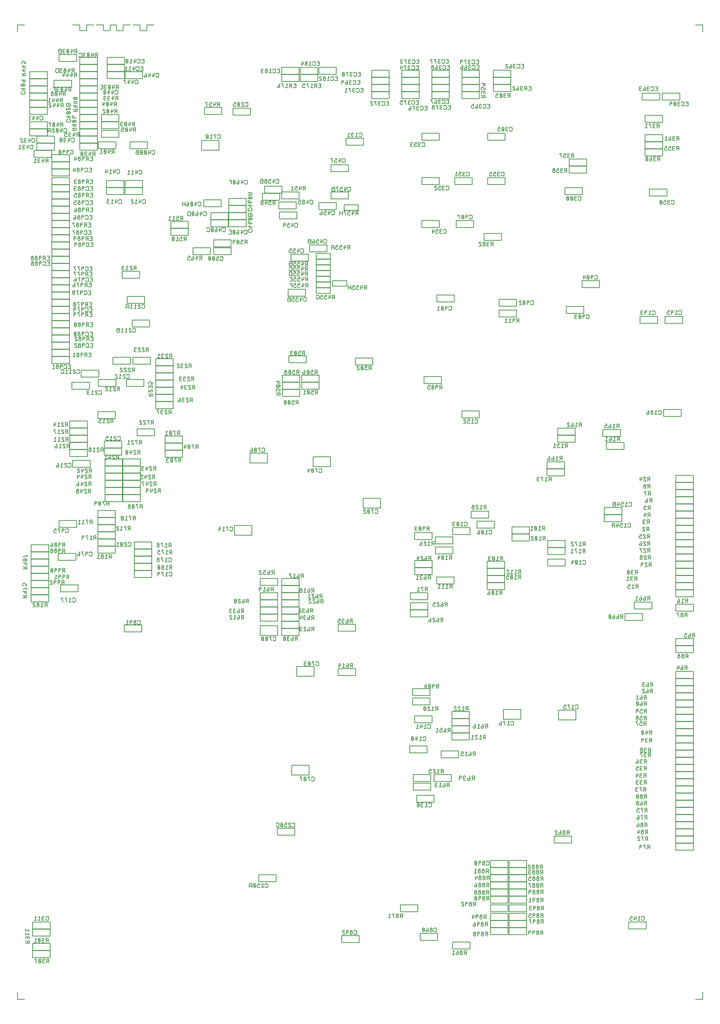
<source format=gbr>
G04 FAB 3000 Version 8.1.7 - Gerber/CAM Software*
G04 RS274-X Output*
%FSLAX24Y24*%
%MIA0B0*%
%MOIN*%
%SFA1.000000B1.000000*%

%IPPOS*%
%ADD11C,0.010002*%
%LNA4000D_RevB_bottom_silkscreen_0*%
%LPD*%
G54D11*
X77439Y145381D02*
G01X77522D01*
Y145849D02*
G01X77439Y145930D01*
X77657Y148490D02*
G01X77272D01*
X77657Y148821D02*
G01X77465D01*
X77657Y149040D02*
G01X77326D01*
X77867Y115514D02*
G01X77592Y115898D01*
Y115514D02*
G01X77675Y115431D01*
X77592Y115898D02*
G01Y115514D01*
X77675Y115980D02*
G01X77592Y115898D01*
X47049Y65560D02*
G01X46967Y65478D01*
X47188Y65560D02*
G01X47049D01*
X47270Y65478D02*
G01X47188Y65560D01*
X47628D02*
G01X47545Y65478D01*
X47738Y65560D02*
G01X47628D01*
X47820Y65478D02*
G01X47738Y65560D01*
X48095D02*
G01X48260Y65285D01*
X48370Y65560D02*
G01X48095D01*
X48893D02*
G01X48975Y65478D01*
X48673Y65560D02*
G01X48893D01*
X48590Y65478D02*
G01X48673Y65560D01*
X77867Y115514D02*
G01Y115898D01*
X78142D02*
G01Y115431D01*
X78417Y115815D02*
G01Y115898D01*
X78335Y115733D02*
G01X78417Y115815D01*
X78142D02*
G01X78225Y115733D01*
X79022Y115898D02*
G01Y115514D01*
X78637Y115815D02*
G01Y115898D01*
X36787Y125300D02*
G01X36402D01*
X36787Y125630D02*
G01X36595D01*
X36787Y125851D02*
G01X36457D01*
X36787Y125300D02*
G01Y125851D01*
X36410Y129331D02*
G01X38860D01*
Y127281D02*
G01X36410D01*
Y126330D02*
G01X38860D01*
Y128280D02*
G01X36410D01*
Y127331D02*
G01X38860D01*
Y129281D02*
G01X36410D01*
Y128331D02*
G01X38860D01*
X70413Y143249D02*
G01X70330Y143165D01*
X71468Y146181D02*
G01X69018D01*
Y145230D02*
G01X71468D01*
Y148181D02*
G01X69018D01*
Y147230D02*
G01X71468D01*
Y145181D02*
G01X69018D01*
Y144230D02*
G01X71468D01*
X69018Y146230D02*
G01X71468D01*
Y147181D02*
G01X69018D01*
X62778Y143170D02*
G01X62696Y143089D01*
X62963Y143421D02*
G01X62578D01*
X62963Y143970D02*
G01X62633D01*
X62943Y148290D02*
G01X62558D01*
X62943Y148621D02*
G01X62751D01*
X62943Y148840D02*
G01X62613D01*
X63003Y149121D02*
G01X62618D01*
X63003Y149670D02*
G01X62673D01*
X63066Y145181D02*
G01X60616D01*
Y144230D02*
G01X63066D01*
Y146181D02*
G01X60616D01*
Y145230D02*
G01X63066D01*
Y147181D02*
G01X60616D01*
Y146230D02*
G01X63066D01*
Y148181D02*
G01X60616D01*
Y147230D02*
G01X63066D01*
X54741Y146210D02*
G01X54356D01*
X54741D02*
G01Y146761D01*
X60616Y146181D02*
G01Y145230D01*
Y147181D02*
G01Y146230D01*
X56415Y147181D02*
G01Y146230D01*
X58865D02*
G01Y147181D01*
X56415Y146230D02*
G01X58865D01*
Y145230D02*
G01Y146181D01*
D02*
G01X56415D01*
D02*
G01Y145230D01*
X15605Y154530D02*
G01X14605D01*
X14947Y150836D02*
G01X15195D01*
Y151110D02*
G01X14947D01*
X15195Y150561D02*
G01Y151110D01*
X15480Y139470D02*
G01X15232D01*
X15250Y144300D02*
G01X15167Y144382D01*
X15250Y144190D02*
G01Y144300D01*
X15167Y144108D02*
G01X15250Y144190D01*
Y143530D02*
G01X14920D01*
X14700Y143750D02*
G01X15250D01*
Y142981D02*
G01X14920D01*
X14700Y143200D02*
G01X15250D01*
Y142678D02*
G01X15167Y142761D01*
X15250Y142430D02*
G01Y142678D01*
X14700Y142430D02*
G01X15250D01*
X11704Y116181D02*
G01Y115231D01*
X14155Y116181D02*
G01X11704D01*
X14155Y115231D02*
G01Y116181D01*
X11704Y116230D02*
G01X14155D01*
D02*
G01Y117180D01*
X11704D02*
G01Y116230D01*
Y123180D02*
G01Y122230D01*
X14155Y123180D02*
G01X11704D01*
X14155Y122230D02*
G01Y123180D01*
X11704Y124181D02*
G01Y123231D01*
X14155D02*
G01Y124181D01*
X11704Y123231D02*
G01X14155D01*
X35460Y142981D02*
G01X33009D01*
Y142030D02*
G01X35460D01*
X47595Y146300D02*
G01X47319D01*
X47963Y148850D02*
G01X47632D01*
X46412Y147630D02*
G01X48863D01*
Y148581D02*
G01X46412D01*
Y146630D02*
G01X48863D01*
Y147581D02*
G01X46412D01*
X14937Y119725D02*
G01X14992Y119614D01*
X14772Y120001D02*
G01X14937Y119725D01*
X15487D02*
G01X15542Y119614D01*
X15322Y120001D02*
G01X15487Y119725D01*
X15872Y119919D02*
G01Y119450D01*
X16560Y119725D02*
G01X16395Y119450D01*
X16477Y119725D02*
G01X16725D01*
X16395Y119808D02*
G01X16477Y119725D01*
X16725Y119450D02*
G01Y120001D01*
X17303Y119450D02*
G01Y120001D01*
X11704Y120181D02*
G01Y119231D01*
X14155D02*
G01Y120181D01*
X14592Y126851D02*
G01X14757Y126576D01*
X15417Y126713D02*
G01X15335Y126630D01*
X15417Y126769D02*
G01Y126713D01*
X15142D02*
G01Y126769D01*
X15225Y126630D02*
G01X15142Y126713D01*
X15692Y126769D02*
G01Y126300D01*
X15967Y126686D02*
G01Y126769D01*
X15885Y126604D02*
G01X15967Y126686D01*
X15692D02*
G01X15775Y126604D01*
X16215Y126658D02*
G01X16297Y126576D01*
X16215Y126769D02*
G01Y126658D01*
X16545Y126300D02*
G01Y126851D01*
X17122Y126300D02*
G01Y126851D01*
X11704Y127180D02*
G01Y126230D01*
X14155D02*
G01Y127180D01*
X43062Y35780D02*
G01X40611D01*
Y34830D02*
G01X43062D01*
X17161Y136450D02*
G01X16830D01*
X16557Y135826D02*
G01X16805D01*
Y136101D02*
G01X16557D01*
X16805Y135550D02*
G01Y136101D01*
X18056Y138981D02*
G01X15605D01*
Y138030D02*
G01X18056D01*
X15605Y139030D02*
G01X18056D01*
Y137981D02*
G01X15605D01*
Y137030D02*
G01X18056D01*
X47937Y73730D02*
G01X47607D01*
X47937Y73840D02*
G01Y73730D01*
X48487D02*
G01X48158D01*
X48487Y73840D02*
G01Y73730D01*
X48763D02*
G01X48680Y73813D01*
X48928Y73730D02*
G01X48763D01*
X49010Y73813D02*
G01X48928Y73730D01*
X49423Y74005D02*
G01X49258Y73730D01*
X49588D02*
G01Y74280D01*
X46262Y73230D02*
G01Y74180D01*
X43811D02*
G01Y73230D01*
X72548Y78580D02*
G01Y77630D01*
X74999D02*
G01Y78580D01*
X62416Y78680D02*
G01Y77730D01*
X64867D02*
G01Y78680D01*
X31866Y95585D02*
G01X32114D01*
Y95860D02*
G01X31866D01*
X51680Y71245D02*
G01Y71053D01*
X51763Y71328D02*
G01X51680Y71245D01*
X52341D02*
G01X52259Y71163D01*
X52341Y71245D02*
G01X52506D01*
X52259Y71328D02*
G01X52341Y71245D01*
X53029Y71218D02*
G01X53111Y71135D01*
X52864Y71218D02*
G01X53029D01*
X52781Y71135D02*
G01X52864Y71218D01*
X53111Y71383D02*
G01Y71053D01*
X53524Y71245D02*
G01X53359Y70970D01*
X53441Y71245D02*
G01X53689D01*
X53359Y71328D02*
G01X53441Y71245D01*
X53689Y70970D02*
G01Y71520D01*
X43811Y71230D02*
G01X46262D01*
D02*
G01Y72180D01*
X43811D02*
G01Y71230D01*
X94624Y138180D02*
G01Y137230D01*
X97074D02*
G01Y138180D01*
X94624Y141881D02*
G01Y140930D01*
X97074D02*
G01Y141881D01*
X18056Y139981D02*
G01X15605D01*
Y140981D02*
G01Y140030D01*
X18056Y140981D02*
G01X15605D01*
X18056Y140030D02*
G01Y140981D01*
X15605Y140030D02*
G01X18056D01*
X15605Y141030D02*
G01X18056D01*
D02*
G01Y141981D01*
D02*
G01X15605D01*
D02*
G01Y141030D01*
Y142030D02*
G01X18056D01*
D02*
G01Y142981D01*
X15605D02*
G01Y142030D01*
Y143981D02*
G01Y143030D01*
X18056Y143981D02*
G01X15605D01*
X18056Y143030D02*
G01Y143981D01*
X15605Y143030D02*
G01X18056D01*
X15605Y144030D02*
G01X18056D01*
Y142981D02*
G01X15605D01*
X21571Y106050D02*
G01X21241D01*
X21401Y105131D02*
G01X21071D01*
X21456Y96380D02*
G01X19006D01*
X25497Y104668D02*
G01X25304D01*
X25414Y104091D02*
G01X25304D01*
X25497Y104009D02*
G01X25414Y104091D01*
X25634Y103513D02*
G01X25332Y103211D01*
X25497Y102826D02*
G01X25222Y102990D01*
Y102661D02*
G01X25772D01*
X26057Y98080D02*
G01X23607D01*
Y97130D02*
G01X26057D01*
X20556Y81730D02*
G01Y82680D01*
X19106Y89880D02*
G01Y88930D01*
X21557D02*
G01Y89880D01*
X21606D02*
G01Y88930D01*
X26712Y81780D02*
G01X26603Y81890D01*
X26712Y81670D02*
G01Y81780D01*
X26382D02*
G01Y81670D01*
X26493Y81890D02*
G01X26382Y81780D01*
X27125Y81835D02*
G01X27179Y81725D01*
X26960Y82110D02*
G01X27125Y81835D01*
X27648Y82110D02*
G01Y81560D01*
X28198Y81835D02*
G01X28033Y81560D01*
X28115Y81835D02*
G01X28363D01*
X28033Y81918D02*
G01X28115Y81835D01*
X28363Y81560D02*
G01Y82110D01*
X22728Y82138D02*
G01Y81753D01*
X23207Y82280D02*
G01Y81330D01*
X25657D02*
G01Y82280D01*
X21557Y89880D02*
G01X19106D01*
X21606Y90880D02*
G01Y89930D01*
X19106Y90880D02*
G01Y89930D01*
X21557Y90880D02*
G01X19106D01*
X21557Y89930D02*
G01Y90880D01*
X19106Y91930D02*
G01X21557D01*
X19106Y90930D02*
G01X21557D01*
D02*
G01Y91880D01*
D02*
G01X19106D01*
D02*
G01Y90930D01*
X21606Y91880D02*
G01Y90930D01*
X19106Y89930D02*
G01X21557D01*
Y91930D02*
G01Y92880D01*
X19106D02*
G01Y91930D01*
X21606Y92880D02*
G01Y91930D01*
X75619Y32780D02*
G01Y31830D01*
X73019Y32780D02*
G01Y31830D01*
X75469D02*
G01Y32780D01*
D02*
G01X73019D01*
X75469Y33780D02*
G01X73019D01*
Y32830D02*
G01X75469D01*
Y34780D02*
G01X73019D01*
X75469Y36780D02*
G01X73019D01*
Y35830D02*
G01X75469D01*
X73019Y36830D02*
G01X75469D01*
Y37780D02*
G01X73019D01*
Y34830D02*
G01X75469D01*
Y35780D02*
G01X73019D01*
Y33830D02*
G01X75469D01*
X75619Y33780D02*
G01Y32830D01*
X75469D02*
G01Y33780D01*
X75619Y34780D02*
G01Y33830D01*
Y37780D02*
G01Y36830D01*
X75469Y35830D02*
G01Y36780D01*
Y36830D02*
G01Y37780D01*
X75619Y36780D02*
G01Y35830D01*
X75469Y34830D02*
G01Y35780D01*
X75619D02*
G01Y34830D01*
X75469Y33830D02*
G01Y34780D01*
X84854Y82280D02*
G01X85018Y82005D01*
X85129Y82280D02*
G01X84854D01*
X84834Y81290D02*
G01X84998Y81015D01*
X85109Y81290D02*
G01X84834D01*
X84879Y59063D02*
G01Y59145D01*
X84962Y58980D02*
G01X84879Y59063D01*
Y59448D02*
G01X84962Y59530D01*
X84879Y59365D02*
G01Y59448D01*
X85148Y79243D02*
G01X84873Y79628D01*
Y79243D02*
G01X84956Y79160D01*
X84873Y79628D02*
G01Y79243D01*
X84956Y79710D02*
G01X84873Y79628D01*
X84971Y58780D02*
G01X82521D01*
Y57430D02*
G01X84971D01*
X70768Y29150D02*
G01X70905Y29013D01*
X71180Y29068D02*
G01Y28600D01*
X71263Y29150D02*
G01X71180Y29068D01*
X71455D02*
G01X71373Y29150D01*
X71455Y28985D02*
G01Y29068D01*
X72005D02*
G01Y29013D01*
X71923Y29150D02*
G01X72005Y29068D01*
X71730D02*
G01X71813Y29150D01*
X71730Y29013D02*
G01Y29068D01*
X72253D02*
G01Y28958D01*
X72335Y29150D02*
G01X72253Y29068D01*
X72584Y28600D02*
G01Y29150D01*
X75619Y29380D02*
G01Y28430D01*
X73019Y29380D02*
G01Y28430D01*
X75469D02*
G01Y29380D01*
X78070Y28380D02*
G01X75619D01*
Y27430D02*
G01X78070D01*
Y29380D02*
G01X75619D01*
Y32830D02*
G01X78070D01*
X75619Y31830D02*
G01X78070D01*
Y32780D02*
G01X75619D01*
Y30630D02*
G01X78070D01*
Y31580D02*
G01X75619D01*
Y29430D02*
G01X78070D01*
Y30380D02*
G01X75619D01*
Y28430D02*
G01X78070D01*
X63103Y81883D02*
G01Y81965D01*
X63186Y81800D02*
G01X63103Y81883D01*
X63433D02*
G01X63351Y81800D01*
X63433Y82213D02*
G01Y81883D01*
X64012Y81910D02*
G01Y81800D01*
X63708Y82213D02*
G01X64012Y81910D01*
X64396Y82350D02*
G01Y81800D01*
X64946Y82075D02*
G01X64781Y81800D01*
X65112D02*
G01Y82350D01*
X15515Y85350D02*
G01Y84800D01*
X15652Y85213D02*
G01X15515Y85350D01*
X16065D02*
G01Y84800D01*
X16202Y85213D02*
G01X16065Y85350D01*
X16477D02*
G01X16642Y85075D01*
X17000Y85268D02*
G01Y85158D01*
X17082Y85350D02*
G01X17000Y85268D01*
X17330Y84800D02*
G01Y85350D01*
X15155Y84330D02*
G01Y85280D01*
D02*
G01X12704D01*
D02*
G01Y84330D01*
X18106Y85680D02*
G01Y84730D01*
X17510Y102880D02*
G01X17181D01*
X17346Y103430D02*
G01Y102880D01*
X17482Y103294D02*
G01X17346Y103430D01*
X18256Y106280D02*
G01X15805D01*
Y105330D02*
G01X18256D01*
X23207Y79280D02*
G01Y78330D01*
Y79330D02*
G01X25657D01*
D02*
G01Y80280D01*
X23207D02*
G01Y79330D01*
X25657Y78330D02*
G01Y79280D01*
D02*
G01X23207D01*
X7480Y145989D02*
G01X7865Y146264D01*
X7398Y146070D02*
G01X7480Y145989D01*
X7865D02*
G01X7948Y146070D01*
X7480Y145989D02*
G01X7865D01*
X12004Y146781D02*
G01Y145830D01*
X14455D02*
G01Y146781D01*
X8603Y145981D02*
G01Y145030D01*
X11054Y145981D02*
G01X8603D01*
X11054Y145030D02*
G01Y145981D01*
X8603Y146030D02*
G01X11054D01*
D02*
G01Y146981D01*
X8603D02*
G01Y146030D01*
X65924Y55793D02*
G01X66062Y55710D01*
X65924Y55985D02*
G01Y55793D01*
X66007Y56068D02*
G01X65924Y55985D01*
X70488Y55280D02*
G01Y54730D01*
X71203Y54840D02*
G01Y54730D01*
X70900Y55143D02*
G01X71203Y54840D01*
X71588Y55280D02*
G01Y54730D01*
X72138Y55005D02*
G01X71973Y54730D01*
X72303D02*
G01Y55280D01*
X70068Y54630D02*
G01Y55580D01*
X67617D02*
G01Y54630D01*
X98925Y85630D02*
G01X101376D01*
D02*
G01Y86580D01*
X98925D02*
G01Y85630D01*
X95414Y88075D02*
G01X95249Y87800D01*
X95331Y88075D02*
G01X95579D01*
X95249Y88158D02*
G01X95331Y88075D01*
X95249Y88268D02*
G01Y88158D01*
X95331Y88350D02*
G01X95249Y88268D01*
X95579Y88350D02*
G01X95331D01*
X95579Y87800D02*
G01Y88350D01*
X95349Y86780D02*
G01Y87330D01*
X95319Y85790D02*
G01Y86340D01*
X98925Y87630D02*
G01X101376D01*
X98925Y87580D02*
G01Y86630D01*
X101376Y87580D02*
G01X98925D01*
X101376Y86630D02*
G01Y87580D01*
X98925Y86630D02*
G01X101376D01*
Y86580D02*
G01X98925D01*
X101376Y87630D02*
G01Y88580D01*
D02*
G01X98925D01*
D02*
G01Y87630D01*
X95284Y90800D02*
G01Y91350D01*
X95319Y89780D02*
G01Y90330D01*
X95379Y88790D02*
G01Y89340D01*
X98925Y91580D02*
G01Y90630D01*
X101376Y91580D02*
G01X98925D01*
X101376Y90630D02*
G01Y91580D01*
X98925Y90630D02*
G01X101376D01*
X98925Y88630D02*
G01X101376D01*
D02*
G01Y89580D01*
D02*
G01X98925D01*
D02*
G01Y88630D01*
Y89630D02*
G01X101376D01*
D02*
G01Y90580D01*
D02*
G01X98925D01*
D02*
G01Y89630D01*
X95354Y79850D02*
G01Y80400D01*
X98925Y80580D02*
G01Y79630D01*
X101376D02*
G01Y80580D01*
X95284Y80840D02*
G01Y81390D01*
Y81790D02*
G01Y82340D01*
X101376Y80580D02*
G01X98925D01*
Y81580D02*
G01Y80630D01*
X101376Y81580D02*
G01X98925D01*
X101376Y80630D02*
G01Y81580D01*
X98925Y82630D02*
G01X101376D01*
X98925Y81630D02*
G01X101376D01*
D02*
G01Y82580D01*
D02*
G01X98925D01*
D02*
G01Y81630D01*
Y80630D02*
G01X101376D01*
X95254Y82780D02*
G01Y83330D01*
X101376Y82630D02*
G01Y83580D01*
X98925D02*
G01Y82630D01*
X95219Y84830D02*
G01Y85380D01*
X98925Y85580D02*
G01Y84630D01*
X101376Y85580D02*
G01X98925D01*
X101376Y84630D02*
G01Y85580D01*
X98925Y84630D02*
G01X101376D01*
X98925Y84580D02*
G01Y83630D01*
X101376Y84580D02*
G01X98925D01*
X101376Y83630D02*
G01Y84580D01*
X98925Y83630D02*
G01X101376D01*
Y83580D02*
G01X98925D01*
Y77580D02*
G01Y76630D01*
X101376D02*
G01Y77580D01*
X95236Y79105D02*
G01X95484D01*
Y79380D02*
G01X95236D01*
X95484Y78830D02*
G01Y79380D01*
X101376Y77580D02*
G01X98925D01*
Y79630D02*
G01X101376D01*
X98925Y78630D02*
G01X101376D01*
D02*
G01Y79580D01*
D02*
G01X98925D01*
D02*
G01Y78630D01*
Y77630D02*
G01X101376D01*
D02*
G01Y78580D01*
D02*
G01X98925D01*
D02*
G01Y77630D01*
X99525Y66270D02*
G01X99415Y66380D01*
X99305D02*
G01X99195Y66270D01*
X99415Y66380D02*
G01X99305D01*
X99497Y66463D02*
G01X99415Y66380D01*
X99305D02*
G01X99221Y66463D01*
X100075Y66270D02*
G01X99965Y66380D01*
X99855D02*
G01X99745Y66270D01*
X99965Y66380D02*
G01X99855D01*
X100047Y66463D02*
G01X99965Y66380D01*
X99855D02*
G01X99772Y66463D01*
X100296Y66408D02*
G01X100378Y66325D01*
X100296Y66518D02*
G01Y66408D01*
X100626Y66050D02*
G01Y66600D01*
X98925Y58230D02*
G01X101376D01*
D02*
G01Y59180D01*
X98925D02*
G01Y58230D01*
Y60230D02*
G01X101376D01*
X98925Y60180D02*
G01Y59230D01*
X101376Y60180D02*
G01X98925D01*
X101376Y59230D02*
G01Y60180D01*
X98925Y59230D02*
G01X101376D01*
Y59180D02*
G01X98925D01*
X95489Y61465D02*
G01X95324Y61190D01*
X95654D02*
G01Y61740D01*
X101376Y60230D02*
G01Y61180D01*
D02*
G01X98925D01*
D02*
G01Y60230D01*
Y61230D02*
G01X101376D01*
D02*
G01Y62180D01*
X98925D02*
G01Y61230D01*
Y50180D02*
G01Y49230D01*
X101376D02*
G01Y50180D01*
X98925Y49230D02*
G01X101376D01*
X98925Y49180D02*
G01Y48230D01*
X101376Y49180D02*
G01X98925D01*
X101376Y48230D02*
G01Y49180D01*
X98925Y44180D02*
G01Y43230D01*
X101376Y44180D02*
G01X98925D01*
X101376Y43230D02*
G01Y44180D01*
X98925Y44230D02*
G01X101376D01*
D02*
G01Y45180D01*
X98925D02*
G01Y44230D01*
Y48230D02*
G01X101376D01*
X98925Y47180D02*
G01Y46230D01*
X101376Y47180D02*
G01X98925D01*
X101376Y46230D02*
G01Y47180D01*
X98925Y46230D02*
G01X101376D01*
X98925Y47230D02*
G01X101376D01*
X98925Y46180D02*
G01Y45230D01*
X101376Y46180D02*
G01X98925D01*
X101376Y45230D02*
G01Y46180D01*
X98925Y45230D02*
G01X101376D01*
Y47230D02*
G01Y48180D01*
D02*
G01X98925D01*
D02*
G01Y47230D01*
X101376Y45180D02*
G01X98925D01*
X95394Y52930D02*
G01Y53480D01*
X95374Y52270D02*
G01Y52820D01*
X98925Y53230D02*
G01X101376D01*
X98925Y53180D02*
G01Y52230D01*
X101376Y53180D02*
G01X98925D01*
X101376Y52230D02*
G01Y53180D01*
X98925Y52230D02*
G01X101376D01*
Y50180D02*
G01X98925D01*
Y50230D02*
G01X101376D01*
D02*
G01Y51180D01*
D02*
G01X98925D01*
D02*
G01Y50230D01*
Y51230D02*
G01X101376D01*
D02*
G01Y52180D01*
D02*
G01X98925D01*
D02*
G01Y51230D01*
Y54180D02*
G01Y53230D01*
X101376Y54180D02*
G01X98925D01*
X101376Y53230D02*
G01Y54180D01*
X102676Y18380D02*
G01Y19380D01*
Y18380D02*
G01X101676D01*
X95284Y39380D02*
G01Y39930D01*
X98925Y40230D02*
G01X101376D01*
D02*
G01Y41180D01*
D02*
G01X98925D01*
D02*
G01Y40230D01*
Y39230D02*
G01X101376D01*
D02*
G01Y40180D01*
D02*
G01X98925D01*
D02*
G01Y39230D01*
Y41230D02*
G01X101376D01*
D02*
G01Y42180D01*
X98925D02*
G01Y41230D01*
Y43230D02*
G01X101376D01*
Y42180D02*
G01X98925D01*
Y42230D02*
G01X101376D01*
D02*
G01Y43180D01*
D02*
G01X98925D01*
D02*
G01Y42230D01*
X99092Y72370D02*
G01X99257Y72095D01*
X99917Y72233D02*
G01X99835Y72150D01*
X99917Y72288D02*
G01Y72233D01*
X99642D02*
G01Y72288D01*
X99725Y72150D02*
G01X99642Y72233D01*
X100165Y72288D02*
G01Y72178D01*
X100495Y71820D02*
G01Y72370D01*
X64267Y74230D02*
G01Y75180D01*
X61816D02*
G01Y74230D01*
X30759Y127081D02*
G01X28308D01*
Y126131D02*
G01X30759D01*
Y126081D02*
G01X28308D01*
Y125131D02*
G01X30759D01*
X33756Y126099D02*
G01Y125713D01*
X34251D02*
G01X33976Y126099D01*
D02*
G01Y125713D01*
X34251D02*
G01Y126099D01*
X34720Y125878D02*
G01X34801Y125795D01*
X34555Y125878D02*
G01X34720D01*
X34472Y125795D02*
G01X34555Y125878D01*
X34801Y126043D02*
G01Y125713D01*
X35380Y125851D02*
G01X35049D01*
X35380Y126181D02*
G01Y125851D01*
X35160Y125630D02*
G01Y126181D01*
X35957Y126099D02*
G01Y125713D01*
X30759Y125131D02*
G01Y126081D01*
X18906Y154530D02*
G01X17905D01*
X18812Y145561D02*
G01X18428D01*
X18812Y145890D02*
G01X18620D01*
X18812Y146110D02*
G01X18483D01*
X15605Y147030D02*
G01X18056D01*
Y145981D02*
G01X15605D01*
Y146030D02*
G01X18056D01*
D02*
G01Y146981D01*
D02*
G01X15605D01*
D02*
G01Y146030D01*
Y147981D02*
G01Y147030D01*
X18056Y147981D02*
G01X15605D01*
X18056Y147030D02*
G01Y147981D01*
X15605Y148030D02*
G01X18056D01*
D02*
G01Y148981D01*
X15605D02*
G01Y148030D01*
X67717Y83330D02*
G01X70168D01*
Y84280D02*
G01X67717D01*
X8218Y79280D02*
G01X8135Y79363D01*
X8218Y79170D02*
G01Y79280D01*
X7970D02*
G01Y79170D01*
X8053Y79363D02*
G01X7970Y79280D01*
X8803Y79880D02*
G01Y78930D01*
X11254D02*
G01Y79880D01*
X63186Y26630D02*
G01X65637D01*
Y27580D02*
G01X63186D01*
X13222Y81045D02*
G01X13470D01*
Y81320D02*
G01X13222D01*
X13470Y80770D02*
G01Y81320D01*
X13252Y81885D02*
G01X13499D01*
Y82160D02*
G01X13252D01*
X13499Y81610D02*
G01Y82160D01*
X15055Y80680D02*
G01X12604D01*
Y79730D02*
G01X15055D01*
X12704Y84330D02*
G01X15155D01*
X11749Y76470D02*
G01Y76360D01*
X11446Y76773D02*
G01X11749Y76470D01*
X11996Y76828D02*
G01Y76360D01*
X12546Y76828D02*
G01Y76360D01*
X13234Y76635D02*
G01X13069Y76360D01*
X13400D02*
G01Y76910D01*
X7700Y76508D02*
G01X7618Y76370D01*
X7975Y76425D02*
G01X7893Y76508D01*
X7975Y76178D02*
G01Y76425D01*
X8168D02*
G01Y76178D01*
X8803Y76880D02*
G01Y75930D01*
X11254D02*
G01Y76880D01*
X94333Y61740D02*
G01X94250Y61658D01*
X94443Y61740D02*
G01X94333D01*
X94525Y61658D02*
G01X94443Y61740D01*
X94939D02*
G01X95076Y61603D01*
X37282Y125384D02*
G01X37007Y125769D01*
X37200Y125300D02*
G01X37282Y125384D01*
X37007D02*
G01X37090Y125300D01*
X37007Y125769D02*
G01Y125384D01*
X37282D02*
G01Y125769D01*
X37502Y125384D02*
G01Y125466D01*
X37585Y125300D02*
G01X37502Y125384D01*
X37832D02*
G01X37750Y125300D01*
X37832Y125713D02*
G01Y125384D01*
X38190Y125300D02*
G01Y125851D01*
X38602Y125384D02*
G01Y125466D01*
X38686Y125300D02*
G01X38602Y125384D01*
X38988D02*
G01X38905Y125300D01*
X38988Y125769D02*
G01Y125384D01*
X43261Y70580D02*
G01X40811D01*
Y71230D02*
G01X43261D01*
D02*
G01Y72180D01*
D02*
G01X40811D01*
Y72230D02*
G01X43261D01*
X40811Y69230D02*
G01X43261D01*
D02*
G01Y70580D01*
X40811Y73230D02*
G01X43261D01*
D02*
G01Y74180D01*
Y72230D02*
G01Y73180D01*
D02*
G01X40811D01*
Y74230D02*
G01X43261D01*
D02*
G01Y75180D01*
D02*
G01X40811D01*
X43261Y74180D02*
G01X40811D01*
Y76230D02*
G01X43261D01*
D02*
G01Y77180D01*
D02*
G01X40811D01*
X47227Y75230D02*
G01X46897D01*
X47200Y75643D02*
G01X47062Y75780D01*
X47590Y124010D02*
G01X47919D01*
X47590Y124341D02*
G01X47919D01*
Y124561D02*
G01X47590D01*
X50163Y123780D02*
G01X47713D01*
Y122830D02*
G01X50163D01*
X52914Y118780D02*
G01X50963D01*
X50613Y118581D02*
G01X48663D01*
Y119380D02*
G01Y118631D01*
X50613Y119380D02*
G01X48663D01*
X50613Y118631D02*
G01Y119380D01*
X48663Y118631D02*
G01X50613D01*
X48663Y120231D02*
G01X50613D01*
X48663Y121031D02*
G01X50613D01*
Y120231D02*
G01Y120980D01*
D02*
G01X48663D01*
D02*
G01Y120231D01*
Y119430D02*
G01X50613D01*
D02*
G01Y120181D01*
D02*
G01X48663D01*
D02*
G01Y119430D01*
Y121781D02*
G01Y121031D01*
X50613D02*
G01Y121781D01*
X22906Y112331D02*
G01X25357D01*
Y113280D02*
G01X22906D01*
X25357Y112331D02*
G01Y113280D01*
X22906D02*
G01Y112331D01*
X22979Y111663D02*
G01Y111745D01*
X23062Y111580D02*
G01X22979Y111663D01*
X23282Y111580D02*
G01X23062D01*
X23364Y111663D02*
G01X23282Y111580D01*
X23364Y112049D02*
G01Y111663D01*
X23282Y112131D02*
G01X23364Y112049D01*
X23062Y112131D02*
G01X23282D01*
X22979Y112049D02*
G01X23062Y112131D01*
X22979Y111966D02*
G01Y112049D01*
X20833Y111580D02*
G01X21163D01*
X20751Y111663D02*
G01X20833Y111580D01*
X20751Y111828D02*
G01Y111663D01*
X20833Y111911D02*
G01X20751Y111828D01*
X20833Y111911D02*
G01X21163D01*
X20778Y111966D02*
G01X20833Y111911D01*
X20778Y112076D02*
G01Y111966D01*
X21659Y111994D02*
G01X21521Y112131D01*
D02*
G01Y111580D01*
X21686D02*
G01X21356D01*
X21163D02*
G01Y112131D01*
D02*
G01X20833D01*
D02*
G01X20778Y112076D01*
X22786Y111691D02*
G01Y111580D01*
X22484Y111994D02*
G01X22786Y111691D01*
X22484Y112049D02*
G01Y111994D01*
X22759D02*
G01Y112049D01*
D02*
G01X22676Y112131D01*
D02*
G01X22567D01*
D02*
G01X22484Y112049D01*
X22786Y111580D02*
G01X22457D01*
X22209Y111994D02*
G01X22071Y112131D01*
D02*
G01Y111580D01*
X22236D02*
G01X21906D01*
X94126Y83330D02*
G01Y83138D01*
X94401Y83248D02*
G01Y83193D01*
X94484Y83330D02*
G01X94401Y83248D01*
X94676D02*
G01X94594Y83330D01*
X94676Y83193D02*
G01Y83248D01*
X94924D02*
G01Y83138D01*
X95006Y83330D02*
G01X94924Y83248D01*
X89849Y71643D02*
G01X89574Y72028D01*
X89767Y71560D02*
G01X89849Y71643D01*
Y72028D02*
G01X89767Y72110D01*
X89849Y71643D02*
G01Y72028D01*
X89657Y71560D02*
G01X89767D01*
X89574Y71643D02*
G01X89657Y71560D01*
X89574Y72028D02*
G01Y71643D01*
X89657Y72110D02*
G01X89574Y72028D01*
X89767Y72110D02*
G01X89657D01*
X85726Y79160D02*
G01X85397D01*
X85919Y79243D02*
G01Y79325D01*
X86002Y79160D02*
G01X85919Y79243D01*
X86222Y79160D02*
G01X86002D01*
X86304Y79243D02*
G01X86222Y79160D01*
X84956D02*
G01X85066D01*
D02*
G01X85148Y79243D01*
X85562Y79710D02*
G01Y79160D01*
X86304Y79628D02*
G01Y79243D01*
X85148D02*
G01Y79628D01*
X94741Y90193D02*
G01X94659Y90110D01*
X94741Y90248D02*
G01Y90193D01*
X94466D02*
G01Y90248D01*
X94549Y90110D02*
G01X94466Y90193D01*
X94989Y90138D02*
G01X95071Y90055D01*
X94989Y90248D02*
G01Y90138D01*
X88922Y87080D02*
G01Y86130D01*
X91373D02*
G01Y87080D01*
X90118Y87518D02*
G01Y87353D01*
X90530Y87270D02*
G01Y87820D01*
X91053Y87490D02*
G01X90723D01*
X91053Y87820D02*
G01Y87490D01*
X90833Y87270D02*
G01Y87820D01*
X91245Y87545D02*
G01Y87353D01*
X92345D02*
G01Y87435D01*
X92730Y87738D02*
G01Y87353D01*
X91988Y87820D02*
G01Y87270D01*
X94924Y100100D02*
G01X94841Y100183D01*
X95089Y100100D02*
G01X94924D01*
X95171Y100183D02*
G01X95089Y100100D01*
X95639D02*
G01X95749Y100211D01*
X95529Y100100D02*
G01X95639D01*
X95419Y100211D02*
G01X95529Y100100D01*
X97225Y99830D02*
G01X99675D01*
X96876Y100183D02*
G01X96794Y100100D01*
D02*
G01X96574D01*
D02*
G01X96491Y100183D01*
X96299Y100100D02*
G01X95969D01*
X95089Y100348D02*
G01X95171Y100265D01*
X94924Y100348D02*
G01X95089D01*
X94841Y100265D02*
G01X94924Y100348D01*
X94841Y100183D02*
G01Y100265D01*
X95171Y100514D02*
G01Y100183D01*
X95749Y100321D02*
G01X95639Y100431D01*
X95749Y100211D02*
G01Y100321D01*
X95419D02*
G01Y100211D01*
X95529Y100431D02*
G01X95419Y100321D01*
X96876Y100569D02*
G01Y100183D01*
X99675Y99830D02*
G01Y100780D01*
X97225D02*
G01Y99830D01*
X96491Y100183D02*
G01Y100265D01*
X96134Y100651D02*
G01Y100100D01*
X95034Y100651D02*
G01X95171Y100514D01*
X95639Y100431D02*
G01X95529D01*
X95721Y100514D02*
G01X95639Y100431D01*
X95721Y100569D02*
G01Y100514D01*
X95639Y100651D02*
G01X95721Y100569D01*
X95529Y100651D02*
G01X95639D01*
X95446Y100569D02*
G01X95529Y100651D01*
X95446Y100514D02*
G01Y100569D01*
X96794Y100651D02*
G01X96876Y100569D01*
X96574Y100651D02*
G01X96794D01*
X96491Y100569D02*
G01X96574Y100651D01*
X96491Y100486D02*
G01Y100569D01*
X99675Y100780D02*
G01X97225D01*
X96271Y100514D02*
G01X96134Y100651D01*
X95529Y100431D02*
G01X95446Y100514D01*
X93924Y112830D02*
G01X96374D01*
Y113780D02*
G01X93924D01*
X95449Y114041D02*
G01X95119D01*
X95641Y114124D02*
G01Y114206D01*
X95724Y114041D02*
G01X95641Y114124D01*
X95944Y114041D02*
G01X95724D01*
X96026Y114124D02*
G01X95944Y114041D01*
X96026Y114508D02*
G01Y114124D01*
X95944Y114590D02*
G01X96026Y114508D01*
X95724Y114590D02*
G01X95944D01*
X95641Y114508D02*
G01X95724Y114590D01*
X95641Y114425D02*
G01Y114508D01*
X96374Y112830D02*
G01Y113780D01*
X95421Y114454D02*
G01X95284Y114590D01*
D02*
G01Y114041D01*
X94238D02*
G01X94321D01*
X94101D02*
G01X94238D01*
X94019Y114124D02*
G01X94101Y114041D01*
X93924Y113780D02*
G01Y112830D01*
X94321Y114508D02*
G01X94238Y114590D01*
D02*
G01X94101D01*
D02*
G01X94019Y114508D01*
D02*
G01Y114398D01*
D02*
G01X94101Y114315D01*
D02*
G01X94266D01*
X94101D02*
G01X94019Y114233D01*
D02*
G01Y114124D01*
X94596Y114425D02*
G01X94679Y114343D01*
D02*
G01X94788D01*
D02*
G01X94871Y114425D01*
D02*
G01Y114508D01*
D02*
G01X94788Y114590D01*
D02*
G01X94679D01*
D02*
G01X94596Y114508D01*
D02*
G01Y114041D01*
X97424Y112830D02*
G01X99875D01*
Y113780D02*
G01X97424D01*
X99875Y112830D02*
G01Y113780D01*
X99332Y114446D02*
G01Y114528D01*
D02*
G01X99415Y114610D01*
D02*
G01X99635D01*
D02*
G01X99717Y114528D01*
D02*
G01Y114143D01*
D02*
G01X99635Y114060D01*
D02*
G01X99415D01*
D02*
G01X99332Y114143D01*
D02*
G01Y114226D01*
X99112Y114474D02*
G01X98975Y114610D01*
D02*
G01Y114060D01*
X99140D02*
G01X98810D01*
X97424Y113780D02*
G01Y112830D01*
X97764Y114418D02*
G01X97681Y114335D01*
D02*
G01Y114143D01*
D02*
G01X97820Y114060D01*
X97764Y114610D02*
G01X98012D01*
D02*
G01Y114418D01*
D02*
G01X97764D01*
X97820Y114060D02*
G01X97985D01*
D02*
G01X98066Y114143D01*
X98287Y114446D02*
G01X98370Y114364D01*
D02*
G01X98479D01*
D02*
G01X98562Y114446D01*
D02*
G01Y114528D01*
D02*
G01X98479Y114610D01*
D02*
G01X98370D01*
D02*
G01X98287Y114528D01*
D02*
G01Y114060D01*
X7618Y145410D02*
G01Y145740D01*
X7948Y145410D02*
G01X7618D01*
X8603Y144981D02*
G01Y144030D01*
X7783Y145218D02*
G01X7865D01*
D02*
G01X7948Y145136D01*
D02*
G01Y144914D01*
D02*
G01X7865Y144833D01*
D02*
G01X7480D01*
D02*
G01X7398Y144914D01*
D02*
G01Y145136D01*
D02*
G01X7480Y145218D01*
D02*
G01X7563D01*
X7398Y145630D02*
G01X7948D01*
X11054Y143981D02*
G01X8603D01*
Y145030D02*
G01X11054D01*
X8603Y144030D02*
G01X11054D01*
Y144981D02*
G01X8603D01*
X11054Y146981D02*
G01X8603D01*
Y147030D02*
G01X11054D01*
Y147981D02*
G01X8603D01*
X11054Y147030D02*
G01Y147981D01*
X24357Y132781D02*
G01X21906D01*
X21756D02*
G01X19306D01*
X23682Y133881D02*
G01X23352D01*
X23682Y134210D02*
G01Y133881D01*
X23462Y133660D02*
G01Y134210D01*
X23874Y133742D02*
G01Y133825D01*
X23957Y133660D02*
G01X23874Y133742D01*
X24177Y133660D02*
G01X23957D01*
X23874Y134129D02*
G01X23957Y134210D01*
X23874Y134046D02*
G01Y134129D01*
X23957Y134210D02*
G01X24177D01*
D02*
G01X24259Y134129D01*
D02*
G01Y133742D01*
D02*
G01X24177Y133660D01*
X69437Y84510D02*
G01X69354Y84593D01*
X69658Y84510D02*
G01X69437D01*
X71118Y85180D02*
G01Y84230D01*
X73569D02*
G01Y85180D01*
X69740Y84593D02*
G01X69658Y84510D01*
X67768Y82980D02*
G01X65317D01*
Y82030D02*
G01X67768D01*
X67953Y84510D02*
G01X68035D01*
X67814D02*
G01X67953D01*
X67732Y84593D02*
G01X67814Y84510D01*
X67732Y84703D02*
G01Y84593D01*
X67814Y84785D02*
G01X67732Y84703D01*
X67814Y84785D02*
G01X67979D01*
X67732Y84868D02*
G01X67814Y84785D01*
X67732Y84978D02*
G01Y84868D01*
X68310Y84978D02*
G01Y84593D01*
X67717Y84280D02*
G01Y83330D01*
X67768Y82030D02*
G01Y82980D01*
X68035Y84978D02*
G01X67953Y85060D01*
D02*
G01X67814D01*
D02*
G01X67732Y84978D01*
X68393Y85060D02*
G01X68310Y84978D01*
X68503Y85060D02*
G01X68393D01*
X68310Y84593D02*
G01X68393Y84510D01*
D02*
G01X68503D01*
X68585Y84593D02*
G01X68310Y84978D01*
X68585D02*
G01X68503Y85060D01*
X68585Y84593D02*
G01Y84978D01*
X69162Y84510D02*
G01X68833D01*
X68997Y85060D02*
G01Y84510D01*
X69135Y84923D02*
G01X68997Y85060D01*
X68503Y84510D02*
G01X68585Y84593D01*
X71118Y84230D02*
G01X73569D01*
X72898Y83930D02*
G01X73119D01*
D02*
G01X73201Y83848D01*
Y83463D02*
G01X73119Y83380D01*
D02*
G01X72898D01*
X76020D02*
G01Y82430D01*
Y84380D02*
G01Y83430D01*
X73201Y83848D02*
G01Y83463D01*
X71248Y83628D02*
G01X71413D01*
X71165Y83545D02*
G01X71248Y83628D01*
X71165Y83463D02*
G01Y83545D01*
X71248Y83380D02*
G01X71165Y83463D01*
X71413Y83380D02*
G01X71248D01*
X70168Y83330D02*
G01Y84280D01*
X71413Y83628D02*
G01X71495Y83545D01*
Y83463D02*
G01X71413Y83380D01*
X71495Y83793D02*
G01Y83463D01*
X71358Y83930D02*
G01X71495Y83793D01*
X72045Y83463D02*
G01Y83848D01*
X72623Y83380D02*
G01X72293D01*
X72458Y83930D02*
G01Y83380D01*
X72596Y83793D02*
G01X72458Y83930D01*
X72815Y83463D02*
G01Y83545D01*
X72898Y83380D02*
G01X72815Y83463D01*
Y83848D02*
G01X72898Y83930D01*
X72815Y83765D02*
G01Y83848D01*
X72045D02*
G01X71964Y83930D01*
D02*
G01X71853D01*
D02*
G01X71770Y83848D01*
D02*
G01Y83463D01*
D02*
G01X71853Y83380D01*
D02*
G01X71964D01*
D02*
G01X72045Y83463D01*
D02*
G01X71770Y83848D01*
X64666Y47630D02*
G01Y48580D01*
X62216D02*
G01Y47630D01*
X62686Y46880D02*
G01Y45930D01*
X65137D02*
G01Y46880D01*
X62216Y47630D02*
G01X64666D01*
X65137Y46880D02*
G01X62686D01*
X62971Y45260D02*
G01X63053Y45343D01*
X62861Y45260D02*
G01X62971D01*
X62778Y45343D02*
G01X62861Y45260D01*
X63521D02*
G01X63603D01*
X63383D02*
G01X63521D01*
X63301Y45343D02*
G01X63383Y45260D01*
X63301Y45453D02*
G01Y45343D01*
X63383Y45535D02*
G01X63301Y45453D01*
X63383Y45535D02*
G01X63548D01*
X64181Y45260D02*
G01X63851D01*
X64373Y45343D02*
G01Y45425D01*
X64456Y45260D02*
G01X64373Y45343D01*
X64677Y45260D02*
G01X64456D01*
X64759Y45343D02*
G01X64677Y45260D01*
X63053Y45343D02*
G01X62778Y45728D01*
D02*
G01Y45343D01*
X63053D02*
G01Y45728D01*
X63301Y45618D02*
G01X63383Y45535D01*
X64016Y45810D02*
G01Y45260D01*
X64759Y45728D02*
G01Y45343D01*
X63301Y45728D02*
G01Y45618D01*
X62861Y45810D02*
G01X62778Y45728D01*
X62971Y45810D02*
G01X62861D01*
X63053Y45728D02*
G01X62971Y45810D01*
X64153Y45673D02*
G01X64016Y45810D01*
X64677D02*
G01X64759Y45728D01*
X64456Y45810D02*
G01X64677D01*
X64373Y45728D02*
G01X64456Y45810D01*
X62686Y45930D02*
G01X65137D01*
X64373Y45645D02*
G01Y45728D01*
X63603D02*
G01X63521Y45810D01*
D02*
G01X63383D01*
D02*
G01X63301Y45728D01*
X64857Y142830D02*
G01X64966Y142721D01*
X63416Y138430D02*
G01X65867D01*
Y139381D02*
G01X63416D01*
X64867Y57030D02*
G01Y57980D01*
X62416D02*
G01Y57030D01*
X62171Y54530D02*
G01X62253Y54613D01*
X62061Y54530D02*
G01X62171D01*
X61978Y54613D02*
G01X62061Y54530D01*
X62831Y54750D02*
G01X62501D01*
X61716Y52830D02*
G01X64166D01*
D02*
G01Y53780D01*
D02*
G01X61716D01*
D02*
G01Y52830D01*
X63958Y54613D02*
G01X63876Y54530D01*
D02*
G01X63656D01*
D02*
G01X63573Y54613D01*
D02*
G01Y54695D01*
X63381Y54530D02*
G01X63051D01*
X62253Y54613D02*
G01X61978Y54998D01*
D02*
G01Y54613D01*
X62253D02*
G01Y54998D01*
X62831Y55080D02*
G01Y54750D01*
X62611Y54530D02*
G01Y55080D01*
X63573Y54915D02*
G01Y54998D01*
X63958D02*
G01Y54613D01*
X63353Y54943D02*
G01X63216Y55080D01*
D02*
G01Y54530D01*
X69018Y99630D02*
G01X71468D01*
Y100581D02*
G01X69018D01*
X70928Y98870D02*
G01X70845Y98953D01*
X71148Y98870D02*
G01X70928D01*
X71230Y98953D02*
G01X71148Y98870D01*
X71230Y99338D02*
G01Y98953D01*
X71148Y99420D02*
G01X71230Y99338D01*
X70928Y99420D02*
G01X71148D01*
X70845Y99338D02*
G01X70928Y99420D01*
X70845Y99255D02*
G01Y99338D01*
X71468Y99630D02*
G01Y100581D01*
X70845Y98953D02*
G01Y99035D01*
X70625Y99283D02*
G01X70488Y99420D01*
D02*
G01Y98870D01*
X70653D02*
G01X70323D01*
X69018Y100581D02*
G01Y99630D01*
X69443Y99420D02*
G01X69333D01*
D02*
G01X69250Y99338D01*
D02*
G01Y99283D01*
X69525D02*
G01Y99338D01*
D02*
G01X69443Y99420D01*
X69250Y99283D02*
G01X69552Y98980D01*
D02*
G01Y98870D01*
D02*
G01X69223D01*
X69828Y99420D02*
G01X70075D01*
D02*
G01Y99228D01*
D02*
G01X69828D01*
D02*
G01X69745Y99145D01*
D02*
G01Y98953D01*
D02*
G01X69883Y98870D01*
D02*
G01X70048D01*
D02*
G01X70130Y98953D01*
X94339Y85188D02*
G01X94421Y85105D01*
X94339Y85298D02*
G01Y85188D01*
X94889D02*
G01X94971Y85105D01*
X94889Y85298D02*
G01Y85188D01*
X91373Y85130D02*
G01Y86080D01*
X88922D02*
G01Y85130D01*
X94768Y86010D02*
G01X94439D01*
X94768Y86340D02*
G01Y86010D01*
X94549Y85790D02*
G01Y86340D01*
X94989Y86148D02*
G01X95071Y86065D01*
X94989Y86258D02*
G01Y86148D01*
X95071Y86340D02*
G01X94989Y86258D01*
X94421Y85380D02*
G01X94339Y85298D01*
X94558Y85380D02*
G01X94421D01*
X94640Y85298D02*
G01X94558Y85380D01*
X94971D02*
G01X94889Y85298D01*
X88922Y86130D02*
G01X91373D01*
Y86080D02*
G01X88922D01*
X90015Y84770D02*
G01Y84330D01*
X90124Y84880D02*
G01X90015Y84770D01*
X90399D02*
G01X90290Y84880D01*
X90399Y84330D02*
G01Y84770D01*
X90923Y84880D02*
G01Y84550D01*
X90703Y84330D02*
G01Y84880D01*
X91858D02*
G01Y84330D01*
X91995Y84743D02*
G01X91858Y84880D01*
X92600Y84798D02*
G01Y84413D01*
X92215Y84715D02*
G01Y84798D01*
X91445Y84880D02*
G01Y84688D01*
D02*
G01X91198D01*
D02*
G01X91115Y84605D01*
X94558Y84830D02*
G01X94640D01*
X94421D02*
G01X94558D01*
X94339Y84913D02*
G01X94421Y84830D01*
X94339Y85023D02*
G01Y84913D01*
X94421Y85105D02*
G01X94339Y85023D01*
X94421Y85105D02*
G01X94586D01*
X95054D02*
G01X94889Y84830D01*
X90290Y84880D02*
G01X90124D01*
X92518D02*
G01X92600Y84798D01*
X92298Y84880D02*
G01X92518D01*
X92215Y84798D02*
G01X92298Y84880D01*
X88922Y85130D02*
G01X91373D01*
X91198Y84880D02*
G01X91445D01*
X12904Y75330D02*
G01X15355D01*
D02*
G01Y76280D01*
D02*
G01X12904D01*
D02*
G01Y75330D01*
X13216Y74065D02*
G01Y73900D01*
X13161Y74175D02*
G01X13216Y74065D01*
X12997Y74450D02*
G01X13161Y74175D01*
X13822Y74450D02*
G01X13547D01*
D02*
G01X13712Y74175D01*
D02*
G01X13766Y74065D01*
D02*
G01Y73900D01*
X13272Y74450D02*
G01X12997D01*
X14400Y73900D02*
G01X14070D01*
X14235Y74450D02*
G01Y73900D01*
X14372Y74313D02*
G01X14235Y74450D01*
X14592Y73983D02*
G01Y74065D01*
X14675Y73900D02*
G01X14592Y73983D01*
X14895Y73900D02*
G01X14675D01*
X14977Y73983D02*
G01X14895Y73900D01*
X14977Y74368D02*
G01Y73983D01*
X14592Y74285D02*
G01Y74368D01*
D02*
G01X14675Y74450D01*
D02*
G01X14895D01*
D02*
G01X14977Y74368D01*
X22371Y70760D02*
G01X22042D01*
X22343Y71173D02*
G01X22207Y71310D01*
X21806Y69730D02*
G01X24257D01*
Y70680D02*
G01X21806D01*
X22427Y81670D02*
G01X22343Y81753D01*
D02*
G01Y81835D01*
X22207Y71310D02*
G01Y70760D01*
X21806Y70680D02*
G01Y69730D01*
X20556Y80730D02*
G01Y81680D01*
X21051Y81670D02*
G01X20721D01*
X20886Y82220D02*
G01Y81670D01*
X21023Y82083D02*
G01X20886Y82220D01*
X21491Y81670D02*
G01X21573Y81753D01*
D02*
G01Y82138D01*
D02*
G01X21491Y82220D01*
D02*
G01X21381D01*
D02*
G01X21298Y82138D01*
D02*
G01Y81753D01*
D02*
G01X21381Y81670D01*
D02*
G01X21491D01*
X21573Y81753D02*
G01X21298Y82138D01*
X22124Y82083D02*
G01Y82138D01*
D02*
G01X22042Y82220D01*
D02*
G01X21931D01*
D02*
G01X21849Y82138D01*
D02*
G01Y82083D01*
D02*
G01X22152Y81780D01*
D02*
G01Y81670D01*
D02*
G01X21821D01*
X22444Y115131D02*
G01X22058D01*
Y115350D02*
G01Y114910D01*
X22169Y115460D02*
G01X22058Y115350D01*
X22334Y115460D02*
G01X22169D01*
X22444Y115350D02*
G01X22334Y115460D01*
X22444Y114910D02*
G01Y115350D01*
X22967Y114910D02*
G01X22637D01*
X22802Y115460D02*
G01Y114910D01*
X22938Y115323D02*
G01X22802Y115460D01*
X23352D02*
G01Y114910D01*
X22207Y116580D02*
G01Y115630D01*
X23517Y114910D02*
G01X23187D01*
X23489Y115323D02*
G01X23352Y115460D01*
X22207Y115630D02*
G01X24657D01*
Y116580D02*
G01X22207D01*
X24067Y114910D02*
G01X23737D01*
X23847Y115460D02*
G01X23764Y115379D01*
X23957Y115460D02*
G01X23847D01*
X24039Y115379D02*
G01X23957Y115460D01*
X24039Y115323D02*
G01Y115379D01*
X23764D02*
G01Y115323D01*
D02*
G01X24067Y115021D01*
D02*
G01Y114910D01*
X24259Y115379D02*
G01X24342Y115460D01*
X24259Y115296D02*
G01Y115379D01*
X24342Y114910D02*
G01X24259Y114993D01*
D02*
G01Y115075D01*
X24562Y114910D02*
G01X24342D01*
X24644Y114993D02*
G01X24562Y114910D01*
X24644Y115379D02*
G01Y114993D01*
X24562Y115460D02*
G01X24644Y115379D01*
X24342Y115460D02*
G01X24562D01*
X24657Y115630D02*
G01Y116580D01*
X23057Y106325D02*
G01X22892Y106050D01*
X22974Y106325D02*
G01X23222D01*
X22107Y104031D02*
G01X24557D01*
Y104980D02*
G01X22107D01*
X25222Y104366D02*
G01X25304Y104283D01*
X25222Y104530D02*
G01Y104366D01*
X25304Y104668D02*
G01X25222Y104530D01*
Y103870D02*
G01Y103788D01*
Y104009D02*
G01Y103870D01*
X25304Y104091D02*
G01X25222Y104009D01*
Y103211D02*
G01Y103541D01*
X25332Y103211D02*
G01X25222D01*
X24557Y104031D02*
G01Y104980D01*
X21571Y106160D02*
G01Y106050D01*
X21952Y105131D02*
G01X21621D01*
X21731Y105680D02*
G01X21648Y105598D01*
X21923Y105544D02*
G01Y105598D01*
D02*
G01X21841Y105680D01*
D02*
G01X21731D01*
X21648Y105598D02*
G01Y105544D01*
D02*
G01X21952Y105240D01*
D02*
G01Y105131D01*
X22121Y106050D02*
G01X21791D01*
X22121Y106160D02*
G01Y106050D01*
X22107Y104980D02*
G01Y104031D01*
X22671Y106050D02*
G01X22342D01*
X22671Y106160D02*
G01Y106050D01*
X22892Y106408D02*
G01X22974Y106325D01*
X22144Y105515D02*
G01Y105598D01*
D02*
G01X22227Y105680D01*
D02*
G01X22446D01*
D02*
G01X22529Y105598D01*
D02*
G01Y105214D01*
D02*
G01X22446Y105131D01*
D02*
G01X22227D01*
D02*
G01X22144Y105214D01*
D02*
G01Y105296D01*
X18061Y102880D02*
G01X17731D01*
X18061Y102990D02*
G01Y102880D01*
X18336D02*
G01X18253Y102963D01*
X18556Y102880D02*
G01X18336D01*
X18638Y102963D02*
G01X18556Y102880D01*
X20031Y103401D02*
G01X19701D01*
X20656Y104980D02*
G01X18205D01*
Y104031D02*
G01X20656D01*
X20863Y96573D02*
G01Y96655D01*
X20946Y96490D02*
G01X20863Y96573D01*
X21166Y96490D02*
G01X20946D01*
X21248Y96573D02*
G01X21166Y96490D01*
X21248Y96958D02*
G01Y96573D01*
X21166Y97040D02*
G01X21248Y96958D01*
X20946Y97040D02*
G01X21166D01*
X20863Y96958D02*
G01X20946Y97040D01*
X20863Y96875D02*
G01Y96958D01*
X19516Y96490D02*
G01X19598Y96573D01*
X19351Y96490D02*
G01X19516D01*
X19296Y97040D02*
G01X19543D01*
D02*
G01Y96848D01*
D02*
G01X19296D01*
D02*
G01X19213Y96765D01*
D02*
G01Y96573D01*
D02*
G01X19351Y96490D01*
X20093Y96903D02*
G01X19956Y97040D01*
D02*
G01Y96490D01*
X20121D02*
G01X19791D01*
X20671D02*
G01X20341D01*
X20671Y96600D02*
G01Y96490D01*
X20368Y96903D02*
G01X20671Y96600D01*
X20368Y96958D02*
G01Y96903D01*
X20643D02*
G01Y96958D01*
D02*
G01X20561Y97040D01*
D02*
G01X20451D01*
D02*
G01X20368Y96958D01*
X15462Y90533D02*
G01Y90203D01*
X16040Y90670D02*
G01Y90340D01*
X15820Y90120D02*
G01Y90670D01*
X16287Y90533D02*
G01X16590Y90230D01*
X16810Y90478D02*
G01X16892Y90395D01*
X16810Y90588D02*
G01Y90478D01*
X17140Y90120D02*
G01Y90670D01*
X15510Y91360D02*
G01X15180D01*
X15290Y91140D02*
G01Y91690D01*
X15570Y91990D02*
G01X15240D01*
X15267Y92403D02*
G01X15570Y92100D01*
X15267Y92458D02*
G01Y92403D01*
X15350Y92540D02*
G01X15267Y92458D01*
X14605Y92730D02*
G01X17055D01*
Y93680D02*
G01X14605D01*
X14275Y92740D02*
G01X14054D01*
Y93290D02*
G01X14275D01*
X13971Y93208D02*
G01X14054Y93290D01*
Y92740D02*
G01X13971Y92823D01*
X14357D02*
G01X14275Y92740D01*
X14357Y93208D02*
G01Y92823D01*
X14275Y93290D02*
G01X14357Y93208D01*
X14605Y93680D02*
G01Y92730D01*
X12321Y92823D02*
G01Y92905D01*
X12404Y92740D02*
G01X12321Y92823D01*
X13779Y92850D02*
G01Y92740D01*
X13971Y92823D02*
G01Y92905D01*
X13779Y92740D02*
G01X13450D01*
X13229D02*
G01X12899D01*
X12651Y92823D02*
G01X12569Y92740D01*
D02*
G01X12404D01*
X12569Y92988D02*
G01X12651Y92905D01*
X12404Y92988D02*
G01X12569D01*
X12321Y92905D02*
G01X12404Y92988D01*
X13477Y93153D02*
G01X13779Y92850D01*
X13064Y93290D02*
G01Y92740D01*
X12651Y93153D02*
G01Y92823D01*
X13477Y93208D02*
G01Y93153D01*
X13971Y93125D02*
G01Y93208D01*
X13752Y93153D02*
G01Y93208D01*
D02*
G01X13669Y93290D01*
D02*
G01X13560D01*
D02*
G01X13477Y93208D01*
X13202Y93153D02*
G01X13064Y93290D01*
X12514D02*
G01X12651Y93153D01*
X83421Y130831D02*
G01X85871D01*
Y131781D02*
G01X83421D01*
X84976Y130010D02*
G01X85058D01*
X84838D02*
G01X84976D01*
X84756Y130093D02*
G01X84838Y130010D01*
X84756Y130203D02*
G01Y130093D01*
Y130478D02*
G01Y130368D01*
X84838Y130560D02*
G01X84756Y130478D01*
X84976Y130560D02*
G01X84838D01*
X85058Y130478D02*
G01X84976Y130560D01*
X84756Y130368D02*
G01X84838Y130285D01*
D02*
G01X85003D01*
X84838D02*
G01X84756Y130203D01*
X85278Y130093D02*
G01Y130176D01*
X85361Y130010D02*
G01X85278Y130093D01*
X85582Y130010D02*
G01X85361D01*
X85278Y130396D02*
G01Y130478D01*
D02*
G01X85361Y130560D01*
D02*
G01X85582D01*
X85664Y130093D02*
G01X85582Y130010D01*
X85871Y130831D02*
G01Y131781D01*
X85582Y130560D02*
G01X85664Y130478D01*
D02*
G01Y130093D01*
X83421Y131781D02*
G01Y130831D01*
X83876Y130560D02*
G01X83766D01*
D02*
G01X83683Y130478D01*
D02*
G01Y130093D01*
D02*
G01X83766Y130010D01*
D02*
G01X83876D01*
X83958Y130093D02*
G01X83683Y130478D01*
X83876Y130010D02*
G01X83958Y130093D01*
D02*
G01Y130478D01*
D02*
G01X83876Y130560D01*
X84508Y130093D02*
G01Y130478D01*
D02*
G01X84426Y130560D01*
D02*
G01X84316D01*
D02*
G01X84233Y130478D01*
D02*
G01Y130093D01*
D02*
G01X84316Y130010D01*
D02*
G01X84426D01*
D02*
G01X84508Y130093D01*
D02*
G01X84233Y130478D01*
X65077Y142721D02*
G01X65187Y142830D01*
X64966Y142721D02*
G01X65077D01*
X65654Y142886D02*
G01Y142721D01*
X66177D02*
G01X66259D01*
X66039D02*
G01X66177D01*
X65957Y142804D02*
G01X66039Y142721D01*
X66479Y142804D02*
G01Y142886D01*
X66562Y142721D02*
G01X66479Y142804D01*
X66782Y142721D02*
G01X66562D01*
X66864Y142804D02*
G01X66782Y142721D01*
X67414D02*
G01X67029D01*
X70468Y142890D02*
G01X70633D01*
X65867Y138430D02*
G01Y139381D01*
X71128Y142890D02*
G01X70963D01*
X71678D02*
G01X71760D01*
X71540D02*
G01X71678D01*
X72284D02*
G01X72063D01*
X72916D02*
G01X72531D01*
X74006Y139764D02*
G01X74144Y139681D01*
X74006Y139956D02*
G01Y139764D01*
X74089Y140038D02*
G01X74006Y139956D01*
X72618Y139381D02*
G01Y138430D01*
X74309Y139681D02*
G01X74391Y139764D01*
X74144Y139681D02*
G01X74309D01*
X74336Y140038D02*
G01X74089D01*
X74336Y140230D02*
G01Y140038D01*
X74089Y140230D02*
G01X74336D01*
X75069Y139381D02*
G01X72618D01*
Y138430D02*
G01X75069D01*
X75656Y140065D02*
G01Y140149D01*
D02*
G01X75739Y140230D01*
D02*
G01X75959D01*
D02*
G01X76041Y140149D01*
D02*
G01Y139764D01*
D02*
G01X75959Y139681D01*
D02*
G01X75739D01*
D02*
G01X75656Y139764D01*
D02*
G01Y139846D01*
X74886Y139764D02*
G01X74611Y140149D01*
X74804Y139681D02*
G01X74886Y139764D01*
X74694Y139681D02*
G01X74804D01*
X74611Y139764D02*
G01X74694Y139681D01*
X74886Y139764D02*
G01Y140149D01*
D02*
G01X74804Y140230D01*
D02*
G01X74694D01*
D02*
G01X74611Y140149D01*
D02*
G01Y139764D01*
X75069Y138430D02*
G01Y139381D01*
X75216Y139956D02*
G01X75134Y139874D01*
X75216Y139956D02*
G01X75381D01*
X75134Y140038D02*
G01X75216Y139956D01*
Y140230D02*
G01X75134Y140149D01*
X75354Y140230D02*
G01X75216D01*
X75436Y140149D02*
G01X75354Y140230D01*
X75134Y140149D02*
G01Y140038D01*
Y139874D02*
G01Y139764D01*
D02*
G01X75216Y139681D01*
D02*
G01X75354D01*
D02*
G01X75436D01*
X8018Y27038D02*
G01Y26900D01*
X8100Y27120D02*
G01X8018Y27038D01*
X8293D02*
G01X8210Y27120D01*
X8293Y27038D02*
G01Y26873D01*
X8375Y27120D02*
G01X8293Y27038D01*
X8568D02*
G01X8485Y27120D01*
X8568Y26900D02*
G01Y27038D01*
X8018Y27890D02*
G01Y28220D01*
X8568Y28055D02*
G01X8018D01*
X8430Y27918D02*
G01X8568Y28055D01*
X8018Y27340D02*
G01Y27670D01*
X8568Y27505D02*
G01X8018D01*
X8430Y27368D02*
G01X8568Y27505D01*
X8210Y27120D02*
G01X8100D01*
X8485D02*
G01X8375D01*
X9003Y27230D02*
G01X11454D01*
X9003Y28230D02*
G01X11454D01*
Y27230D02*
G01Y28180D01*
D02*
G01X9003D01*
D02*
G01Y27230D01*
X11454Y28230D02*
G01Y29180D01*
X9003D02*
G01Y28230D01*
X9549Y29410D02*
G01X9218D01*
X10099D02*
G01X9768D01*
X10539D02*
G01X10621D01*
X10400D02*
G01X10539D01*
X10319Y29493D02*
G01X10400Y29410D01*
X10924D02*
G01X10841Y29493D01*
X11144Y29410D02*
G01X10924D01*
X11226Y29493D02*
G01X11144Y29410D01*
X11454Y29180D02*
G01X9003D01*
X9383Y29960D02*
G01Y29410D01*
X9933Y29960D02*
G01Y29410D01*
X10319Y29603D02*
G01Y29493D01*
X10841D02*
G01Y29575D01*
X11226Y29878D02*
G01Y29493D01*
X10400Y29685D02*
G01X10319Y29603D01*
X9520Y29823D02*
G01X9383Y29960D01*
X10071Y29823D02*
G01X9933Y29960D01*
X11144D02*
G01X11226Y29878D01*
X10924Y29960D02*
G01X11144D01*
X10841Y29878D02*
G01X10924Y29960D01*
X10841Y29795D02*
G01Y29878D01*
X10621D02*
G01X10539Y29960D01*
D02*
G01X10400D01*
D02*
G01X10319Y29878D01*
D02*
G01Y29768D01*
D02*
G01X10400Y29685D01*
D02*
G01X10566D01*
X95224Y131580D02*
G01Y130630D01*
X97674Y131580D02*
G01X95224D01*
X97674Y130630D02*
G01Y131580D01*
X95224Y130630D02*
G01X97674D01*
X98301Y129553D02*
G01Y129635D01*
Y129856D02*
G01Y129939D01*
D02*
G01X98384Y130021D01*
D02*
G01X98605D01*
D02*
G01X98687Y129939D01*
D02*
G01Y129553D01*
D02*
G01X98605Y129471D01*
D02*
G01X98384D01*
D02*
G01X98301Y129553D01*
X97780Y129664D02*
G01Y129553D01*
X97861Y129746D02*
G01X97780Y129664D01*
X97861Y129746D02*
G01X98026D01*
X97780Y129829D02*
G01X97861Y129746D01*
X98082Y129939D02*
G01X97999Y130021D01*
D02*
G01X97861D01*
D02*
G01X97780Y129939D01*
D02*
G01Y129829D01*
Y129553D02*
G01X97861Y129471D01*
D02*
G01X97999D01*
D02*
G01X98082D01*
X96981Y129553D02*
G01Y129939D01*
D02*
G01X96899Y130021D01*
D02*
G01X96789D01*
D02*
G01X96706Y129939D01*
D02*
G01Y129553D01*
D02*
G01X96789Y129471D01*
D02*
G01X96899D01*
D02*
G01X96981Y129553D01*
D02*
G01X96706Y129939D01*
X97201Y129553D02*
G01X97340Y129471D01*
X97201Y129746D02*
G01Y129553D01*
X97284Y129829D02*
G01X97201Y129746D01*
X97531Y129829D02*
G01X97284D01*
X97531Y130021D02*
G01Y129829D01*
X97284Y130021D02*
G01X97531D01*
X97340Y129471D02*
G01X97504D01*
D02*
G01X97586Y129553D01*
X69225Y133421D02*
G01X69363D01*
X69143Y133504D02*
G01X69225Y133421D01*
Y133696D02*
G01X69143Y133614D01*
X69225Y133696D02*
G01X69390D01*
X69143Y133778D02*
G01X69225Y133696D01*
Y133970D02*
G01X69143Y133888D01*
X69363Y133970D02*
G01X69225D01*
X70468Y133180D02*
G01X68017D01*
Y132230D02*
G01X70468D01*
X66272Y131554D02*
G01X66354Y131471D01*
X66272Y131663D02*
G01Y131554D01*
X66354Y131745D02*
G01X66272Y131663D01*
Y131828D02*
G01X66354Y131745D01*
X66272Y131938D02*
G01Y131828D01*
X66354Y132020D02*
G01X66272Y131938D01*
X66492Y131471D02*
G01X66574D01*
X66354D02*
G01X66492D01*
X66354Y131745D02*
G01X66519D01*
X66492Y132020D02*
G01X66354D01*
X66574Y131938D02*
G01X66492Y132020D01*
X66794Y131554D02*
G01Y131636D01*
X66877Y131471D02*
G01X66794Y131554D01*
X67097Y131471D02*
G01X66877D01*
X67179Y131554D02*
G01X67097Y131471D01*
X67179Y131938D02*
G01Y131554D01*
X67097Y132020D02*
G01X67179Y131938D01*
X66794Y131855D02*
G01Y131938D01*
D02*
G01X66877Y132020D01*
D02*
G01X67097D01*
X68017Y133180D02*
G01Y132230D01*
X68208Y133970D02*
G01Y133421D01*
X68344Y133834D02*
G01X68208Y133970D01*
X68868Y133421D02*
G01X68950Y133504D01*
X68702Y133421D02*
G01X68868D01*
X68565Y133504D02*
G01X68702Y133421D01*
X68565Y133696D02*
G01Y133504D01*
X68648Y133778D02*
G01X68565Y133696D01*
X68894Y133778D02*
G01X68648D01*
X68894Y133970D02*
G01Y133778D01*
X68648Y133970D02*
G01X68894D01*
X69143Y133614D02*
G01Y133504D01*
Y133888D02*
G01Y133778D01*
X68372Y133421D02*
G01X68043D01*
X63416Y133180D02*
G01Y132230D01*
X65867Y133180D02*
G01X63416D01*
Y132230D02*
G01X65867D01*
X65199Y131938D02*
G01Y131884D01*
X65282Y132020D02*
G01X65199Y131938D01*
X65392Y132020D02*
G01X65282D01*
X65474Y131938D02*
G01X65392Y132020D01*
X65474Y131884D02*
G01Y131938D01*
X65199Y131884D02*
G01X65502Y131580D01*
D02*
G01Y131471D01*
D02*
G01X65171D01*
X65997D02*
G01X66079Y131554D01*
X65832Y131471D02*
G01X65997D01*
X65694Y131554D02*
G01X65832Y131471D01*
X65694Y131745D02*
G01Y131554D01*
X65777Y131828D02*
G01X65694Y131745D01*
X66024Y131828D02*
G01X65777D01*
X66024Y132020D02*
G01Y131828D01*
X65777Y132020D02*
G01X66024D01*
X65867Y132230D02*
G01Y133180D01*
X54744Y138890D02*
G01X54661Y138974D01*
X54964Y138890D02*
G01X54744D01*
X55046Y138974D02*
G01X54964Y138890D01*
X55046Y139358D02*
G01Y138974D01*
X54964Y139440D02*
G01X55046Y139358D01*
X54744Y139440D02*
G01X54964D01*
X54661Y139358D02*
G01X54744Y139440D01*
X54661Y139276D02*
G01Y139358D01*
X55264Y137730D02*
G01Y138681D01*
X54661Y138974D02*
G01Y139056D01*
X54441Y139302D02*
G01X54304Y139440D01*
D02*
G01Y138890D01*
X63521Y142621D02*
G01X63301D01*
X63603Y142702D02*
G01X63521Y142621D01*
X64153D02*
G01X63769D01*
X63736Y138081D02*
G01X63818Y137998D01*
X63516Y138081D02*
G01X63736D01*
X63433Y137998D02*
G01X63516Y138081D01*
X63433Y137916D02*
G01Y137998D01*
X63416Y139381D02*
G01Y138430D01*
X63818Y137998D02*
G01Y137613D01*
D02*
G01X63736Y137530D01*
D02*
G01X63516D01*
D02*
G01X63433Y137613D01*
D02*
G01Y137694D01*
X62778Y142621D02*
G01X62916D01*
X62696Y142702D02*
G01X62778Y142621D01*
Y142896D02*
G01X62696Y142814D01*
X62778Y142896D02*
G01X62943D01*
X62916Y142621D02*
G01X62998D01*
X63218Y142702D02*
G01Y142785D01*
X63301Y142621D02*
G01X63218Y142702D01*
X62993Y137805D02*
G01X62911Y137722D01*
X62993Y137805D02*
G01X63158D01*
X62911Y137888D02*
G01X62993Y137805D01*
X62911Y137998D02*
G01Y137888D01*
X62993Y138081D02*
G01X62911Y137998D01*
X63131Y138081D02*
G01X62993D01*
X63213Y137998D02*
G01X63131Y138081D01*
X62911Y137722D02*
G01Y137613D01*
D02*
G01X62993Y137530D01*
D02*
G01X63131D01*
D02*
G01X63213D01*
X62393Y142785D02*
G01Y142621D01*
X62338Y142896D02*
G01X62393Y142785D01*
X62696Y142814D02*
G01Y142702D01*
X62333Y137613D02*
G01X62471Y137530D01*
X62333Y137805D02*
G01Y137613D01*
X62416Y137888D02*
G01X62333Y137805D01*
X62663Y137888D02*
G01X62416D01*
X62663Y138081D02*
G01Y137888D01*
X62416Y138081D02*
G01X62663D01*
X62471Y137530D02*
G01X62636D01*
D02*
G01X62718Y137613D01*
X54484Y127960D02*
G01Y128511D01*
X63416Y127180D02*
G01Y126230D01*
X54514Y128631D02*
G01Y129380D01*
X65867Y127180D02*
G01X63416D01*
Y126230D02*
G01X65867D01*
X65151Y125951D02*
G01Y125620D01*
X64932Y125400D02*
G01Y125951D01*
X65426Y125758D02*
G01X65344Y125675D01*
X65674Y125758D02*
G01X65426D01*
X65674Y125951D02*
G01Y125758D01*
X65922D02*
G01X66004Y125675D01*
X65922Y125869D02*
G01Y125758D01*
X66444Y125786D02*
G01Y125869D01*
X66829D02*
G01Y125483D01*
X65151Y125620D02*
G01X64822D01*
X65647Y125400D02*
G01X65729Y125483D01*
X66527Y125400D02*
G01X66444Y125483D01*
X66747Y125400D02*
G01X66527D01*
X66829Y125483D02*
G01X66747Y125400D01*
X66444Y125483D02*
G01Y125565D01*
X66004Y125675D02*
G01X66169D01*
X66004D02*
G01X65922Y125593D01*
D02*
G01Y125483D01*
D02*
G01X66004Y125400D01*
D02*
G01X66142D01*
D02*
G01X66224D01*
X65344Y125675D02*
G01Y125483D01*
D02*
G01X65482Y125400D01*
D02*
G01X65647D01*
X70050Y133888D02*
G01Y133504D01*
X69968Y133970D02*
G01X70050Y133888D01*
X69748Y133970D02*
G01X69968D01*
X69665Y133888D02*
G01X69748Y133970D01*
X69665Y133805D02*
G01Y133888D01*
X70468Y132230D02*
G01Y133180D01*
X70050Y133504D02*
G01X69968Y133421D01*
D02*
G01X69748D01*
D02*
G01X69665Y133504D01*
D02*
G01Y133586D01*
X69445Y133888D02*
G01X69363Y133970D01*
Y133421D02*
G01X69445D01*
X73179D02*
G01X73261Y133504D01*
X73013Y133421D02*
G01X73179D01*
X72876Y133504D02*
G01X73013Y133421D01*
X72876Y133696D02*
G01Y133504D01*
X72959Y133778D02*
G01X72876Y133696D01*
X73205Y133778D02*
G01X72959D01*
X73205Y133970D02*
G01Y133778D01*
X72959Y133970D02*
G01X73205D01*
X73563Y133421D02*
G01X73729D01*
X73426Y133504D02*
G01X73563Y133421D01*
X73426Y133696D02*
G01Y133504D01*
X73509Y133778D02*
G01X73426Y133696D01*
X73756Y133778D02*
G01X73509D01*
X73756Y133970D02*
G01Y133778D01*
X73509Y133970D02*
G01X73756D01*
X72618Y133180D02*
G01Y132230D01*
X73729Y133421D02*
G01X73811Y133504D01*
X75069Y133180D02*
G01X72618D01*
Y132230D02*
G01X75069D01*
X74224Y133421D02*
G01X74306D01*
X74086D02*
G01X74224D01*
X74004Y133504D02*
G01X74086Y133421D01*
X74004Y133614D02*
G01Y133504D01*
Y133888D02*
G01Y133778D01*
X74086Y133970D02*
G01X74004Y133888D01*
X74224Y133970D02*
G01X74086D01*
X74306Y133888D02*
G01X74224Y133970D01*
X74004Y133778D02*
G01X74086Y133696D01*
D02*
G01X74251D01*
X74086D02*
G01X74004Y133614D01*
X74526Y133504D02*
G01Y133586D01*
X74609Y133421D02*
G01X74526Y133504D01*
Y133888D02*
G01X74609Y133970D01*
X74526Y133805D02*
G01Y133888D01*
X74829Y133421D02*
G01X74609D01*
X74911Y133504D02*
G01X74829Y133421D01*
X74911Y133888D02*
G01Y133504D01*
X74829Y133970D02*
G01X74911Y133888D01*
X74609Y133970D02*
G01X74829D01*
X75069Y132230D02*
G01Y133180D01*
X23534Y136430D02*
G01X23864D01*
X23452Y136514D02*
G01X23534Y136430D01*
X23452Y136678D02*
G01Y136514D01*
X23534Y136761D02*
G01X23452Y136678D01*
X23534Y136761D02*
G01X23864D01*
X23479Y136814D02*
G01X23534Y136761D01*
X23479Y136925D02*
G01Y136814D01*
X23534Y136981D02*
G01X23479Y136925D01*
X23864Y136981D02*
G01X23534D01*
X23864Y136430D02*
G01Y136981D01*
X24167Y136430D02*
G01X24277D01*
X24084Y136514D02*
G01X24167Y136430D01*
X24084Y136898D02*
G01Y136514D01*
X24167Y136981D02*
G01X24084Y136898D01*
X24277Y136981D02*
G01X24167D01*
X22606Y138180D02*
G01Y137230D01*
X24359Y136514D02*
G01X24084Y136898D01*
X24277Y136430D02*
G01X24359Y136514D01*
Y136898D02*
G01X24277Y136981D01*
X24359Y136514D02*
G01Y136898D01*
X25057Y138180D02*
G01X22606D01*
Y137230D02*
G01X25057D01*
X24909Y136514D02*
G01X24634Y136898D01*
X24827Y136430D02*
G01X24909Y136514D01*
X24717Y136430D02*
G01X24827D01*
X24634Y136514D02*
G01X24717Y136430D01*
X24634Y136898D02*
G01Y136514D01*
X24909D02*
G01Y136898D01*
X25267Y136430D02*
G01Y136981D01*
X25057Y137230D02*
G01Y138180D01*
X24909Y136898D02*
G01X24827Y136981D01*
D02*
G01X24717D01*
D02*
G01X24634Y136898D01*
X25487Y136650D02*
G01X25157D01*
X25487Y136981D02*
G01Y136650D01*
X25679Y136514D02*
G01Y136596D01*
X25762Y136430D02*
G01X25679Y136514D01*
X25983Y136430D02*
G01X25762D01*
X25679Y136814D02*
G01Y136898D01*
D02*
G01X25762Y136981D01*
D02*
G01X25983D01*
D02*
G01X26065Y136898D01*
D02*
G01Y136514D01*
D02*
G01X25983Y136430D01*
X11541Y139740D02*
G01X11156D01*
Y139960D02*
G01Y139521D01*
X11266Y140070D02*
G01X11156Y139960D01*
X13055Y140585D02*
G01X12889Y140310D01*
X12972Y140585D02*
G01X13219D01*
Y140861D02*
G01X12972D01*
X13084Y143296D02*
G01X12919Y143021D01*
X13001Y143296D02*
G01X13249D01*
X12919Y143378D02*
G01X13001Y143296D01*
X13164Y139740D02*
G01X12834D01*
X12064Y139521D02*
G01X11734D01*
X12311Y139602D02*
G01X12394Y139521D01*
D02*
G01X12504D01*
D02*
G01X12586Y139602D01*
X12064Y139630D02*
G01Y139521D01*
X11541D02*
G01Y139960D01*
X12311Y139989D02*
G01Y139602D01*
X12586D02*
G01Y139989D01*
X12944Y139521D02*
G01Y140070D01*
X12586Y139602D02*
G01X12311Y139989D01*
X11761Y139933D02*
G01X12064Y139630D01*
X13219Y140310D02*
G01Y140861D01*
X14750Y140350D02*
G01Y140681D01*
X14777Y141726D02*
G01Y141560D01*
X14530D02*
G01Y141726D01*
X15080Y141614D02*
G01X14942Y141478D01*
X13944Y141521D02*
G01Y141850D01*
X13725Y142621D02*
G01Y142950D01*
X13807Y142374D02*
G01X13725Y142290D01*
D02*
G01Y142181D01*
D02*
G01X13807Y142098D01*
X13835Y142621D02*
G01X13725D01*
Y143142D02*
G01X14275D01*
X14192Y142374D02*
G01X13807D01*
Y142098D02*
G01X14192D01*
X13725Y141740D02*
G01X14275D01*
X13807Y142098D02*
G01X14192Y142374D01*
X14136Y142924D02*
G01X13835Y142621D01*
X14920Y142981D02*
G01Y143310D01*
X14975Y142596D02*
G01X14700Y142761D01*
X14975Y142678D02*
G01Y142430D01*
X15057Y142761D02*
G01X14975Y142678D01*
X15167Y142761D02*
G01X15057D01*
X14695Y141808D02*
G01X14777Y141726D01*
X14612Y141808D02*
G01X14695D01*
X14530Y141726D02*
G01X14612Y141808D01*
X14275Y142290D02*
G01X14192Y142374D01*
X14275Y142181D02*
G01Y142290D01*
X14192Y142098D02*
G01X14275Y142181D01*
X14136Y142649D02*
G01X14192D01*
D02*
G01X14275Y142730D01*
D02*
G01Y142840D01*
D02*
G01X14192Y142924D01*
D02*
G01X14136D01*
X39141Y128103D02*
G01Y127773D01*
X39471Y128103D02*
G01Y127773D01*
X39691D02*
G01Y128103D01*
X43511Y128381D02*
G01Y127431D01*
X45962D02*
G01Y128381D01*
X38860Y127331D02*
G01Y128280D01*
X44073Y126739D02*
G01Y126271D01*
X44156Y126821D02*
G01X44073Y126739D01*
X44267Y126821D02*
G01X44156D01*
X44349Y126739D02*
G01X44267Y126821D01*
X44349Y126656D02*
G01Y126739D01*
X44267Y126573D02*
G01X44349Y126656D01*
X44156Y126573D02*
G01X44267D01*
X44073Y126656D02*
G01X44156Y126573D01*
X44569Y126354D02*
G01X44707Y126271D01*
X44569Y126546D02*
G01Y126354D01*
X44652Y126629D02*
G01X44569Y126546D01*
X44707Y126271D02*
G01X44872D01*
X44898Y126629D02*
G01X44652D01*
Y126821D02*
G01X44898D01*
X43511Y127431D02*
G01X45962D01*
X44872Y126271D02*
G01X44954Y126354D01*
X44898Y126821D02*
G01Y126629D01*
X45477Y126490D02*
G01X45147D01*
X45477Y126821D02*
G01Y126490D01*
X45257Y126271D02*
G01Y126821D01*
X45669Y126354D02*
G01Y126436D01*
X45752Y126271D02*
G01X45669Y126354D01*
Y126656D02*
G01Y126739D01*
D02*
G01X45752Y126821D01*
D02*
G01X45972D01*
D02*
G01X46054Y126739D01*
D02*
G01Y126354D01*
D02*
G01X45972Y126271D01*
D02*
G01X45752D01*
X65104Y27903D02*
G01Y27985D01*
X65187Y27820D02*
G01X65104Y27903D01*
Y28205D02*
G01Y28288D01*
D02*
G01X65187Y28370D01*
X65407Y27820D02*
G01X65187D01*
X65637Y26630D02*
G01Y27580D01*
X65187Y28370D02*
G01X65407D01*
D02*
G01X65489Y28288D01*
D02*
G01Y27903D01*
D02*
G01X65407Y27820D01*
X64003Y27903D02*
G01Y27985D01*
X64086Y27820D02*
G01X64003Y27903D01*
X64251Y27820D02*
G01X64086D01*
X64333Y27903D02*
G01X64251Y27820D01*
X64582Y28040D02*
G01Y27930D01*
D02*
G01X64691Y27820D01*
D02*
G01X64801D01*
D02*
G01X64912Y27930D01*
D02*
G01Y28040D01*
X64251Y28068D02*
G01X64333Y27985D01*
X64086Y28068D02*
G01X64251D01*
X64003Y27985D02*
G01X64086Y28068D01*
X64691Y28150D02*
G01X64582Y28040D01*
X64912D02*
G01X64801Y28150D01*
X64333Y28233D02*
G01Y27903D01*
X64883Y28233D02*
G01X64801Y28150D01*
X64883Y28288D02*
G01Y28233D01*
X64801Y28370D02*
G01X64883Y28288D01*
X64691Y28370D02*
G01X64801D01*
X64691Y28150D02*
G01X64608Y28233D01*
D02*
G01Y28288D01*
D02*
G01X64691Y28370D01*
X64801Y28150D02*
G01X64691D01*
X64197Y28370D02*
G01X64333Y28233D01*
X43062Y34830D02*
G01Y35780D01*
X71173Y35310D02*
G01X70843D01*
X71173Y35640D02*
G01Y35310D01*
X70953Y35090D02*
G01Y35640D01*
X71723Y35310D02*
G01X71613Y35420D01*
X71723Y35200D02*
G01Y35310D01*
X71393D02*
G01Y35200D01*
X71503Y35420D02*
G01X71393Y35310D01*
X72273D02*
G01X72163Y35420D01*
X72273Y35200D02*
G01Y35310D01*
X71943D02*
G01Y35200D01*
X72053Y35420D02*
G01X71943Y35310D01*
X72659Y35365D02*
G01X72494Y35090D01*
X72823D02*
G01Y35640D01*
X73019Y35780D02*
G01Y34830D01*
X72494Y35448D02*
G01X72576Y35365D01*
X72494Y35558D02*
G01Y35448D01*
X72576Y35640D02*
G01X72494Y35558D01*
X72548Y36305D02*
G01X72383Y36030D01*
X72465Y36305D02*
G01X72713D01*
X72383Y36388D02*
G01X72465Y36305D01*
Y36580D02*
G01X72383Y36498D01*
X72713Y36580D02*
G01X72465D01*
X72425Y37525D02*
G01Y37608D01*
D02*
G01X72508Y37690D01*
D02*
G01X72728D01*
Y37140D02*
G01X72508D01*
D02*
G01X72425Y37223D01*
D02*
G01Y37305D01*
X72576Y35365D02*
G01X72823D01*
Y35640D02*
G01X72576D01*
X72713Y36030D02*
G01Y36580D01*
X73019Y37780D02*
G01Y36830D01*
Y36780D02*
G01Y35830D01*
X72728Y37690D02*
G01X72810Y37608D01*
D02*
G01Y37223D01*
D02*
G01X72728Y37140D01*
X71833Y36140D02*
G01X71943Y36030D01*
X71833Y36250D02*
G01Y36140D01*
X71943Y36360D02*
G01X71833Y36250D01*
X71063Y36030D02*
G01X70733D01*
X70898Y36580D02*
G01Y36030D01*
X71035Y36443D02*
G01X70898Y36580D01*
X71105Y37223D02*
G01Y37608D01*
D02*
G01X71023Y37690D01*
D02*
G01X70913D01*
D02*
G01X70830Y37608D01*
D02*
G01Y37223D01*
D02*
G01X70913Y37140D01*
D02*
G01X71023D01*
D02*
G01X71105Y37223D01*
D02*
G01X70830Y37608D01*
X71283Y36140D02*
G01X71393Y36030D01*
X71283Y36250D02*
G01Y36140D01*
X71393Y36360D02*
G01X71283Y36250D01*
X23664Y71145D02*
G01Y71228D01*
D02*
G01X23747Y71310D01*
D02*
G01X23967D01*
Y70760D02*
G01X23747D01*
D02*
G01X23664Y70843D01*
D02*
G01Y70925D01*
X24257Y69730D02*
G01Y70680D01*
X23967Y71310D02*
G01X24049Y71228D01*
D02*
G01Y70843D01*
D02*
G01X23967Y70760D01*
X22618Y71228D02*
G01Y70760D01*
X22702Y71310D02*
G01X22618Y71228D01*
X22811Y71310D02*
G01X22702D01*
X22893Y71228D02*
G01X22811Y71310D01*
X22893Y71145D02*
G01Y71228D01*
X22811Y71063D02*
G01X22893Y71145D01*
X22618D02*
G01X22702Y71063D01*
D02*
G01X22811D01*
X23444Y71173D02*
G01X23362Y71090D01*
X23444Y71228D02*
G01Y71173D01*
X23362Y71310D02*
G01X23444Y71228D01*
X23252Y71310D02*
G01X23362D01*
X23168Y71228D02*
G01X23252Y71310D01*
X23168Y71173D02*
G01Y71228D01*
X23252Y71090D02*
G01X23168Y71173D01*
X23362Y71090D02*
G01X23252D01*
D02*
G01X23142Y70980D01*
D02*
G01Y70870D01*
D02*
G01X23252Y70760D01*
D02*
G01X23362D01*
D02*
G01X23472Y70870D01*
D02*
G01Y70980D01*
D02*
G01X23362Y71090D01*
X63186Y27580D02*
G01Y26630D01*
X63783Y27903D02*
G01Y28288D01*
D02*
G01X63701Y28370D01*
D02*
G01X63591D01*
D02*
G01X63508Y28288D01*
D02*
G01Y27903D01*
D02*
G01X63591Y27820D01*
D02*
G01X63701D01*
D02*
G01X63783Y27903D01*
D02*
G01X63508Y28288D01*
X52214Y26330D02*
G01X54664D01*
X52214Y27280D02*
G01Y26330D01*
X54664D02*
G01Y27280D01*
X52629Y27470D02*
G01X52299D01*
X52629Y27580D02*
G01Y27470D01*
X53619D02*
G01X53729Y27580D01*
X53509Y27470D02*
G01X53619D01*
X53399Y27580D02*
G01X53509Y27470D01*
X54004D02*
G01X53921Y27553D01*
X54224Y27470D02*
G01X54004D01*
X54306Y27553D02*
G01X54224Y27470D01*
X54664Y27280D02*
G01X52214D01*
X52325Y27883D02*
G01X52629Y27580D01*
X52876Y27938D02*
G01Y27470D01*
X53729Y27690D02*
G01X53619Y27800D01*
X53729Y27580D02*
G01Y27690D01*
X53399D02*
G01Y27580D01*
X53509Y27800D02*
G01X53399Y27690D01*
X53921Y27553D02*
G01Y27635D01*
X54306Y27938D02*
G01Y27553D01*
X52325Y27938D02*
G01Y27883D01*
X52408Y28020D02*
G01X52325Y27938D01*
X52519Y28020D02*
G01X52408D01*
X52601Y27938D02*
G01X52519Y28020D01*
X52601Y27883D02*
G01Y27938D01*
X52958Y28020D02*
G01X52876Y27938D01*
X53069Y28020D02*
G01X52958D01*
X53509Y27800D02*
G01X53426Y27883D01*
D02*
G01Y27938D01*
D02*
G01X53509Y28020D01*
X52876Y27855D02*
G01X52958Y27773D01*
D02*
G01X53069D01*
D02*
G01X53151Y27855D01*
D02*
G01Y27938D01*
D02*
G01X53069Y28020D01*
X53701Y27883D02*
G01X53619Y27800D01*
Y28020D02*
G01X53701Y27938D01*
X53509Y28020D02*
G01X53619D01*
Y27800D02*
G01X53509D01*
X53701Y27938D02*
G01Y27883D01*
X54004Y28020D02*
G01X54224D01*
X53921Y27938D02*
G01X54004Y28020D01*
X53921Y27855D02*
G01Y27938D01*
X54224Y28020D02*
G01X54306Y27938D01*
X11821Y82023D02*
G01Y81693D01*
X12399Y81830D02*
G01X12289Y81940D01*
X12179D02*
G01X12069Y81830D01*
X12289Y81940D02*
G01X12179D01*
X12371Y82023D02*
G01X12289Y81940D01*
X12179D02*
G01X12096Y82023D01*
X12646Y82078D02*
G01Y81610D01*
X12839Y81913D02*
G01X12921Y81995D01*
X12729Y81913D02*
G01X12839D01*
X12646Y81995D02*
G01X12729Y81913D01*
X13334Y81885D02*
G01X13170Y81610D01*
Y81968D02*
G01X13252Y81885D01*
X13170Y82078D02*
G01Y81968D01*
X8803Y81880D02*
G01Y80930D01*
X11254Y81880D02*
G01X8803D01*
X11254Y80930D02*
G01Y81880D01*
X11684Y82160D02*
G01X11821Y82023D01*
X12371Y82078D02*
G01Y82023D01*
X12289Y82160D02*
G01X12371Y82078D01*
X12179Y82160D02*
G01X12289D01*
X12096Y82078D02*
G01X12179Y82160D01*
X12096Y82023D02*
G01Y82078D01*
X12254Y83580D02*
G01X12336Y83663D01*
X12089Y83580D02*
G01X12254D01*
X11951Y83663D02*
G01X12089Y83580D01*
X12034Y84130D02*
G01X12281D01*
D02*
G01Y83938D01*
D02*
G01X12034D01*
D02*
G01X11951Y83855D01*
D02*
G01Y83663D01*
X12729Y82160D02*
G01X12646Y82078D01*
X12831Y84130D02*
G01X12557D01*
D02*
G01X12721Y83855D01*
X12839Y82160D02*
G01X12729D01*
X12921Y82078D02*
G01X12839Y82160D01*
X12921Y81995D02*
G01Y82078D01*
X13252Y82160D02*
G01X13170Y82078D01*
X13190Y84130D02*
G01X13107Y84048D01*
X13299Y84130D02*
G01X13190D01*
X13382Y84048D02*
G01X13299Y84130D01*
X13382Y83965D02*
G01Y84048D01*
X13299Y83883D02*
G01X13382Y83965D01*
X13190Y83883D02*
G01X13299D01*
X13107Y83965D02*
G01X13190Y83883D01*
X13107Y84048D02*
G01Y83580D01*
X12721Y83855D02*
G01X12776Y83745D01*
D02*
G01Y83580D01*
X7223Y137740D02*
G01Y137190D01*
X7608Y137548D02*
G01X7690Y137466D01*
X7608Y137658D02*
G01Y137548D01*
X8488Y137740D02*
G01Y137410D01*
X8268Y137190D02*
G01Y137740D01*
X9065Y137658D02*
G01Y137274D01*
X8680Y137574D02*
G01Y137658D01*
X12054Y137030D02*
G01Y137981D01*
X9603D02*
G01Y137030D01*
X15605Y137981D02*
G01Y137030D01*
X9603D02*
G01X12054D01*
X14155Y136381D02*
G01X11704D01*
X12961Y136573D02*
G01X12686Y136958D01*
X12879Y136490D02*
G01X12961Y136573D01*
X12769Y136490D02*
G01X12879D01*
X12686Y136573D02*
G01X12769Y136490D01*
X12686Y136958D02*
G01Y136573D01*
X12769Y137040D02*
G01X12686Y136958D01*
X12879Y137040D02*
G01X12769D01*
X12961Y136958D02*
G01X12879Y137040D01*
X13236Y136876D02*
G01X13319Y136794D01*
D02*
G01X13429D01*
Y137040D02*
G01X13319D01*
D02*
G01X13236Y136958D01*
D02*
G01Y136490D01*
X12961Y136573D02*
G01Y136958D01*
X13429Y136794D02*
G01X13511Y136876D01*
D02*
G01Y136958D01*
D02*
G01X13429Y137040D01*
X13786Y136958D02*
G01Y136490D01*
X13869Y137040D02*
G01X13786Y136958D01*
X13980Y137040D02*
G01X13869D01*
X14061Y136958D02*
G01X13980Y137040D01*
X14061Y136876D02*
G01Y136958D01*
X13980Y136794D02*
G01X14061Y136876D01*
X13786D02*
G01X13869Y136794D01*
D02*
G01X13980D01*
X67194Y114734D02*
G01Y114816D01*
X67277Y114651D02*
G01X67194Y114734D01*
X67497Y114651D02*
G01X67277D01*
X67579Y114734D02*
G01X67497Y114651D01*
X67194Y115036D02*
G01Y115119D01*
D02*
G01X67277Y115201D01*
D02*
G01X67497D01*
D02*
G01X67579Y115119D01*
D02*
G01Y114734D01*
X65902Y114651D02*
G01X65572D01*
X65737Y115201D02*
G01Y114651D01*
X65874Y115063D02*
G01X65737Y115201D01*
X66424Y114734D02*
G01Y115119D01*
D02*
G01X66342Y115201D01*
D02*
G01X66232D01*
D02*
G01X66149Y115119D01*
D02*
G01Y114734D01*
D02*
G01X66232Y114651D01*
D02*
G01X66342D01*
D02*
G01X66424Y114734D01*
D02*
G01X66149Y115119D01*
X66699D02*
G01Y114651D01*
X66782Y115201D02*
G01X66699Y115119D01*
X66892Y115201D02*
G01X66782D01*
X66974Y115119D02*
G01X66892Y115201D01*
X66699Y115036D02*
G01X66782Y114953D01*
D02*
G01X66892D01*
D02*
G01X66974Y115036D01*
D02*
G01Y115119D01*
X78225Y115733D02*
G01X78335D01*
X78637Y115514D02*
G01Y115596D01*
X78720Y115431D02*
G01X78637Y115514D01*
X78940Y115431D02*
G01X78720D01*
X79022Y115514D02*
G01X78940Y115431D01*
X77675D02*
G01X77785D01*
D02*
G01X77867Y115514D01*
X85016Y113480D02*
G01X85098D01*
X84879D02*
G01X85016D01*
X84796Y113562D02*
G01X84879Y113480D01*
X84796Y113673D02*
G01Y113562D01*
X84879Y113755D02*
G01X84796Y113673D01*
X84879Y113755D02*
G01X85043D01*
X84796Y113838D02*
G01X84879Y113755D01*
X84796Y113949D02*
G01Y113838D01*
X84879Y114031D02*
G01X84796Y113949D01*
X85016Y114031D02*
G01X84879D01*
X85098Y113949D02*
G01X85016Y114031D01*
X83621Y115181D02*
G01Y114231D01*
D02*
G01X86072D01*
Y115181D02*
G01X83621D01*
X86419Y113562D02*
G01Y113645D01*
X86502Y113480D02*
G01X86419Y113562D01*
X86721Y113480D02*
G01X86502D01*
X86419Y113866D02*
G01Y113949D01*
D02*
G01X86502Y114031D01*
D02*
G01X86721D01*
D02*
G01X86804Y113949D01*
D02*
G01Y113562D01*
D02*
G01X86721Y113480D01*
X85648Y113562D02*
G01X85373Y113949D01*
X85648Y113562D02*
G01Y113949D01*
D02*
G01X85566Y114031D01*
D02*
G01X85456D01*
D02*
G01X85373Y113949D01*
D02*
G01Y113562D01*
D02*
G01X85456Y113480D01*
D02*
G01X85566D01*
D02*
G01X85648Y113562D01*
X86006Y114031D02*
G01X85923Y113949D01*
X86117Y114031D02*
G01X86006D01*
X86199Y113949D02*
G01X86117Y114031D01*
X86072Y114231D02*
G01Y115181D01*
X85923Y113866D02*
G01X86006Y113784D01*
D02*
G01X86117D01*
D02*
G01X86199Y113866D01*
D02*
G01Y113949D01*
X85923D02*
G01Y113480D01*
X78637Y115898D02*
G01X78720Y115980D01*
D02*
G01X78940D01*
D02*
G01X79022Y115898D01*
X78417D02*
G01X78335Y115980D01*
D02*
G01X78225D01*
D02*
G01X78142Y115898D01*
X77867D02*
G01X77785Y115980D01*
D02*
G01X77675D01*
X85821Y117830D02*
G01X88272D01*
X85821Y118780D02*
G01Y117830D01*
X88272D02*
G01Y118780D01*
X86727Y118990D02*
G01X86809Y119073D01*
X86617Y118990D02*
G01X86727D01*
X86534Y119073D02*
G01X86617Y118990D01*
X87662D02*
G01X87579Y119073D01*
X87882Y118990D02*
G01X87662D01*
X87964Y119073D02*
G01X87882Y118990D01*
X88272Y118780D02*
G01X85821D01*
X86067Y118990D02*
G01Y119540D01*
X86809Y119073D02*
G01X86534Y119459D01*
D02*
G01Y119073D01*
X86809D02*
G01Y119459D01*
X87084D02*
G01Y118990D01*
X87579Y119073D02*
G01Y119156D01*
X87964Y119459D02*
G01Y119073D01*
X86286Y119210D02*
G01X85957D01*
X86286Y119540D02*
G01Y119210D01*
X86617Y119540D02*
G01X86534Y119459D01*
X86727Y119540D02*
G01X86617D01*
X86809Y119459D02*
G01X86727Y119540D01*
X87359Y119376D02*
G01Y119459D01*
X87277Y119294D02*
G01X87359Y119376D01*
X87167Y119294D02*
G01X87277D01*
X87084Y119376D02*
G01X87167Y119294D01*
X87579Y119376D02*
G01Y119459D01*
D02*
G01X87662Y119540D01*
D02*
G01X87882D01*
D02*
G01X87964Y119459D01*
X87359D02*
G01X87277Y119540D01*
D02*
G01X87167D01*
D02*
G01X87084Y119459D01*
X65867Y126230D02*
G01Y127180D01*
X66444Y125869D02*
G01X66527Y125951D01*
D02*
G01X66747D01*
D02*
G01X66829Y125869D01*
X66224D02*
G01X66142Y125951D01*
D02*
G01X66004D01*
D02*
G01X65922Y125869D01*
X65426Y125951D02*
G01X65674D01*
X68680Y127575D02*
G01Y127410D01*
X68625Y127686D02*
G01X68680Y127575D01*
X68459Y127960D02*
G01X68625Y127686D01*
X68734Y127960D02*
G01X68459D01*
X69285Y127493D02*
G01X69009Y127879D01*
X69203Y127410D02*
G01X69285Y127493D01*
X69092Y127410D02*
G01X69203D01*
X69009Y127493D02*
G01X69092Y127410D01*
X69009Y127879D02*
G01Y127493D01*
X69092Y127960D02*
G01X69009Y127879D01*
X69203Y127960D02*
G01X69092D01*
X69285Y127879D02*
G01X69203Y127960D01*
X69285Y127493D02*
G01Y127879D01*
X68217Y127180D02*
G01Y126230D01*
X70668Y127180D02*
G01X68217D01*
Y126230D02*
G01X70668D01*
X69560Y127879D02*
G01Y127410D01*
X69835Y127796D02*
G01Y127879D01*
X69753Y127714D02*
G01X69835Y127796D01*
X69643Y127714D02*
G01X69753D01*
X69560Y127796D02*
G01X69643Y127714D01*
X70055Y127493D02*
G01Y127575D01*
Y127796D02*
G01Y127879D01*
X69835D02*
G01X69753Y127960D01*
D02*
G01X69643D01*
D02*
G01X69560Y127879D01*
X70138Y127410D02*
G01X70055Y127493D01*
X70358Y127410D02*
G01X70138D01*
X70055Y127879D02*
G01X70138Y127960D01*
D02*
G01X70358D01*
X70440Y127493D02*
G01X70358Y127410D01*
X70668Y126230D02*
G01Y127180D01*
X70358Y127960D02*
G01X70440Y127879D01*
D02*
G01Y127493D01*
X83531Y58980D02*
G01X83613Y59063D01*
X83366Y58980D02*
G01X83531D01*
X83228Y59063D02*
G01X83366Y58980D01*
X83228Y59255D02*
G01Y59063D01*
X83311Y59338D02*
G01X83228Y59255D01*
X83558Y59338D02*
G01X83311D01*
X83558Y59530D02*
G01Y59338D01*
X83311Y59530D02*
G01X83558D01*
X84053Y59145D02*
G01Y58980D01*
X83998Y59255D02*
G01X84053Y59145D01*
X83833Y59530D02*
G01X83998Y59255D01*
X84108Y59530D02*
G01X83833D01*
X84686Y58980D02*
G01X84356D01*
X84521Y59530D02*
G01Y58980D01*
X82521Y58780D02*
G01Y57430D01*
X84658Y59393D02*
G01X84521Y59530D01*
X71788Y56518D02*
G01X71953D01*
Y56270D02*
G01X71788D01*
X71898Y56820D02*
G01X72035Y56683D01*
X75646Y57103D02*
G01X75509Y57240D01*
D02*
G01Y56690D01*
X75674D02*
G01X75344D01*
X75949Y57240D02*
G01X76169D01*
X75866Y57158D02*
G01X75949Y57240D01*
X75866Y57075D02*
G01Y57158D01*
X76169Y57240D02*
G01X76251Y57158D01*
D02*
G01Y56773D01*
D02*
G01X76169Y56690D01*
D02*
G01X75949D01*
D02*
G01X75866Y56773D01*
D02*
G01Y56855D01*
X46317Y118710D02*
G01X46399Y118793D01*
X46297Y120860D02*
G01X46379Y120943D01*
X45112Y121531D02*
G01X47562D01*
Y122480D02*
G01X45112D01*
X43411Y128830D02*
G01X45862D01*
X45962Y128381D02*
G01X43511D01*
X50820Y128073D02*
G01Y128155D01*
X50903Y127990D02*
G01X50820Y128073D01*
Y128459D02*
G01X50903Y128541D01*
X50820Y128376D02*
G01Y128459D01*
X49013Y128730D02*
G01X51463D01*
X50050Y128348D02*
G01X49803D01*
Y128541D02*
G01X50050D01*
X49720Y128073D02*
G01X49858Y127990D01*
D02*
G01X50023D01*
X50050Y128541D02*
G01Y128348D01*
X50408Y127990D02*
G01Y128541D01*
X50628D02*
G01Y128211D01*
D02*
G01X50298D01*
X50023Y127990D02*
G01X50105Y128073D01*
X50695Y135860D02*
G01X50861Y135585D01*
X50970Y135860D02*
G01X50695D01*
X51273Y135668D02*
G01X51190Y135585D01*
X51520Y135668D02*
G01X51273D01*
X52594Y135860D02*
G01X52676Y135778D01*
X52374Y135860D02*
G01X52594D01*
X52291Y135778D02*
G01X52374Y135860D01*
X52291Y135696D02*
G01Y135778D01*
X52099Y135860D02*
G01Y135530D01*
D02*
G01X51769D01*
X51273Y135860D02*
G01X51520D01*
D02*
G01Y135668D01*
X53369Y138890D02*
G01X53039D01*
X53809D02*
G01X53891D01*
X53671D02*
G01X53809D01*
X53589Y138974D02*
G01X53671Y138890D01*
X53589Y139082D02*
G01Y138974D01*
X53671Y139165D02*
G01X53589Y139082D01*
X53671Y139165D02*
G01X53836D01*
X53589Y139249D02*
G01X53671Y139165D01*
X52814Y138681D02*
G01Y137730D01*
X41896Y77985D02*
G01X42076D01*
X41806Y77895D02*
G01X41896Y77985D01*
Y77715D02*
G01X41806Y77805D01*
X42076Y77715D02*
G01X41896D01*
X41821Y75648D02*
G01X41986D01*
Y75400D02*
G01X41821D01*
X41931Y75950D02*
G01X42068Y75813D01*
X41356Y77715D02*
G01X41536D01*
X41206Y77805D02*
G01X41356Y77715D01*
X41296Y78105D02*
G01X41206Y78015D01*
X41566Y78105D02*
G01X41296D01*
Y78315D02*
G01X41566D01*
X41546Y75400D02*
G01X41216D01*
X41298Y68563D02*
G01X41023Y68948D01*
X41216Y68480D02*
G01X41298Y68563D01*
D02*
G01Y68948D01*
D02*
G01X41216Y69030D01*
X55214Y88380D02*
G01Y87030D01*
X57665D02*
G01Y88380D01*
D02*
G01X55214D01*
X55580Y86260D02*
G01X55249D01*
X55580Y86370D02*
G01Y86260D01*
X56020D02*
G01X56101Y86343D01*
X55909Y86260D02*
G01X56020D01*
X55826Y86343D02*
G01X55909Y86260D01*
X56597Y86425D02*
G01Y86260D01*
X56541Y86535D02*
G01X56597Y86425D01*
X56872Y86343D02*
G01Y86425D01*
X56955Y86260D02*
G01X56872Y86343D01*
X57175Y86260D02*
G01X56955D01*
X57257Y86343D02*
G01X57175Y86260D01*
X55276Y86673D02*
G01X55580Y86370D01*
X55276Y86728D02*
G01Y86673D01*
X55551D02*
G01Y86728D01*
X56101Y86343D02*
G01X55826Y86728D01*
D02*
G01Y86343D01*
X56376Y86810D02*
G01X56541Y86535D01*
X57257Y86728D02*
G01Y86343D01*
X56872Y86645D02*
G01Y86728D01*
X56101Y86343D02*
G01Y86728D01*
X55359Y86810D02*
G01X55276Y86728D01*
X55469Y86810D02*
G01X55359D01*
X55551Y86728D02*
G01X55469Y86810D01*
X55909D02*
G01X55826Y86728D01*
X56652Y86810D02*
G01X56376D01*
X57175D02*
G01X57257Y86728D01*
X56955Y86810D02*
G01X57175D01*
X56872Y86728D02*
G01X56955Y86810D01*
X55214Y87030D02*
G01X57665D01*
X56101Y86728D02*
G01X56020Y86810D01*
D02*
G01X55909D01*
X47188Y65010D02*
G01X47270D01*
X47049D02*
G01X47188D01*
X46967Y65093D02*
G01X47049Y65010D01*
X46967Y65203D02*
G01Y65093D01*
X47049Y65285D02*
G01X46967Y65203D01*
X47049Y65285D02*
G01X47214D01*
X46967Y65368D02*
G01X47049Y65285D01*
X46967Y65478D02*
G01Y65368D01*
X45912Y64880D02*
G01Y63530D01*
D02*
G01X48363D01*
Y64880D02*
G01X45912D01*
X47820Y65093D02*
G01X47545Y65478D01*
X47820Y65093D02*
G01Y65478D01*
X48314Y65175D02*
G01Y65010D01*
X48260Y65285D02*
G01X48314Y65175D01*
X48590Y65093D02*
G01Y65175D01*
X48673Y65010D02*
G01X48590Y65093D01*
X48893Y65010D02*
G01X48673D01*
X48975Y65093D02*
G01X48893Y65010D01*
X48975Y65478D02*
G01Y65093D01*
X48363Y63530D02*
G01Y64880D01*
X48590Y65395D02*
G01Y65478D01*
X47545D02*
G01Y65093D01*
D02*
G01X47628Y65010D01*
D02*
G01X47738D01*
D02*
G01X47820Y65093D01*
X48212Y94180D02*
G01Y92830D01*
X50663D02*
G01Y94180D01*
D02*
G01X48212D01*
X47758Y92540D02*
G01Y92210D01*
X47537Y91990D02*
G01Y92540D01*
X48280Y92073D02*
G01X48005Y92458D01*
D02*
G01Y92073D01*
X48088Y92540D02*
G01X48005Y92458D01*
X48555Y92540D02*
G01X48720Y92265D01*
X49435Y92458D02*
G01Y92073D01*
X49353Y92540D02*
G01X49435Y92458D01*
X49050D02*
G01X49133Y92540D01*
X49050Y92375D02*
G01Y92458D01*
X48280Y92073D02*
G01Y92458D01*
D02*
G01X48198Y92540D01*
X48830D02*
G01X48555D01*
X49133D02*
G01X49353D01*
X48212Y92830D02*
G01X50663D01*
X48198Y92540D02*
G01X48088D01*
X33546Y138734D02*
G01X33271Y139118D01*
X33464Y138650D02*
G01X33546Y138734D01*
X33354Y138650D02*
G01X33464D01*
X33271Y138734D02*
G01X33354Y138650D01*
X33271Y139118D02*
G01Y138734D01*
X33354Y139200D02*
G01X33271Y139118D01*
X33464Y139200D02*
G01X33354D01*
X33546Y139118D02*
G01X33464Y139200D01*
X33546Y138734D02*
G01Y139118D01*
X32609Y138381D02*
G01Y137030D01*
X34124Y138650D02*
G01X33794D01*
X33960Y139200D02*
G01Y138650D01*
X34096Y139064D02*
G01X33960Y139200D01*
X35060Y138381D02*
G01X32609D01*
Y137030D02*
G01X35060D01*
D02*
G01Y138381D01*
X34867Y139034D02*
G01Y139118D01*
D02*
G01X34950Y139200D01*
D02*
G01X35169D01*
D02*
G01X35252Y139118D01*
D02*
G01Y138734D01*
D02*
G01X35169Y138650D01*
D02*
G01X34950D01*
D02*
G01X34867Y138734D01*
D02*
G01Y138816D01*
X34646Y139200D02*
G01X34371D01*
D02*
G01X34536Y138926D01*
D02*
G01X34592Y138816D01*
D02*
G01Y138650D01*
X37210Y83230D02*
G01X39661D01*
Y84580D02*
G01X37210D01*
X39661Y83230D02*
G01Y84580D01*
X35295Y84060D02*
G01X34964D01*
X35295Y84390D02*
G01Y84060D01*
X35074Y83840D02*
G01Y84390D01*
X36312Y84005D02*
G01Y83840D01*
X36257Y84115D02*
G01X36312Y84005D01*
X36092Y84390D02*
G01X36257Y84115D01*
X35817Y84253D02*
G01X35680Y84390D01*
D02*
G01Y83840D01*
X35845D02*
G01X35514D01*
X36367Y84390D02*
G01X36092D01*
X37210Y84580D02*
G01Y83230D01*
X36587Y84225D02*
G01Y84308D01*
D02*
G01X36670Y84390D01*
D02*
G01X36890D01*
D02*
G01X36972Y84308D01*
D02*
G01Y83923D01*
D02*
G01X36890Y83840D01*
D02*
G01X36670D01*
D02*
G01X36587Y83923D01*
D02*
G01Y84005D01*
X99475Y144981D02*
G01X97024D01*
Y144030D02*
G01X99475D01*
X99800Y143770D02*
G01X100021D01*
Y143221D02*
G01X99800D01*
X102676Y154530D02*
G01X101676D01*
X102676D02*
G01Y153530D01*
X100021Y143770D02*
G01X100102Y143689D01*
X100653Y143221D02*
G01X100268D01*
X100653Y143550D02*
G01X100460D01*
X100653Y143770D02*
G01X100322D01*
X100653Y143221D02*
G01Y143770D01*
X100102Y143689D02*
G01Y143304D01*
D02*
G01X100021Y143221D01*
X99415Y143770D02*
G01X99277D01*
X99497Y143689D02*
G01X99415Y143770D01*
X99277Y143496D02*
G01X99442D01*
X99277Y143221D02*
G01X99415D01*
D02*
G01X99497D01*
X99717Y143304D02*
G01Y143386D01*
X99800Y143221D02*
G01X99717Y143304D01*
X99475Y144030D02*
G01Y144981D01*
X99717Y143606D02*
G01Y143689D01*
D02*
G01X99800Y143770D01*
X99195Y143304D02*
G01X99277Y143221D01*
X99195Y143414D02*
G01Y143304D01*
X98671D02*
G01X98754Y143221D01*
D02*
G01X98865D01*
D02*
G01X98946Y143304D01*
X98121Y143689D02*
G01Y143221D01*
X98314Y143524D02*
G01X98396Y143606D01*
X98946Y143304D02*
G01Y143689D01*
X99277Y143496D02*
G01X99195Y143414D01*
Y143578D02*
G01X99277Y143496D01*
X98671Y143689D02*
G01Y143304D01*
X98946D02*
G01X98671Y143689D01*
X98121Y143606D02*
G01X98204Y143524D01*
D02*
G01X98314D01*
X98204Y143770D02*
G01X98121Y143689D01*
X98314Y143770D02*
G01X98204D01*
X98396Y143689D02*
G01X98314Y143770D01*
X98396Y143606D02*
G01Y143689D01*
X99195D02*
G01Y143578D01*
X99277Y143770D02*
G01X99195Y143689D01*
X98946D02*
G01X98865Y143770D01*
D02*
G01X98754D01*
D02*
G01X98671Y143689D01*
X71468Y146230D02*
G01Y147181D01*
X75869Y146230D02*
G01Y147181D01*
X73419D02*
G01Y146230D01*
X75869Y147181D02*
G01X73419D01*
X75869Y148181D02*
G01X73419D01*
Y147230D02*
G01X75869D01*
X76419Y148490D02*
G01X76501D01*
Y148958D02*
G01X76419Y149040D01*
X76281Y148765D02*
G01X76446D01*
X76721Y148574D02*
G01Y148656D01*
X76805Y148490D02*
G01X76721Y148574D01*
X77024Y148490D02*
G01X76805D01*
X77107Y148574D02*
G01X77024Y148490D01*
X77107Y148958D02*
G01Y148574D01*
X77024Y149040D02*
G01X77107Y148958D01*
X76805Y149040D02*
G01X77024D01*
X76721Y148958D02*
G01X76805Y149040D01*
X76721Y148874D02*
G01Y148958D01*
X76281Y148765D02*
G01X76199Y148682D01*
Y148849D02*
G01X76281Y148765D01*
X76199Y148958D02*
G01Y148849D01*
X76281Y149040D02*
G01X76199Y148958D01*
X76419Y149040D02*
G01X76281D01*
X76199Y148682D02*
G01Y148574D01*
D02*
G01X76281Y148490D01*
D02*
G01X76419D01*
X75429D02*
G01X75099D01*
X75401Y148904D02*
G01Y148958D01*
D02*
G01X75319Y149040D01*
D02*
G01X75209D01*
D02*
G01X75126Y148958D01*
D02*
G01Y148904D01*
D02*
G01X75429Y148601D01*
D02*
G01Y148490D01*
X75704Y148738D02*
G01X75869D01*
X75621Y148656D02*
G01X75704Y148738D01*
X75621Y148574D02*
G01Y148656D01*
X75704Y148490D02*
G01X75621Y148574D01*
X75869Y148490D02*
G01X75704D01*
X75951Y148574D02*
G01X75869Y148490D01*
X75951Y148904D02*
G01Y148574D01*
X75814Y149040D02*
G01X75951Y148904D01*
X75869Y147230D02*
G01Y148181D01*
Y148738D02*
G01X75951Y148656D01*
X97074Y141881D02*
G01X94624D01*
X95759Y145340D02*
G01X95539D01*
Y145890D02*
G01X95759D01*
X94224Y144030D02*
G01X96674D01*
Y144981D02*
G01X94224D01*
X95841Y145424D02*
G01X95759Y145340D01*
X95841Y145808D02*
G01Y145424D01*
X95759Y145890D02*
G01X95841Y145808D01*
X96391Y145340D02*
G01X96006D01*
X96391Y145670D02*
G01X96199D01*
X96391Y145890D02*
G01X96061D01*
X96391Y145340D02*
G01Y145890D01*
X97024Y144981D02*
G01Y144030D01*
X96674D02*
G01Y144981D01*
X95539Y145340D02*
G01X95456Y145424D01*
Y145725D02*
G01Y145808D01*
D02*
G01X95539Y145890D01*
X95456Y145424D02*
G01Y145506D01*
X95236Y145808D02*
G01X95154Y145890D01*
D02*
G01X95016D01*
D02*
G01X94934Y145808D01*
D02*
G01Y145698D01*
D02*
G01X95016Y145614D01*
D02*
G01X95181D01*
X95016D02*
G01X94934Y145533D01*
D02*
G01Y145424D01*
D02*
G01X95016Y145340D01*
D02*
G01X95154D01*
D02*
G01X95236D01*
X94053D02*
G01X94135D01*
X93916D02*
G01X94053D01*
X93834Y145424D02*
G01X93916Y145340D01*
X93834Y145533D02*
G01Y145424D01*
X94135Y145808D02*
G01X94053Y145890D01*
D02*
G01X93916D01*
D02*
G01X93834Y145808D01*
D02*
G01Y145698D01*
D02*
G01X93916Y145614D01*
D02*
G01X94080D01*
X93916D02*
G01X93834Y145533D01*
X94224Y144981D02*
G01Y144030D01*
X94549Y145890D02*
G01X94685Y145754D01*
D02*
G01Y145424D01*
D02*
G01X94603Y145340D01*
D02*
G01X94439D01*
D02*
G01X94356Y145424D01*
D02*
G01Y145506D01*
D02*
G01X94439Y145589D01*
D02*
G01X94603D01*
D02*
G01X94685Y145506D01*
X72009Y144526D02*
G01X71733Y144690D01*
X72091D02*
G01X72009Y144608D01*
X72201Y144690D02*
G01X72091D01*
X72284Y144608D02*
G01X72201Y144690D01*
X73819Y144738D02*
G01X73735Y144656D01*
X74066Y144738D02*
G01X73819D01*
X74066Y144930D02*
G01Y144738D01*
X74616Y144464D02*
G01X74341Y144849D01*
D02*
G01Y144464D01*
X74616D02*
G01Y144849D01*
X74864Y144738D02*
G01X74946Y144656D01*
X74864Y144849D02*
G01Y144738D01*
X75414D02*
G01X75496Y144656D01*
X75414Y144849D02*
G01Y144738D01*
X75744Y144381D02*
G01Y144930D01*
X71468Y144230D02*
G01Y145181D01*
X70660Y143249D02*
G01X70413D01*
X70660Y143440D02*
G01Y143249D01*
X70413Y143440D02*
G01X70660D01*
X71458Y143358D02*
G01Y143249D01*
X71540Y143440D02*
G01X71458Y143358D01*
X71678Y143440D02*
G01X71540D01*
X71760Y143358D02*
G01X71678Y143440D01*
X71458Y143249D02*
G01X71540Y143165D01*
D02*
G01X71705D01*
X71540D02*
G01X71458Y143082D01*
X71073Y143440D02*
G01X71210Y143304D01*
X70880Y143056D02*
G01X70963Y143138D01*
D02*
G01X71128D01*
D02*
G01X71210Y143056D01*
X71733Y144360D02*
G01X72284D01*
X69605Y149256D02*
G01Y149090D01*
X69550Y149365D02*
G01X69605Y149256D01*
X69660Y149640D02*
G01X69385D01*
X69618Y148589D02*
G01X69700Y148506D01*
X69453Y148589D02*
G01X69618D01*
Y148340D02*
G01X69453D01*
X69700Y148424D02*
G01X69618Y148340D01*
X69563Y148890D02*
G01X69700Y148754D01*
X66782Y143270D02*
G01X66864Y143189D01*
X66562Y143270D02*
G01X66782D01*
X67134Y149150D02*
G01X66749D01*
X67134Y149700D02*
G01X66804D01*
X66754Y148402D02*
G01X66672Y148321D01*
X66754Y148789D02*
G01Y148402D01*
X66672Y148870D02*
G01X66754Y148789D01*
X67194Y143521D02*
G01X66809D01*
X67414Y143050D02*
G01X67222D01*
X67414Y143270D02*
G01X67084D01*
X67134Y149481D02*
G01X66942D01*
X67134Y149150D02*
G01Y149700D01*
X67304Y148321D02*
G01X66919D01*
X67304Y148650D02*
G01X67112D01*
X67304Y148870D02*
G01X66974D01*
X67304Y148321D02*
G01Y148870D01*
X67267Y144230D02*
G01Y145181D01*
Y146230D02*
G01Y147181D01*
Y145230D02*
G01Y146181D01*
Y147230D02*
G01Y148181D01*
X67194Y143521D02*
G01Y144070D01*
D02*
G01X66864D01*
X67194Y143850D02*
G01X67002D01*
X62916Y143170D02*
G01X62778D01*
X62998Y143089D02*
G01X62916Y143170D01*
X63521D02*
G01X63603Y143089D01*
X63301Y143170D02*
G01X63521D01*
X63218Y143089D02*
G01X63301Y143170D01*
X64153D02*
G01X63823D01*
X62963Y143750D02*
G01X62771D01*
X62963Y143421D02*
G01Y143970D01*
X62943Y148290D02*
G01Y148840D01*
X63003Y149450D02*
G01X62811D01*
X63003Y149121D02*
G01Y149670D01*
X63066Y144230D02*
G01Y145181D01*
Y145230D02*
G01Y146181D01*
Y146230D02*
G01Y147181D01*
Y147230D02*
G01Y148181D01*
X65709Y143270D02*
G01X65434D01*
X65374Y149314D02*
G01Y149150D01*
X65319Y149425D02*
G01X65374Y149314D01*
X65429Y149700D02*
G01X65154D01*
X65352Y148569D02*
G01X65517D01*
X65269Y148486D02*
G01X65352Y148569D01*
Y148321D02*
G01X65269Y148402D01*
X65517Y148321D02*
G01X65352D01*
X65407Y143768D02*
G01X65489Y143686D01*
X65241Y143768D02*
G01X65407D01*
X65352Y144070D02*
G01X65489Y143933D01*
Y143604D02*
G01X65407Y143521D01*
D02*
G01X65241D01*
X65957Y143189D02*
G01Y143078D01*
X65489Y143933D02*
G01Y143604D01*
X65957Y144070D02*
G01X65819D01*
D02*
G01X65737Y143989D01*
D02*
G01Y143878D01*
D02*
G01X65819Y143796D01*
D02*
G01X65984D01*
X65819D02*
G01X65737Y143714D01*
D02*
G01Y143604D01*
D02*
G01X65819Y143521D01*
D02*
G01X65957D01*
X65077Y143050D02*
G01X64966D01*
X65159Y143133D02*
G01X65077Y143050D01*
X65159Y143189D02*
G01Y143133D01*
X65077Y143270D02*
G01X65159Y143189D01*
X64966Y143270D02*
G01X65077D01*
X64883Y143189D02*
G01X64966Y143270D01*
X64883Y143133D02*
G01Y143189D01*
X64966Y143050D02*
G01X64883Y143133D01*
X64817Y145181D02*
G01Y144230D01*
X65241Y143521D02*
G01X65159Y143604D01*
D02*
G01Y143686D01*
D02*
G01X65241Y143768D01*
X64939Y144070D02*
G01X64664D01*
D02*
G01X64829Y143796D01*
D02*
G01X64883Y143686D01*
D02*
G01Y143521D01*
X64817Y146181D02*
G01Y145230D01*
Y147181D02*
G01Y146230D01*
Y148181D02*
G01Y147230D01*
X52576Y147433D02*
G01X52300Y147818D01*
X52493Y147350D02*
G01X52576Y147433D01*
X52383Y147350D02*
G01X52493D01*
X52300Y147433D02*
G01X52383Y147350D01*
X52300Y147818D02*
G01Y147433D01*
X52576D02*
G01Y147818D01*
X53071Y147514D02*
G01Y147350D01*
X53594D02*
G01X53676D01*
X53456D02*
G01X53594D01*
X53374Y147433D02*
G01X53456Y147350D01*
X53374Y147542D02*
G01Y147433D01*
X53896D02*
G01Y147514D01*
X53979Y147350D02*
G01X53896Y147433D01*
X48863Y146630D02*
G01Y147581D01*
X53744Y145202D02*
G01X53826Y145121D01*
X53744Y145314D02*
G01Y145202D01*
X53826Y145396D02*
G01X53744Y145314D01*
Y145478D02*
G01X53826Y145396D01*
X53744Y145589D02*
G01Y145478D01*
X53826Y145670D02*
G01X53744Y145589D01*
X53964Y145121D02*
G01X54046D01*
X53826D02*
G01X53964D01*
X53826Y145396D02*
G01X53991D01*
X53964Y145670D02*
G01X53826D01*
X54046Y145589D02*
G01X53964Y145670D01*
X53806Y146293D02*
G01Y146374D01*
X53889Y146210D02*
G01X53806Y146293D01*
X54109Y146210D02*
G01X53889D01*
Y146761D02*
G01X54109D01*
X53806Y146678D02*
G01X53889Y146761D01*
X53806Y146596D02*
G01Y146678D01*
X53441Y145285D02*
G01Y145121D01*
X53386Y145396D02*
G01X53441Y145285D01*
X53221Y145670D02*
G01X53386Y145396D01*
X53496Y145670D02*
G01X53221D01*
X53504Y146210D02*
G01X53586D01*
X53366D02*
G01X53504D01*
X53284Y146293D02*
G01X53366Y146210D01*
X53284Y146404D02*
G01Y146293D01*
X53366Y146486D02*
G01X53284Y146404D01*
X53366Y146486D02*
G01X53531D01*
X53586Y146678D02*
G01X53504Y146761D01*
D02*
G01X53366D01*
D02*
G01X53284Y146678D01*
D02*
G01Y146568D01*
D02*
G01X53366Y146486D01*
X52974Y145121D02*
G01X52644D01*
X52809Y145670D02*
G01Y145121D01*
X52946Y145533D02*
G01X52809Y145670D01*
X52706Y146293D02*
G01Y146374D01*
X52789Y146210D02*
G01X52706Y146293D01*
X52954Y146210D02*
G01X52789D01*
X53036Y146293D02*
G01X52954Y146210D01*
X53036Y146624D02*
G01Y146293D01*
X52899Y146761D02*
G01X53036Y146624D01*
X52706Y146374D02*
G01X52789Y146458D01*
D02*
G01X52954D01*
D02*
G01X53036Y146374D01*
X51463Y148581D02*
G01X49013D01*
X51463Y147630D02*
G01Y148581D01*
X49013Y147630D02*
G01X51463D01*
X52383Y147900D02*
G01X52300Y147818D01*
X52493Y147900D02*
G01X52383D01*
X52576Y147818D02*
G01X52493Y147900D01*
X53896Y147736D02*
G01Y147818D01*
D02*
G01X53979Y147900D01*
X53676Y147818D02*
G01X53594Y147900D01*
D02*
G01X53456D01*
D02*
G01X53374Y147818D01*
D02*
G01Y147708D01*
D02*
G01X53456Y147625D01*
D02*
G01X53621D01*
X53456D02*
G01X53374Y147542D01*
X53126Y147900D02*
G01X52851D01*
D02*
G01X53016Y147625D01*
D02*
G01X53071Y147514D01*
X54216Y117644D02*
G01X54354Y117561D01*
X54216Y117835D02*
G01Y117644D01*
X54299Y117918D02*
G01X54216Y117835D01*
X54114Y107030D02*
G01X56565D01*
Y107981D02*
G01X54114D01*
X54319Y128236D02*
G01X54154Y127960D01*
X54236Y128236D02*
G01X54484D01*
X54154Y128318D02*
G01X54236Y128236D01*
Y128511D02*
G01X54154Y128429D01*
X54484Y128511D02*
G01X54236D01*
X54514Y129380D02*
G01X52564D01*
Y128631D02*
G01X54514D01*
X52814Y137730D02*
G01X55264D01*
X54266Y145589D02*
G01X54349Y145670D01*
X54266Y145506D02*
G01Y145589D01*
X54199Y147350D02*
G01X53979D01*
X54281Y147433D02*
G01X54199Y147350D01*
X54281Y147818D02*
G01Y147433D01*
X54199Y147900D02*
G01X54281Y147818D01*
X53979Y147900D02*
G01X54199D01*
X54191Y146293D02*
G01X54109Y146210D01*
X54191Y146678D02*
G01Y146293D01*
X54109Y146761D02*
G01X54191Y146678D01*
X54469Y138890D02*
G01X54139D01*
X55264Y138681D02*
G01X52814D01*
X54349Y145121D02*
G01X54266Y145202D01*
D02*
G01Y145285D01*
X57397Y143281D02*
G01X57535D01*
X57397Y143556D02*
G01X57562D01*
X57535Y143830D02*
G01X57397D01*
X58865Y145181D02*
G01X56415D01*
Y144230D02*
G01X58865D01*
X56415Y145230D02*
G01X58865D01*
X58772Y143830D02*
G01X58442D01*
X58772Y143281D02*
G01Y143830D01*
X58865Y144230D02*
G01Y145181D01*
X58772Y143610D02*
G01X58580D01*
X58772Y143281D02*
G01X58387D01*
X57837Y143665D02*
G01Y143749D01*
D02*
G01X57920Y143830D01*
D02*
G01X58140D01*
D02*
G01X58222Y143749D01*
D02*
G01Y143364D01*
D02*
G01X58140Y143281D01*
D02*
G01X57920D01*
D02*
G01X57837Y143364D01*
D02*
G01Y143446D01*
X57617Y143749D02*
G01X57535Y143830D01*
Y143281D02*
G01X57617D01*
X54569Y145121D02*
G01X54349D01*
X54651Y145202D02*
G01X54569Y145121D01*
X54651Y145589D02*
G01Y145202D01*
X54569Y145670D02*
G01X54651Y145589D01*
X54349Y145670D02*
G01X54569D01*
X55201Y145121D02*
G01X54816D01*
X55201Y145450D02*
G01X55009D01*
X55201Y145670D02*
G01X54871D01*
X55201Y145121D02*
G01Y145670D01*
X56545Y143281D02*
G01X56215D01*
X56545Y143390D02*
G01Y143281D01*
X56415Y145181D02*
G01Y144230D01*
X56516Y143693D02*
G01Y143749D01*
D02*
G01X56435Y143830D01*
D02*
G01X56324D01*
D02*
G01X56241Y143749D01*
D02*
G01Y143693D01*
D02*
G01X56545Y143390D01*
X57067Y143830D02*
G01X56791D01*
D02*
G01X56956Y143556D01*
X57315Y143364D02*
G01X57397Y143281D01*
X57315Y143474D02*
G01Y143364D01*
X57397Y143556D02*
G01X57315Y143474D01*
Y143638D02*
G01X57397Y143556D01*
X57315Y143749D02*
G01Y143638D01*
X57397Y143830D02*
G01X57315Y143749D01*
X56956Y143556D02*
G01X57012Y143446D01*
D02*
G01Y143281D01*
X56415Y148181D02*
G01Y147230D01*
X54741Y146761D02*
G01X54411D01*
X54741Y146540D02*
G01X54549D01*
X54831Y147350D02*
G01Y147900D01*
D02*
G01X54501D01*
X54831Y147681D02*
G01X54639D01*
X54831Y147350D02*
G01X54446D01*
X58865Y147181D02*
G01X56415D01*
Y147230D02*
G01X58865D01*
Y148181D02*
G01X56415D01*
X61706Y148290D02*
G01X61788D01*
X61568D02*
G01X61706D01*
X61486Y148374D02*
G01X61568Y148290D01*
X62091D02*
G01X62008Y148374D01*
X62311Y148290D02*
G01X62091D01*
X62393Y148374D02*
G01X62311Y148290D01*
X58865Y147230D02*
G01Y148181D01*
X60616D02*
G01Y147230D01*
X60495Y148290D02*
G01Y148840D01*
X61183Y148456D02*
G01Y148290D01*
X61127Y148565D02*
G01X61183Y148456D01*
X61486Y148482D02*
G01Y148374D01*
X61568Y148565D02*
G01X61486Y148482D01*
X62008Y148374D02*
G01Y148456D01*
X62393Y148758D02*
G01Y148374D01*
X62008Y148758D02*
G01X62091Y148840D01*
X62008Y148674D02*
G01Y148758D01*
X62311Y148840D02*
G01X62393Y148758D01*
X62091Y148840D02*
G01X62311D01*
X62068Y149204D02*
G01Y149286D01*
X62151Y149121D02*
G01X62068Y149204D01*
X62371Y149121D02*
G01X62151D01*
X62453Y149204D02*
G01X62371Y149121D01*
X62068Y149506D02*
G01Y149589D01*
D02*
G01X62151Y149670D01*
D02*
G01X62371D01*
D02*
G01X62453Y149589D01*
D02*
G01Y149204D01*
X60527Y149396D02*
G01X60446Y149314D01*
X60527Y149396D02*
G01X60692D01*
X60446Y149478D02*
G01X60527Y149396D01*
X61628D02*
G01X61546Y149314D01*
Y149478D02*
G01X61628Y149396D01*
D02*
G01X61793D01*
X61023Y149670D02*
G01X61188Y149396D01*
D02*
G01X61242Y149286D01*
X60446Y149589D02*
G01Y149478D01*
X60527Y149670D02*
G01X60446Y149589D01*
X61848D02*
G01X61766Y149670D01*
D02*
G01X61628D01*
D02*
G01X61546Y149589D01*
D02*
G01Y149478D01*
X61298Y149670D02*
G01X61023D01*
X60748Y149589D02*
G01X60666Y149670D01*
D02*
G01X60527D01*
X60716Y148510D02*
G01X60385D01*
X60716Y148840D02*
G01Y148510D01*
X61788Y148758D02*
G01X61706Y148840D01*
D02*
G01X61568D01*
D02*
G01X61486Y148758D01*
D02*
G01Y148649D01*
D02*
G01X61568Y148565D01*
D02*
G01X61733D01*
X61238Y148840D02*
G01X60963D01*
D02*
G01X61127Y148565D01*
X61242Y149286D02*
G01Y149121D01*
X61766D02*
G01X61848D01*
X61628D02*
G01X61766D01*
X61546Y149204D02*
G01X61628Y149121D01*
X61546Y149314D02*
G01Y149204D01*
X60446Y149314D02*
G01Y149204D01*
D02*
G01X60527Y149121D01*
D02*
G01X60666D01*
D02*
G01X60748D01*
X60616Y145181D02*
G01Y144230D01*
X62448Y143170D02*
G01X62173D01*
X62028Y143504D02*
G01Y143586D01*
X62111Y143421D02*
G01X62028Y143504D01*
X62331Y143421D02*
G01X62111D01*
X62413Y143504D02*
G01X62331Y143421D01*
X62413Y143889D02*
G01Y143504D01*
X62331Y143970D02*
G01X62413Y143889D01*
X62111Y143970D02*
G01X62331D01*
X62028Y143889D02*
G01X62111Y143970D01*
X62028Y143806D02*
G01Y143889D01*
X61761Y143170D02*
G01X61898Y143033D01*
X60680Y143421D02*
G01X60763Y143504D01*
X60516Y143421D02*
G01X60680D01*
X60378Y143504D02*
G01X60516Y143421D01*
X61506Y143614D02*
G01Y143504D01*
D02*
G01X61588Y143421D01*
D02*
G01X61726D01*
D02*
G01X61808D01*
X61203Y143586D02*
G01Y143421D01*
X60378Y143696D02*
G01Y143504D01*
X60461Y143778D02*
G01X60378Y143696D01*
X61506Y143778D02*
G01X61588Y143696D01*
D02*
G01X61753D01*
X61588D02*
G01X61506Y143614D01*
X60983Y143970D02*
G01X61148Y143696D01*
D02*
G01X61203Y143586D01*
X60708Y143778D02*
G01X60461D01*
X61808Y143889D02*
G01X61726Y143970D01*
D02*
G01X61588D01*
D02*
G01X61506Y143889D01*
D02*
G01Y143778D01*
X61258Y143970D02*
G01X60983D01*
X60461D02*
G01X60708D01*
D02*
G01Y143778D01*
X72916Y142890D02*
G01Y143440D01*
X72366Y143358D02*
G01Y142974D01*
D02*
G01X72284Y142890D01*
X72063D02*
G01X71980Y142974D01*
D02*
G01Y143056D01*
X71458Y143082D02*
G01Y142974D01*
D02*
G01X71540Y142890D01*
X71210Y143304D02*
G01Y142974D01*
D02*
G01X71128Y142890D01*
X70963D02*
G01X70880Y142974D01*
D02*
G01Y143056D01*
X70330Y143165D02*
G01Y142974D01*
D02*
G01X70468Y142890D01*
X70633D02*
G01X70715Y142974D01*
X61811Y137613D02*
G01X61893Y137530D01*
X61811Y137722D02*
G01Y137613D01*
X61893Y137805D02*
G01X61811Y137722D01*
X61893Y137805D02*
G01X62058D01*
X61811Y137888D02*
G01X61893Y137805D01*
X61811Y137998D02*
G01Y137888D01*
X61893Y138081D02*
G01X61811Y137998D01*
X62031Y138081D02*
G01X61893D01*
X62113Y137998D02*
G01X62031Y138081D01*
X61893Y137530D02*
G01X62031D01*
D02*
G01X62113D01*
X61816Y142868D02*
G01X61898Y142785D01*
Y142702D02*
G01X61816Y142621D01*
D02*
G01X61651D01*
D02*
G01X61568Y142702D01*
D02*
G01Y142785D01*
D02*
G01X61651Y142868D01*
D02*
G01X61816D01*
X66259Y143189D02*
G01X66177Y143270D01*
X66479Y143189D02*
G01X66562Y143270D01*
X66479Y143106D02*
G01Y143189D01*
X66259Y143604D02*
G01Y143686D01*
X66342Y143521D02*
G01X66259Y143604D01*
X66562Y143521D02*
G01X66342D01*
X66644Y143604D02*
G01X66562Y143521D01*
X66644Y143989D02*
G01Y143604D01*
X66562Y144070D02*
G01X66644Y143989D01*
X66342Y144070D02*
G01X66562D01*
X66259Y143989D02*
G01X66342Y144070D01*
X66259Y143906D02*
G01Y143989D01*
X66199Y149233D02*
G01Y149314D01*
X66282Y149150D02*
G01X66199Y149233D01*
X66502Y149150D02*
G01X66282D01*
X66584Y149233D02*
G01X66502Y149150D01*
X66584Y149618D02*
G01Y149233D01*
X66502Y149700D02*
G01X66584Y149618D01*
X66282Y149700D02*
G01X66502D01*
X66369Y148706D02*
G01Y148789D01*
D02*
G01X66452Y148870D01*
D02*
G01X66672D01*
Y148321D02*
G01X66452D01*
D02*
G01X66369Y148402D01*
D02*
G01Y148486D01*
X66199Y149536D02*
G01Y149618D01*
D02*
G01X66282Y149700D01*
X65462Y148870D02*
G01X65599Y148733D01*
X65847Y148402D02*
G01X65929Y148321D01*
X65847Y148514D02*
G01Y148402D01*
X65929Y148596D02*
G01X65847Y148514D01*
Y148678D02*
G01X65929Y148596D01*
X65847Y148789D02*
G01Y148678D01*
X65929Y148870D02*
G01X65847Y148789D01*
X65599Y148733D02*
G01Y148402D01*
D02*
G01X65517Y148321D01*
Y148569D02*
G01X65599Y148486D01*
X65897Y149150D02*
G01X65979D01*
X65759D02*
G01X65897D01*
X65677Y149233D02*
G01X65759Y149150D01*
X65677Y149342D02*
G01Y149233D01*
X65979Y149618D02*
G01X65897Y149700D01*
D02*
G01X65759D01*
D02*
G01X65677Y149618D01*
D02*
G01Y149508D01*
D02*
G01X65759Y149425D01*
D02*
G01X65924D01*
X65759D02*
G01X65677Y149342D01*
X65077Y148540D02*
G01X64966Y148650D01*
X65077Y148430D02*
G01Y148540D01*
X64966Y148321D02*
G01X65077Y148430D01*
X64857Y148321D02*
G01X64966D01*
X64747Y148430D02*
G01X64857Y148321D01*
X64747Y148540D02*
G01Y148430D01*
X64857Y148650D02*
G01X64747Y148540D01*
X64966Y148650D02*
G01X64857D01*
X65049Y148733D02*
G01X64966Y148650D01*
X65049Y148789D02*
G01Y148733D01*
X65269Y148402D02*
G01Y148486D01*
X64857Y148650D02*
G01X64774Y148733D01*
D02*
G01Y148789D01*
D02*
G01X64857Y148870D01*
D02*
G01X64966D01*
D02*
G01X65049Y148789D01*
X64824Y149314D02*
G01Y149150D01*
X64768Y149425D02*
G01X64824Y149314D01*
X64603Y149700D02*
G01X64768Y149425D01*
X64879Y149700D02*
G01X64603D01*
X65154D02*
G01X65319Y149425D01*
X64817Y145230D02*
G01X67267D01*
X64817Y144230D02*
G01X67267D01*
Y145181D02*
G01X64817D01*
X66039Y143989D02*
G01X65957Y144070D01*
Y143521D02*
G01X66039D01*
X66177Y143270D02*
G01X66039D01*
D02*
G01X65957Y143189D01*
X67267Y148181D02*
G01X64817D01*
Y147230D02*
G01X67267D01*
X64817Y146230D02*
G01X67267D01*
Y146181D02*
G01X64817D01*
X67267Y147181D02*
G01X64817D01*
X66149Y148789D02*
G01X66067Y148870D01*
D02*
G01X65929D01*
Y148596D02*
G01X66094D01*
X65929Y148321D02*
G01X66067D01*
D02*
G01X66149D01*
X63218Y143006D02*
G01Y143089D01*
X64153Y142950D02*
G01X63961D01*
X64153Y142621D02*
G01Y143170D01*
X63603Y143089D02*
G01Y142702D01*
X62696Y143089D02*
G01Y142978D01*
D02*
G01X62778Y142896D01*
X62173Y143170D02*
G01X62338Y142896D01*
X61898Y143033D02*
G01Y142702D01*
X65187Y142940D02*
G01X65077Y143050D01*
X65187Y142830D02*
G01Y142940D01*
X64857D02*
G01Y142830D01*
X67414Y142721D02*
G01Y143270D01*
X66864Y143189D02*
G01Y142804D01*
X65957Y143078D02*
G01X66039Y142996D01*
D02*
G01X66204D01*
X66039D02*
G01X65957Y142914D01*
D02*
G01Y142804D01*
X65434Y143270D02*
G01X65599Y142996D01*
D02*
G01X65654Y142886D01*
X64966Y143050D02*
G01X64857Y142940D01*
X73419Y148181D02*
G01Y147230D01*
X71365Y149090D02*
G01X70980D01*
X71365Y149640D02*
G01X71035D01*
X71365Y149090D02*
G01Y149640D01*
X71405Y148340D02*
G01X71020D01*
X71405Y148670D02*
G01X71213D01*
X71405Y148890D02*
G01X71075D01*
X71405Y148340D02*
G01Y148890D01*
X71468Y147230D02*
G01Y148181D01*
X71365Y149421D02*
G01X71173D01*
X70470Y148725D02*
G01Y148808D01*
D02*
G01X70553Y148890D01*
D02*
G01X70773D01*
D02*
G01X70855Y148808D01*
D02*
G01Y148424D01*
D02*
G01X70773Y148340D01*
D02*
G01X70553D01*
D02*
G01X70470Y148424D01*
D02*
G01Y148506D01*
X70430Y149174D02*
G01Y149256D01*
Y149474D02*
G01Y149558D01*
D02*
G01X70513Y149640D01*
D02*
G01X70733D01*
D02*
G01X70815Y149558D01*
D02*
G01Y149174D01*
D02*
G01X70733Y149090D01*
D02*
G01X70513D01*
D02*
G01X70430Y149174D01*
X69700Y148754D02*
G01Y148424D01*
X70168Y148340D02*
G01X70250D01*
X70030D02*
G01X70168D01*
X70250Y148808D02*
G01X70168Y148890D01*
D02*
G01X70030D01*
D02*
G01X69948Y148808D01*
D02*
G01Y148698D01*
D02*
G01X70030Y148614D01*
D02*
G01X70195D01*
X70030D02*
G01X69948Y148533D01*
D02*
G01Y148424D01*
D02*
G01X70030Y148340D01*
X70128Y149090D02*
G01X70210D01*
X69990D02*
G01X70128D01*
X69908Y149174D02*
G01X69990Y149090D01*
X69908Y149282D02*
G01Y149174D01*
X69990Y149365D02*
G01X69908Y149282D01*
X69990Y149365D02*
G01X70155D01*
X70210Y149558D02*
G01X70128Y149640D01*
D02*
G01X69990D01*
D02*
G01X69908Y149558D01*
D02*
G01Y149449D01*
D02*
G01X69990Y149365D01*
X69018Y145181D02*
G01Y144230D01*
Y146181D02*
G01Y145230D01*
Y147181D02*
G01Y146230D01*
X68835Y149558D02*
G01Y149090D01*
X68918Y149640D02*
G01X68835Y149558D01*
X69027Y149640D02*
G01X68918D01*
X69110Y149558D02*
G01X69027Y149640D01*
X69110Y149474D02*
G01Y149558D01*
X68903Y148589D02*
G01X69067D01*
X68820Y148506D02*
G01X68903Y148589D01*
X68820Y148424D02*
G01Y148506D01*
X68903Y148340D02*
G01X68820Y148424D01*
X69067Y148340D02*
G01X68903D01*
X69018Y148181D02*
G01Y147230D01*
X68835Y149474D02*
G01X68918Y149393D01*
D02*
G01X69027D01*
D02*
G01X69110Y149474D01*
X69067Y148589D02*
G01X69149Y148506D01*
Y148424D02*
G01X69067Y148340D01*
X69149Y148754D02*
G01Y148424D01*
X69013Y148890D02*
G01X69149Y148754D01*
X69385Y149640D02*
G01X69550Y149365D01*
X69370Y148506D02*
G01X69453Y148589D01*
X69370Y148424D02*
G01Y148506D01*
X69453Y148340D02*
G01X69370Y148424D01*
X22042Y148690D02*
G01Y148140D01*
X22178Y148554D02*
G01X22042Y148690D01*
X22592D02*
G01Y148140D01*
X22728Y148554D02*
G01X22592Y148690D01*
X23307D02*
G01Y148361D01*
X23087Y148140D02*
G01Y148690D01*
X23884Y148608D02*
G01Y148224D01*
X23499Y148525D02*
G01Y148608D01*
X24434Y148470D02*
G01X24242D01*
X24434Y148140D02*
G01Y148690D01*
X21857Y148030D02*
G01Y148981D01*
X19406D02*
G01Y148030D01*
X21656Y154530D02*
G01X22657D01*
X23802Y148690D02*
G01X23884Y148608D01*
X23582Y148690D02*
G01X23802D01*
X23499Y148608D02*
G01X23582Y148690D01*
X24434D02*
G01X24104D01*
X22247Y149190D02*
G01X22329Y149274D01*
X22137Y149190D02*
G01X22247D01*
X22054Y149274D02*
G01X22137Y149190D01*
X22906D02*
G01X22577D01*
X23732D02*
G01X23649Y149274D01*
X23952Y149190D02*
G01X23732D01*
X24034Y149274D02*
G01X23952Y149190D01*
X24584D02*
G01X24199D01*
X23649Y149274D02*
G01Y149356D01*
X23457Y149410D02*
G01X23127D01*
X22329Y149274D02*
G01X22054Y149658D01*
D02*
G01Y149274D01*
X22329D02*
G01Y149658D01*
X22741Y149740D02*
G01Y149190D01*
X24034Y149658D02*
G01Y149274D01*
X24584Y149190D02*
G01Y149740D01*
X23237Y149190D02*
G01Y149740D01*
X23457D02*
G01Y149410D01*
X21968Y146446D02*
G01Y146281D01*
X21913Y146556D02*
G01X21968Y146446D01*
X21749Y146830D02*
G01X21913Y146556D01*
X22024Y146830D02*
G01X21749D01*
X21906Y147981D02*
G01Y147030D01*
X24357Y147981D02*
G01X21906D01*
Y147030D02*
G01X24357D01*
X22207Y148140D02*
G01X21877D01*
X11704Y118180D02*
G01Y117230D01*
X14155Y118180D02*
G01X11704D01*
X14155Y117230D02*
G01Y118180D01*
X11704Y117230D02*
G01X14155D01*
Y117180D02*
G01X11704D01*
Y118231D02*
G01X14155D01*
D02*
G01Y119181D01*
D02*
G01X11704D01*
D02*
G01Y118231D01*
Y119231D02*
G01X14155D01*
X14575Y116941D02*
G01X14685Y116831D01*
X14575Y117051D02*
G01Y116941D01*
X14685Y117160D02*
G01X14575Y117051D01*
X16357Y118196D02*
G01X16606D01*
Y118471D02*
G01X16357D01*
X16606Y117920D02*
G01Y118471D01*
X16510Y119231D02*
G01X16730D01*
Y118681D02*
G01X16510D01*
X17303Y119450D02*
G01X16917D01*
X17182Y117920D02*
G01X16797D01*
X17182Y118250D02*
G01X16990D01*
X17182Y118471D02*
G01X16852D01*
X17182Y117920D02*
G01Y118471D01*
X17132Y116831D02*
G01X16747D01*
X17132Y117160D02*
G01X16940D01*
X17132Y117381D02*
G01X16802D01*
X17132Y116831D02*
G01Y117381D01*
X17362Y118681D02*
G01X16977D01*
X17362Y119010D02*
G01X17170D01*
X17362Y119231D02*
G01X17032D01*
X17362Y118681D02*
G01Y119231D01*
X16730D02*
G01X16812Y119149D01*
D02*
G01Y118764D01*
D02*
G01X16730Y118681D01*
X15752Y118389D02*
G01Y117920D01*
X15835Y118471D02*
G01X15752Y118389D01*
Y118306D02*
G01X15835Y118224D01*
X15702Y117299D02*
G01Y116831D01*
X15785Y117381D02*
G01X15702Y117299D01*
X15895Y117381D02*
G01X15785D01*
Y117134D02*
G01X15895D01*
X15702Y117216D02*
G01X15785Y117134D01*
X16725Y120001D02*
G01X16477D01*
X16440Y120731D02*
G01X16660D01*
Y120181D02*
G01X16440D01*
X17303Y119781D02*
G01X17111D01*
X17303Y120001D02*
G01X16972D01*
X17292Y120181D02*
G01X16907D01*
X17292Y120511D02*
G01X17100D01*
X17292Y120731D02*
G01X16962D01*
X17292Y120181D02*
G01Y120731D01*
X16660D02*
G01X16742Y120648D01*
D02*
G01Y120264D01*
D02*
G01X16660Y120181D01*
X15047Y120001D02*
G01X14772D01*
X14982Y120346D02*
G01Y120181D01*
X14927Y120456D02*
G01X14982Y120346D01*
X14762Y120731D02*
G01X14927Y120456D01*
X15312Y120731D02*
G01X15477Y120456D01*
D02*
G01X15532Y120346D01*
D02*
G01Y120181D01*
X15037Y120731D02*
G01X14762D01*
X15597Y120001D02*
G01X15322D01*
X15587Y120731D02*
G01X15312D01*
X15977Y117299D02*
G01X15895Y117381D01*
X15977Y117216D02*
G01Y117299D01*
X15895Y117134D02*
G01X15977Y117216D01*
X16197Y116913D02*
G01Y116995D01*
X16280Y116831D02*
G01X16197Y116913D01*
X16500Y116831D02*
G01X16280D01*
X16582Y116913D02*
G01X16500Y116831D01*
X16197Y117216D02*
G01Y117299D01*
D02*
G01X16280Y117381D01*
D02*
G01X16500D01*
D02*
G01X16582Y117299D01*
D02*
G01Y116913D01*
X16440Y118196D02*
G01X16275Y117920D01*
X15202Y118471D02*
G01X15367Y118196D01*
X15477Y118471D02*
G01X15202D01*
X15427Y117381D02*
G01X15152D01*
D02*
G01X15317Y117106D01*
X15542Y119614D02*
G01Y119450D01*
X15422Y118085D02*
G01Y117920D01*
X15367Y118196D02*
G01X15422Y118085D01*
X15602Y118846D02*
G01Y118681D01*
X15547Y118956D02*
G01X15602Y118846D01*
X15382Y119231D02*
G01X15547Y118956D01*
X15657Y119231D02*
G01X15382D01*
X15317Y117106D02*
G01X15372Y116995D01*
D02*
G01Y116831D01*
X14597Y118003D02*
G01Y118085D01*
X14680Y117920D02*
G01X14597Y118003D01*
X14845Y117920D02*
G01X14680D01*
X14927Y118003D02*
G01X14845Y117920D01*
X14905Y117051D02*
G01X14795Y117160D01*
X14905Y116941D02*
G01Y117051D01*
X14795Y116831D02*
G01X14905Y116941D01*
X14685Y116831D02*
G01X14795D01*
X14685Y117160D02*
G01X14602Y117243D01*
D02*
G01Y117299D01*
D02*
G01X14685Y117381D01*
D02*
G01X14795D01*
D02*
G01X14877Y117299D01*
D02*
G01Y117243D01*
D02*
G01X14795Y117160D01*
D02*
G01X14685D01*
X14845Y118168D02*
G01X14927Y118085D01*
X14680Y118168D02*
G01X14845D01*
X14597Y118085D02*
G01X14680Y118168D01*
X14927Y118333D02*
G01Y118003D01*
X14992Y119614D02*
G01Y119450D01*
X14790Y118471D02*
G01X14927Y118333D01*
X15025Y118928D02*
G01X15107Y118846D01*
X14860Y118928D02*
G01X15025D01*
X14777Y118846D02*
G01X14860Y118928D01*
X14777Y118764D02*
G01Y118846D01*
X14860Y118681D02*
G01X14777Y118764D01*
X15025Y118681D02*
G01X14860D01*
X15107Y118764D02*
G01X15025Y118681D01*
X15107Y119093D02*
G01Y118764D01*
X14970Y119231D02*
G01X15107Y119093D01*
X14155Y113231D02*
G01Y114181D01*
X11704D02*
G01Y113231D01*
X14155Y114181D02*
G01X11704D01*
Y115181D02*
G01Y114231D01*
X14155Y115181D02*
G01X11704D01*
X14155Y114231D02*
G01Y115181D01*
X11704Y114231D02*
G01X14155D01*
X11704Y115231D02*
G01X14155D01*
X16540Y114055D02*
G01X16375Y113780D01*
X16457Y114055D02*
G01X16705D01*
Y114331D02*
G01X16457D01*
X16437Y115466D02*
G01X16685D01*
Y115741D02*
G01X16437D01*
X16670Y114461D02*
G01X16450D01*
Y115010D02*
G01X16670D01*
X15577Y114331D02*
G01X15302D01*
X15597Y115010D02*
G01X15322D01*
X11704Y113180D02*
G01Y112230D01*
X14155Y113180D02*
G01X11704D01*
X14155Y112230D02*
G01Y113180D01*
X11704Y112230D02*
G01X14155D01*
X11704Y113231D02*
G01X14155D01*
Y112180D02*
G01X11704D01*
X15952Y112829D02*
G01Y112361D01*
X16035Y112911D02*
G01X15952Y112829D01*
X16145Y112911D02*
G01X16035D01*
X16227Y112829D02*
G01X16145Y112911D01*
X16227Y112746D02*
G01Y112829D01*
X16145Y112663D02*
G01X16227Y112746D01*
X16035Y112663D02*
G01X16145D01*
X15952Y112746D02*
G01X16035Y112663D01*
X15995Y111621D02*
G01X15912Y111539D01*
X16105Y111621D02*
G01X15995D01*
X15912Y111456D02*
G01X15995Y111374D01*
D02*
G01X16105D01*
D02*
G01X16187Y111456D01*
D02*
G01Y111539D01*
D02*
G01X16105Y111621D01*
X11704Y112180D02*
G01Y111230D01*
X14155D02*
G01Y112180D01*
X11704Y111230D02*
G01X14155D01*
Y110231D02*
G01Y111181D01*
D02*
G01X11704D01*
D02*
G01Y110231D01*
X17342Y111070D02*
G01Y111621D01*
X16792Y111539D02*
G01Y111153D01*
X16407D02*
G01Y111235D01*
X15912Y111539D02*
G01Y111070D01*
X15335Y111291D02*
G01Y111181D01*
D02*
G01X15445Y111070D01*
X15555D02*
G01X15665Y111181D01*
D02*
G01Y111291D01*
X15087Y111153D02*
G01Y111539D01*
X14812D02*
G01Y111153D01*
X15087D02*
G01X14812Y111539D01*
X11704Y109181D02*
G01Y108231D01*
X14155D02*
G01Y109181D01*
X11704Y110231D02*
G01X14155D01*
Y109181D02*
G01X11704D01*
Y109231D02*
G01X14155D01*
D02*
G01Y110181D01*
D02*
G01X11704D01*
D02*
G01Y109231D01*
Y108180D02*
G01Y107230D01*
X14155D02*
G01Y108180D01*
D02*
G01X11704D01*
Y108231D02*
G01X14155D01*
X12624Y106720D02*
G01X12514Y106831D01*
X12624Y106611D02*
G01Y106720D01*
X12294D02*
G01Y106611D01*
X12404Y106831D02*
G01X12294Y106720D01*
X12514Y106831D02*
G01X12404D01*
X12954Y106803D02*
G01X13064D01*
X13367Y106584D02*
G01Y106666D01*
X14302Y106831D02*
G01X14110D01*
X12046Y106913D02*
G01X11909Y107051D01*
X12596Y106913D02*
G01X12514Y106831D01*
X12596Y106968D02*
G01Y106913D01*
X12321D02*
G01Y106968D01*
X13146Y106885D02*
G01Y106968D01*
X13064Y106803D02*
G01X13146Y106885D01*
X12871D02*
G01X12954Y106803D01*
X13752Y106968D02*
G01Y106584D01*
X13367Y106885D02*
G01Y106968D01*
X12404Y106831D02*
G01X12321Y106913D01*
X12514Y107051D02*
G01X12596Y106968D01*
X12404Y107051D02*
G01X12514D01*
X12321Y106968D02*
G01X12404Y107051D01*
X13669D02*
G01X13752Y106968D01*
X13450Y107051D02*
G01X13669D01*
X11704Y107230D02*
G01X14155D01*
X14302Y107051D02*
G01X13971D01*
X13367Y106968D02*
G01X13450Y107051D01*
X13146Y106968D02*
G01X13064Y107051D01*
D02*
G01X12954D01*
D02*
G01X12871Y106968D01*
X16550Y110010D02*
G01X16770D01*
Y109461D02*
G01X16550D01*
X17172Y108151D02*
G01X16787D01*
X17172Y108480D02*
G01X16980D01*
X17172Y108701D02*
G01X16842D01*
X17172Y108151D02*
G01Y108701D01*
X16852Y109928D02*
G01Y109544D01*
X16770Y110010D02*
G01X16852Y109928D01*
X17402Y109461D02*
G01X17017D01*
X17402Y109791D02*
G01X17210D01*
X17402Y110010D02*
G01X17073D01*
X17402Y109461D02*
G01Y110010D01*
X16852Y109544D02*
G01X16770Y109461D01*
X16017Y108619D02*
G01X15935Y108701D01*
X16017Y108536D02*
G01Y108619D01*
X15935Y108454D02*
G01X16017Y108536D01*
X15972Y109845D02*
G01X16055Y109763D01*
Y110010D02*
G01X15972Y109928D01*
D02*
G01Y109461D01*
X16430Y108426D02*
G01X16265Y108151D01*
X16347Y108426D02*
G01X16595D01*
X16265Y108509D02*
G01X16347Y108426D01*
X16265Y108619D02*
G01Y108509D01*
X16347Y108701D02*
G01X16265Y108619D01*
X16595Y108701D02*
G01X16347D01*
X16595Y108151D02*
G01Y108701D01*
X16247Y109845D02*
G01Y109928D01*
X16165Y109763D02*
G01X16247Y109845D01*
X16055Y109763D02*
G01X16165D01*
X16467Y109544D02*
G01Y109626D01*
X16550Y109461D02*
G01X16467Y109544D01*
Y109845D02*
G01Y109928D01*
D02*
G01X16550Y110010D01*
X16247Y109928D02*
G01X16165Y110010D01*
D02*
G01X16055D01*
X14872Y109874D02*
G01X15175Y109570D01*
X15505Y109791D02*
G01X15395Y109680D01*
X15725D02*
G01X15615Y109791D01*
X14872Y109928D02*
G01Y109874D01*
X14955Y110010D02*
G01X14872Y109928D01*
X15065Y110010D02*
G01X14955D01*
X15615D02*
G01X15697Y109928D01*
X15505Y110010D02*
G01X15615D01*
X15422Y109928D02*
G01X15505Y110010D01*
X15422Y109874D02*
G01Y109928D01*
X15505Y109791D02*
G01X15422Y109874D01*
X15697Y109928D02*
G01Y109874D01*
D02*
G01X15615Y109791D01*
D02*
G01X15505D01*
X15147Y109874D02*
G01Y109928D01*
D02*
G01X15065Y110010D01*
X19306Y131831D02*
G01X21756D01*
Y131781D02*
G01X19306D01*
X21906Y131831D02*
G01X24357D01*
Y131781D02*
G01X21906D01*
X14155Y131181D02*
G01X11704D01*
Y132230D02*
G01X14155D01*
X11704Y131230D02*
G01X14155D01*
D02*
G01Y132180D01*
D02*
G01X11704D01*
D02*
G01Y131230D01*
X16730Y131390D02*
G01X16510D01*
Y131941D02*
G01X16730D01*
X17382Y132341D02*
G01X16997D01*
X16812Y131473D02*
G01X16730Y131390D01*
X16812Y131859D02*
G01Y131473D01*
X16730Y131941D02*
G01X16812Y131859D01*
X17362Y131390D02*
G01X16977D01*
X17362Y131720D02*
G01X17170D01*
X17362Y131941D02*
G01X17032D01*
X17362Y131390D02*
G01Y131941D01*
X15932Y131776D02*
G01X16015Y131694D01*
Y131941D02*
G01X15932Y131859D01*
D02*
G01Y131390D01*
X16207Y131776D02*
G01Y131859D01*
X16125Y131694D02*
G01X16207Y131776D01*
X16015Y131694D02*
G01X16125D01*
X16427Y131473D02*
G01Y131555D01*
X16510Y131390D02*
G01X16427Y131473D01*
Y131859D02*
G01X16510Y131941D01*
X16427Y131776D02*
G01Y131859D01*
X16207D02*
G01X16125Y131941D01*
D02*
G01X16015D01*
X15025Y131390D02*
G01X15107D01*
X14887D02*
G01X15025D01*
X14805Y131473D02*
G01X14887Y131390D01*
X14805Y131584D02*
G01Y131473D01*
X15355Y131611D02*
G01Y131501D01*
D02*
G01X15465Y131390D01*
D02*
G01X15575D01*
D02*
G01X15685Y131501D01*
D02*
G01Y131611D01*
X14887Y131666D02*
G01X14805Y131584D01*
X14887Y131666D02*
G01X15052D01*
X14805Y131748D02*
G01X14887Y131666D01*
X15465Y131720D02*
G01X15355Y131611D01*
X15685D02*
G01X15575Y131720D01*
X9509Y135290D02*
G01X9179D01*
X9949D02*
G01X10030D01*
X9811D02*
G01X9949D01*
X9729Y135374D02*
G01X9811Y135290D01*
X11704Y134380D02*
G01Y133430D01*
X14155Y134380D02*
G01X11704D01*
X14155Y133430D02*
G01Y134380D01*
X11704Y133430D02*
G01X14155D01*
Y133180D02*
G01X11704D01*
Y134430D02*
G01X14155D01*
D02*
G01Y135380D01*
D02*
G01X11704D01*
D02*
G01Y134430D01*
X16475Y132809D02*
G01Y132698D01*
X16557Y132890D02*
G01X16475Y132809D01*
X16360Y134530D02*
G01X16580D01*
Y133981D02*
G01X16360D01*
X16805Y132890D02*
G01X16557D01*
X17382Y132670D02*
G01X17190D01*
X17382Y132890D02*
G01X17052D01*
X16580Y134530D02*
G01X16662Y134449D01*
X17213Y133981D02*
G01X16827D01*
X17213Y134310D02*
G01X17021D01*
X17213Y134530D02*
G01X16882D01*
X17213Y133981D02*
G01Y134530D01*
X16662Y134449D02*
G01Y134064D01*
D02*
G01X16580Y133981D01*
X15782Y134366D02*
G01X15865Y134282D01*
Y134530D02*
G01X15782Y134449D01*
D02*
G01Y133981D01*
X16035Y132890D02*
G01X15952Y132809D01*
X16145Y132890D02*
G01X16035D01*
X16227Y132809D02*
G01X16145Y132890D01*
X16227Y132726D02*
G01Y132809D01*
X16145Y132644D02*
G01X16227Y132726D01*
X16035Y132644D02*
G01X16145D01*
X15952Y132726D02*
G01X16035Y132644D01*
X16057Y134366D02*
G01Y134449D01*
X15975Y134282D02*
G01X16057Y134366D01*
X15865Y134282D02*
G01X15975D01*
X16277Y134064D02*
G01Y134146D01*
X16360Y133981D02*
G01X16277Y134064D01*
Y134366D02*
G01Y134449D01*
D02*
G01X16360Y134530D01*
X16057Y134449D02*
G01X15975Y134530D01*
D02*
G01X15865D01*
X14825Y132809D02*
G01Y132698D01*
X14907Y132890D02*
G01X14825Y132809D01*
X15045Y132890D02*
G01X14907D01*
X14985Y134200D02*
G01X14655D01*
X14765Y133981D02*
G01Y134530D01*
X14985D02*
G01Y134200D01*
X15127Y132809D02*
G01X15045Y132890D01*
X32234Y129781D02*
G01X32454D01*
X11704Y130231D02*
G01X14155D01*
Y130181D02*
G01X11704D01*
X16640Y130736D02*
G01X16475Y130460D01*
X16557Y130736D02*
G01X16805D01*
X16475Y130818D02*
G01X16557Y130736D01*
X16475Y130929D02*
G01Y130818D01*
X17382Y130460D02*
G01X16997D01*
X17382Y130790D02*
G01X17190D01*
X16710Y129980D02*
G01X16792Y129899D01*
X16490Y129980D02*
G01X16710D01*
X16407Y129899D02*
G01X16490Y129980D01*
X16407Y129816D02*
G01Y129899D01*
X17342Y129761D02*
G01X17150D01*
X17342Y129980D02*
G01X17012D01*
X14155Y127180D02*
G01X11704D01*
Y129181D02*
G01Y128231D01*
X14155Y129181D02*
G01X11704D01*
X14155Y128231D02*
G01Y129181D01*
X11704Y128231D02*
G01X14155D01*
X11704Y129231D02*
G01X14155D01*
X11704Y127230D02*
G01X14155D01*
D02*
G01Y128180D01*
D02*
G01X11704D01*
D02*
G01Y127230D01*
X15100Y130460D02*
G01X15182Y130544D01*
X14935Y130460D02*
G01X15100D01*
X14797Y130544D02*
G01X14935Y130460D01*
X14797Y130736D02*
G01Y130544D01*
X14880Y130818D02*
G01X14797Y130736D01*
X15127Y130818D02*
G01X14880D01*
X15375Y130680D02*
G01Y130571D01*
X15402Y130873D02*
G01Y130929D01*
X15087Y129788D02*
G01X14840D01*
X15362Y129899D02*
G01X15445Y129980D01*
Y129761D02*
G01X15362Y129844D01*
D02*
G01Y129899D01*
X14840Y129980D02*
G01X15087D01*
D02*
G01Y129788D01*
X15485Y130460D02*
G01X15595D01*
X15375Y130571D02*
G01X15485Y130460D01*
Y130790D02*
G01X15375Y130680D01*
X15595Y130790D02*
G01X15485D01*
D02*
G01X15402Y130873D01*
X15445Y129980D02*
G01X15555D01*
D02*
G01X15637Y129899D01*
Y129844D02*
G01X15555Y129761D01*
D02*
G01X15445D01*
X16055Y128971D02*
G01X15972Y128888D01*
X16165Y128971D02*
G01X16055D01*
Y128722D02*
G01X16165D01*
X15972Y128805D02*
G01X16055Y128722D01*
X16065Y127920D02*
G01X15955D01*
X16147Y127838D02*
G01X16065Y127920D01*
Y127674D02*
G01X16147Y127756D01*
X15955Y127674D02*
G01X16065D01*
X17122Y126851D02*
G01X16792D01*
X16577Y128696D02*
G01X16825D01*
Y128971D02*
G01X16577D01*
X16825Y128421D02*
G01Y128971D01*
X17402Y128421D02*
G01X17017D01*
X17402Y128751D02*
G01X17210D01*
X17402Y128971D02*
G01X17073D01*
X17402Y128421D02*
G01Y128971D01*
X17303Y127370D02*
G01X16917D01*
X17303Y127701D02*
G01X17111D01*
X17303Y127920D02*
G01X16972D01*
X17303Y127370D02*
G01Y127920D01*
X17342Y129430D02*
G01X16958D01*
X14817Y128504D02*
G01Y128586D01*
X14900Y128421D02*
G01X14817Y128504D01*
X15065Y128421D02*
G01X14900D01*
X15147Y128504D02*
G01X15065Y128421D01*
X15147Y128834D02*
G01Y128504D01*
X15615Y128421D02*
G01X15725Y128531D01*
X15505Y128421D02*
G01X15615D01*
X15395Y128531D02*
G01X15505Y128421D01*
X15972Y128888D02*
G01Y128421D01*
X14867Y126851D02*
G01X14592D01*
X15335D02*
G01X15417Y126769D01*
X15225Y126851D02*
G01X15335D01*
X15142Y126769D02*
G01X15225Y126851D01*
X15775D02*
G01X15692Y126769D01*
X15885Y126851D02*
G01X15775D01*
X15967Y126769D02*
G01X15885Y126851D01*
X14717Y127453D02*
G01Y127536D01*
X14800Y127370D02*
G01X14717Y127453D01*
X14965Y127370D02*
G01X14800D01*
X15047Y127453D02*
G01X14965Y127370D01*
X15295Y127591D02*
G01Y127480D01*
D02*
G01X15405Y127370D01*
D02*
G01X15515D01*
D02*
G01X15625Y127480D01*
D02*
G01Y127591D01*
X14965Y127619D02*
G01X15047Y127536D01*
X14800Y127619D02*
G01X14965D01*
X14717Y127536D02*
G01X14800Y127619D01*
X15047Y127784D02*
G01Y127453D01*
X15625Y127591D02*
G01X15515Y127701D01*
X15872Y127838D02*
G01Y127370D01*
Y127756D02*
G01X15955Y127674D01*
X15405Y127701D02*
G01X15295Y127591D01*
X14910Y127920D02*
G01X15047Y127784D01*
X15515Y127701D02*
G01X15405D01*
X15597Y127784D02*
G01X15515Y127701D01*
X15597Y127838D02*
G01Y127784D01*
X15515Y127920D02*
G01X15597Y127838D01*
X15405Y127920D02*
G01X15515D01*
X15322Y127838D02*
G01X15405Y127920D01*
X15322Y127784D02*
G01Y127838D01*
X15405Y127701D02*
G01X15322Y127784D01*
X15955Y127920D02*
G01X15872Y127838D01*
X11704Y126230D02*
G01X14155D01*
Y124181D02*
G01X11704D01*
Y126181D02*
G01Y125231D01*
D02*
G01X14155D01*
D02*
G01Y126181D01*
D02*
G01X11704D01*
Y124231D02*
G01X14155D01*
D02*
G01Y125181D01*
D02*
G01X11704D01*
D02*
G01Y124231D01*
X16580Y124676D02*
G01X16415Y124401D01*
Y124759D02*
G01X16497Y124676D01*
X16415Y124869D02*
G01Y124759D01*
X16497Y124951D02*
G01X16415Y124869D01*
X16380Y126576D02*
G01X16215Y126300D01*
X16297Y126576D02*
G01X16545D01*
X16290Y125801D02*
G01X16510D01*
Y125251D02*
G01X16290D01*
X15775Y126604D02*
G01X15885D01*
X15745Y123771D02*
G01X15635Y123881D01*
X15745Y123660D02*
G01Y123771D01*
X15635Y123550D02*
G01X15745Y123660D01*
X15717Y123964D02*
G01X15635Y123881D01*
X15717Y124019D02*
G01Y123964D01*
X15635Y124100D02*
G01X15717Y124019D01*
X15712Y125635D02*
G01X15795Y125553D01*
Y125801D02*
G01X15712Y125718D01*
D02*
G01Y125251D01*
X14777Y125526D02*
G01X14832Y125416D01*
X15245Y125581D02*
G01X15135Y125470D01*
X15465D02*
G01X15355Y125581D01*
X14612Y125801D02*
G01X14777Y125526D01*
X11704Y122230D02*
G01X14155D01*
Y120181D02*
G01X11704D01*
X14155Y121181D02*
G01X11704D01*
Y120231D02*
G01X14155D01*
X11704Y121230D02*
G01X14155D01*
Y122180D02*
G01X11704D01*
X14155Y120231D02*
G01Y121181D01*
Y121230D02*
G01Y122180D01*
X10749Y121461D02*
G01X10831Y121379D01*
D02*
G01Y120993D01*
D02*
G01X10749Y120910D01*
X11341Y121670D02*
G01X10956D01*
X11341Y122000D02*
G01X11149D01*
X11341Y122221D02*
G01X11011D01*
X11341Y121670D02*
G01Y122221D01*
X11381Y120910D02*
G01X10996D01*
X11381Y121241D02*
G01X11189D01*
X11381Y121461D02*
G01X11051D01*
X11381Y120910D02*
G01Y121461D01*
X11704Y122180D02*
G01Y121230D01*
Y121181D02*
G01Y120231D01*
X10104Y122221D02*
G01X9994D01*
X10186Y122139D02*
G01X10104Y122221D01*
Y121974D02*
G01X10186Y122056D01*
X9994Y121974D02*
G01X10104D01*
X10034Y121214D02*
G01X10144D01*
X9951Y121296D02*
G01X10034Y121214D01*
X10144Y121461D02*
G01X10034D01*
D02*
G01X9951Y121379D01*
X9153Y121021D02*
G01Y121131D01*
X9044Y120910D02*
G01X9153Y121021D01*
X8933Y120910D02*
G01X9044D01*
X8823Y121021D02*
G01X8933Y120910D01*
X8823Y121131D02*
G01Y121021D01*
X9373Y121131D02*
G01Y121021D01*
D02*
G01X9484Y120910D01*
D02*
G01X9594D01*
D02*
G01X9703Y121021D01*
D02*
G01Y121131D01*
X9153D02*
G01X9044Y121241D01*
X8933D02*
G01X8823Y121131D01*
X9951Y121379D02*
G01Y120910D01*
X9484Y121241D02*
G01X9373Y121131D01*
X9703D02*
G01X9594Y121241D01*
X17322Y124401D02*
G01X16937D01*
X16487Y123633D02*
G01Y123716D01*
X16570Y123550D02*
G01X16487Y123633D01*
X16791Y123550D02*
G01X16570D01*
X17422D02*
G01Y124100D01*
D02*
G01X17092D01*
X17422Y123881D02*
G01X17231D01*
X17422Y123550D02*
G01X17037D01*
X16487Y123936D02*
G01Y124019D01*
D02*
G01X16570Y124100D01*
D02*
G01X16791D01*
D02*
G01X16872Y124019D01*
D02*
G01Y123633D01*
D02*
G01X16791Y123550D01*
X16497Y124676D02*
G01X16745D01*
Y124401D02*
G01Y124951D01*
X17322Y124401D02*
G01Y124951D01*
X16745D02*
G01X16497D01*
X17322Y124730D02*
G01X17130D01*
X17322Y124951D02*
G01X16992D01*
X17122Y126300D02*
G01X16737D01*
X17122Y126630D02*
G01X16930D01*
X16592Y125334D02*
G01X16510Y125251D01*
X16592Y125718D02*
G01Y125334D01*
X16510Y125801D02*
G01X16592Y125718D01*
X17143Y125251D02*
G01Y125801D01*
D02*
G01X16812D01*
X17143Y125581D02*
G01X16951D01*
X17143Y125251D02*
G01X16757D01*
X15992Y123936D02*
G01X16075Y123854D01*
D02*
G01X16185D01*
D02*
G01X16267Y123936D01*
D02*
G01Y124019D01*
D02*
G01X16185Y124100D01*
D02*
G01X16075D01*
D02*
G01X15992Y124019D01*
D02*
G01Y123550D01*
X15892Y124869D02*
G01Y124401D01*
X16085Y124704D02*
G01X16167Y124786D01*
X15975Y124704D02*
G01X16085D01*
X15892Y124786D02*
G01X15975Y124704D01*
Y124951D02*
G01X15892Y124869D01*
X16085Y124951D02*
G01X15975D01*
X16167Y124869D02*
G01X16085Y124951D01*
X16167Y124786D02*
G01Y124869D01*
X15905Y125801D02*
G01X15795D01*
X15987Y125718D02*
G01X15905Y125801D01*
X16207Y125718D02*
G01X16290Y125801D01*
X16207Y125635D02*
G01Y125718D01*
X16290Y125251D02*
G01X16207Y125334D01*
D02*
G01Y125416D01*
X15795Y125553D02*
G01X15905D01*
D02*
G01X15987Y125635D01*
D02*
G01Y125718D01*
X14792Y124869D02*
G01Y124401D01*
X15645Y124511D02*
G01Y124621D01*
X15535Y124401D02*
G01X15645Y124511D01*
X15315D02*
G01X15425Y124401D01*
X15315Y124621D02*
G01Y124511D01*
X14975Y123854D02*
G01X15085D01*
X14892Y123936D02*
G01X14975Y123854D01*
X15085D02*
G01X15167Y123936D01*
D02*
G01Y124019D01*
D02*
G01X15085Y124100D01*
D02*
G01X14975D01*
D02*
G01X14892Y124019D01*
D02*
G01Y123550D01*
X15425Y124401D02*
G01X15535D01*
X15525Y123550D02*
G01X15635D01*
X15415Y123660D02*
G01X15525Y123550D01*
X15415Y123771D02*
G01Y123660D01*
X15525Y123881D02*
G01X15415Y123771D01*
X15635Y123881D02*
G01X15525D01*
Y124100D02*
G01X15635D01*
X15442Y124019D02*
G01X15525Y124100D01*
X15442Y123964D02*
G01Y124019D01*
X15525Y123881D02*
G01X15442Y123964D01*
X51630Y146750D02*
G01Y147300D01*
D02*
G01X51301D01*
X51630Y147081D02*
G01X51438D01*
X51630Y146750D02*
G01X51245D01*
X52210Y146678D02*
G01Y146210D01*
X52293Y146761D02*
G01X52210Y146678D01*
X52404Y146761D02*
G01X52293D01*
X52485Y146678D02*
G01X52404Y146761D01*
X52485Y146596D02*
G01Y146678D01*
X52404Y146514D02*
G01X52485Y146596D01*
X52293Y146514D02*
G01X52404D01*
X52210Y146596D02*
G01X52293Y146514D01*
X49100Y147164D02*
G01X49403Y146860D01*
X49953Y146970D02*
G01X49843Y147081D01*
X49733D02*
G01X49623Y146970D01*
X51080Y147218D02*
G01Y146833D01*
X50338Y147300D02*
G01Y146750D01*
X49100Y147218D02*
G01Y147164D01*
X49843Y147300D02*
G01X49925Y147218D01*
X49733Y147300D02*
G01X49843D01*
X49650Y147218D02*
G01X49733Y147300D01*
X49650Y147164D02*
G01Y147218D01*
X49733Y147081D02*
G01X49650Y147164D01*
X49925Y147218D02*
G01Y147164D01*
D02*
G01X49843Y147081D01*
D02*
G01X49733D01*
X49375Y147164D02*
G01Y147218D01*
D02*
G01X49293Y147300D01*
D02*
G01X49183D01*
D02*
G01X49100Y147218D01*
X50475Y147164D02*
G01X50338Y147300D01*
X50695Y147136D02*
G01Y147218D01*
D02*
G01X50778Y147300D01*
D02*
G01X50998D01*
D02*
G01X51080Y147218D01*
X40961Y147893D02*
G01X41043Y147810D01*
X40961Y148004D02*
G01Y147893D01*
X41043Y148085D02*
G01X40961Y148004D01*
Y148168D02*
G01X41043Y148085D01*
X40961Y148278D02*
G01Y148168D01*
X41043Y148361D02*
G01X40961Y148278D01*
X44682Y145750D02*
G01X44352D01*
X44517Y146300D02*
G01Y145750D01*
X44654Y146164D02*
G01X44517Y146300D01*
X46262Y147581D02*
G01X43811D01*
Y147630D02*
G01X46262D01*
Y148581D02*
G01X43811D01*
Y146630D02*
G01X46262D01*
X41181Y147810D02*
G01X41263D01*
X41043D02*
G01X41181D01*
X41841Y147921D02*
G01Y148030D01*
X41731Y147810D02*
G01X41841Y147921D01*
X41621Y147810D02*
G01X41731D01*
X41511Y147921D02*
G01X41621Y147810D01*
X41511Y148030D02*
G01Y147921D01*
X42583Y147893D02*
G01Y147976D01*
X42666Y147810D02*
G01X42583Y147893D01*
X42886Y147810D02*
G01X42666D01*
X42968Y147893D02*
G01X42886Y147810D01*
X42391D02*
G01X42061D01*
X41043Y148085D02*
G01X41208D01*
X41841Y148030D02*
G01X41731Y148140D01*
X41621D02*
G01X41511Y148030D01*
X42226Y148361D02*
G01Y147810D01*
X42968Y148278D02*
G01Y147893D01*
X41181Y148361D02*
G01X41043D01*
X41263Y148278D02*
G01X41181Y148361D01*
X41731Y148140D02*
G01X41621D01*
X41813Y148224D02*
G01X41731Y148140D01*
X41813Y148278D02*
G01Y148224D01*
X42363D02*
G01X42226Y148361D01*
X42886D02*
G01X42968Y148278D01*
X42583Y148196D02*
G01Y148278D01*
D02*
G01X42666Y148361D01*
D02*
G01X42886D01*
X41621Y148140D02*
G01X41538Y148224D01*
D02*
G01Y148278D01*
D02*
G01X41621Y148361D01*
D02*
G01X41731D01*
D02*
G01X41813Y148278D01*
X48155Y149236D02*
G01Y149318D01*
D02*
G01X48238Y149400D01*
Y148850D02*
G01X48155Y148933D01*
D02*
G01Y149014D01*
X47935Y149264D02*
G01X47797Y149400D01*
D02*
G01Y148850D01*
X48238Y149400D02*
G01X48458D01*
D02*
G01X48540Y149318D01*
Y148933D02*
G01X48458Y148850D01*
D02*
G01X48238D01*
X48863Y147630D02*
G01Y148581D01*
X49013D02*
G01Y147630D01*
X49090Y148850D02*
G01Y149400D01*
D02*
G01X48760D01*
X49090Y149181D02*
G01X48898D01*
X49090Y148850D02*
G01X48705D01*
X48540Y149318D02*
G01Y148933D01*
X46852Y145750D02*
G01X47017D01*
X46715Y145833D02*
G01X46852Y145750D01*
X46797Y146108D02*
G01X46715Y146025D01*
X47044Y146108D02*
G01X46797D01*
Y146300D02*
G01X47044D01*
X46863Y149070D02*
G01X46532D01*
X46863Y149400D02*
G01Y149070D01*
X23207Y78330D02*
G01X25657D01*
X23207Y78280D02*
G01Y77330D01*
X25657Y78280D02*
G01X23207D01*
X25657Y77330D02*
G01Y78280D01*
X23207Y77330D02*
G01X25657D01*
X41111Y130030D02*
G01X43562D01*
X50714Y130231D02*
G01X53164D01*
X43811D02*
G01X46262D01*
X45862Y129781D02*
G01X43411D01*
X46452Y129491D02*
G01X46534Y129574D01*
X46287Y129491D02*
G01X46452D01*
X46149Y129574D02*
G01X46287Y129491D01*
X48185Y129574D02*
G01X48103Y129491D01*
D02*
G01X47883D01*
D02*
G01X47800Y129574D01*
X46727Y129601D02*
G01X46837Y129491D01*
D02*
G01X46947D01*
D02*
G01X47057Y129601D01*
X49170Y128073D02*
G01Y128155D01*
X49253Y127990D02*
G01X49170Y128073D01*
X49418Y127990D02*
G01X49253D01*
X49500Y128073D02*
G01X49418Y127990D01*
X49500Y128402D02*
G01Y128073D01*
X49363Y128541D02*
G01X49500Y128402D01*
X49720Y128266D02*
G01Y128073D01*
X49803Y128348D02*
G01X49720Y128266D01*
X49170Y128155D02*
G01X49253Y128238D01*
D02*
G01X49418D01*
D02*
G01X49500Y128155D01*
X46232Y129849D02*
G01X46149Y129766D01*
X46479Y129849D02*
G01X46232D01*
X46479Y130041D02*
G01Y129849D01*
X46837Y129820D02*
G01X46727Y129710D01*
X46947Y130041D02*
G01X47029Y129959D01*
X46837Y130041D02*
G01X46947D01*
X46754Y129959D02*
G01X46837Y130041D01*
X46754Y129903D02*
G01Y129959D01*
X46837Y129820D02*
G01X46754Y129903D01*
X47029Y129959D02*
G01Y129903D01*
D02*
G01X46947Y129820D01*
D02*
G01X46837D01*
X47057Y129710D02*
G01X46947Y129820D01*
X46232Y130041D02*
G01X46479D01*
X47607Y129710D02*
G01X47278D01*
X47607Y130041D02*
G01Y129710D01*
X48103Y130041D02*
G01X48185Y129959D01*
X47883Y130041D02*
G01X48103D01*
X47800Y129959D02*
G01X47883Y130041D01*
X47800Y129876D02*
G01Y129959D01*
X26748Y80590D02*
G01X26830Y80673D01*
X26583Y80590D02*
G01X26748D01*
X26444Y80673D02*
G01X26583Y80590D01*
X26444Y80865D02*
G01Y80673D01*
X27270Y80755D02*
G01Y80590D01*
X27903D02*
G01X27573D01*
X27738Y81140D02*
G01Y80590D01*
X28288Y80865D02*
G01X28123Y80590D01*
X28453D02*
G01Y81140D01*
X25657Y80330D02*
G01Y81280D01*
X23207D02*
G01Y80330D01*
X26723Y79740D02*
G01X26612Y79850D01*
X26723Y79630D02*
G01Y79740D01*
X26612Y79520D02*
G01X26723Y79630D01*
X26502Y79520D02*
G01X26612D01*
X26393Y79630D02*
G01X26502Y79520D01*
X26393Y79740D02*
G01Y79630D01*
X26502Y79850D02*
G01X26393Y79740D01*
X26612Y79850D02*
G01X26502D01*
X27190Y79685D02*
G01Y79520D01*
X28015Y79603D02*
G01Y79685D01*
X28098Y79520D02*
G01X28015Y79603D01*
X28318Y79520D02*
G01X28098D01*
X28400Y79603D02*
G01X28318Y79520D01*
X27823D02*
G01X27493D01*
X27135Y79795D02*
G01X27190Y79685D01*
X26694Y79933D02*
G01X26612Y79850D01*
X26694Y79988D02*
G01Y79933D01*
X26419D02*
G01Y79988D01*
X26502Y79850D02*
G01X26419Y79933D01*
X28400Y79988D02*
G01Y79603D01*
X28015Y79905D02*
G01Y79988D01*
X27795Y79933D02*
G01X27658Y80070D01*
D02*
G01Y79520D01*
X26970Y80070D02*
G01X27135Y79795D01*
X26612Y80070D02*
G01X26694Y79988D01*
X26502Y80070D02*
G01X26612D01*
X26419Y79988D02*
G01X26502Y80070D01*
X28318D02*
G01X28400Y79988D01*
X28098Y80070D02*
G01X28318D01*
X28015Y79988D02*
G01X28098Y80070D01*
X23207Y80330D02*
G01X25657D01*
Y80280D02*
G01X23207D01*
X27245Y80070D02*
G01X26970D01*
X7360Y137604D02*
G01X7223Y137740D01*
X7690D02*
G01X7608Y137658D01*
X7828Y137740D02*
G01X7690D01*
X7910Y137658D02*
G01X7828Y137740D01*
X8983D02*
G01X9065Y137658D01*
X8680D02*
G01X8763Y137740D01*
D02*
G01X8983D01*
X9603Y138030D02*
G01X12054D01*
Y137981D02*
G01X9603D01*
X8738Y141240D02*
G01X8408D01*
X10030Y141324D02*
G01Y141406D01*
X10113Y141240D02*
G01X10030Y141324D01*
X8603Y140981D02*
G01Y140030D01*
X11054Y140981D02*
G01X8603D01*
X11054Y140030D02*
G01Y140981D01*
X8603Y140030D02*
G01X11054D01*
Y139981D02*
G01X8603D01*
X10416Y141324D02*
G01X10334Y141240D01*
D02*
G01X10113D01*
X8573Y141790D02*
G01Y141240D01*
X9288Y141461D02*
G01X8958D01*
X9288Y141790D02*
G01Y141461D01*
X9069Y141240D02*
G01Y141790D01*
X9838Y141461D02*
G01X9509D01*
X9838Y141790D02*
G01Y141461D01*
X9619Y141240D02*
G01Y141790D01*
X10416Y141708D02*
G01Y141324D01*
X8710Y141654D02*
G01X8573Y141790D01*
X8603Y143030D02*
G01X11054D01*
X8603Y142030D02*
G01X11054D01*
D02*
G01Y142981D01*
D02*
G01X8603D01*
D02*
G01Y142030D01*
X10030Y141625D02*
G01Y141708D01*
D02*
G01X10113Y141790D01*
D02*
G01X10334D01*
D02*
G01X10416Y141708D01*
X90428Y98210D02*
G01X90098D01*
X91173Y97980D02*
G01X88722D01*
Y97030D02*
G01X91173D01*
X91673Y96180D02*
G01X89223D01*
X90498Y96400D02*
G01X90168D01*
X82421Y97230D02*
G01X84871D01*
X82421Y96230D02*
G01X84871D01*
D02*
G01Y97180D01*
D02*
G01X82421D01*
D02*
G01Y96230D01*
X84871Y97230D02*
G01Y98180D01*
X82421D02*
G01Y97230D01*
X84066Y98380D02*
G01X83736D01*
X84066Y98490D02*
G01Y98380D01*
X84871Y98180D02*
G01X82421D01*
X85167Y98380D02*
G01X84836D01*
X84588Y98463D02*
G01X84506Y98380D01*
D02*
G01X84341D01*
D02*
G01X84258Y98463D01*
X83763Y98793D02*
G01X84066Y98490D01*
X84506Y98628D02*
G01X84588Y98545D01*
X84258D02*
G01X84341Y98628D01*
X85001Y98930D02*
G01Y98380D01*
X85551Y98655D02*
G01X85386Y98380D01*
X85717D02*
G01Y98930D01*
X84588Y98793D02*
G01Y98463D01*
X84258D02*
G01Y98545D01*
X83763Y98848D02*
G01Y98793D01*
X83846Y98930D02*
G01X83763Y98848D01*
X83956Y98930D02*
G01X83846D01*
X84038Y98848D02*
G01X83956Y98930D01*
X84038Y98793D02*
G01Y98848D01*
X84341Y98628D02*
G01X84506D01*
X85138Y98793D02*
G01X85001Y98930D01*
X85468Y98655D02*
G01X85717D01*
X85386Y98738D02*
G01X85468Y98655D01*
X85386Y98848D02*
G01Y98738D01*
X85468Y98930D02*
G01X85386Y98848D01*
X85717Y98930D02*
G01X85468D01*
X84451D02*
G01X84588Y98793D01*
X49843Y146750D02*
G01X49953Y146860D01*
X50503Y146750D02*
G01X50173D01*
X50695Y146833D02*
G01Y146914D01*
X50778Y146750D02*
G01X50695Y146833D01*
X50998Y146750D02*
G01X50778D01*
X51080Y146833D02*
G01X50998Y146750D01*
X49953Y146860D02*
G01Y146970D01*
X48173Y145750D02*
G01X47842D01*
X48007Y146300D02*
G01Y145750D01*
X48723D02*
G01Y146300D01*
D02*
G01X48475D01*
D02*
G01X48393Y146218D01*
D02*
G01Y146108D01*
D02*
G01X48475Y146025D01*
D02*
G01X48723D01*
X48557D02*
G01X48393Y145750D01*
X48145Y146164D02*
G01X48007Y146300D01*
X49300Y145750D02*
G01X48915D01*
X49300Y146300D02*
G01X48970D01*
X49300Y146081D02*
G01X49108D01*
X49300Y145750D02*
G01Y146300D01*
X49403Y146750D02*
G01X49073D01*
X49403Y146860D02*
G01Y146750D01*
X49733D02*
G01X49843D01*
X49623Y146860D02*
G01X49733Y146750D01*
X49623Y146970D02*
G01Y146860D01*
X47017Y145750D02*
G01X47099Y145833D01*
X47044Y146300D02*
G01Y146108D01*
X47540Y145914D02*
G01Y145750D01*
X47319Y146300D02*
G01X47484Y146025D01*
D02*
G01X47540Y145914D01*
X47303Y148850D02*
G01X47413Y148961D01*
X47192Y148850D02*
G01X47303D01*
X47082Y148961D02*
G01X47192Y148850D01*
X47082Y149070D02*
G01Y148961D01*
X47192Y149181D02*
G01X47082Y149070D01*
X47303Y149181D02*
G01X47192D01*
X47385Y149264D02*
G01X47303Y149181D01*
X47385Y149318D02*
G01Y149264D01*
X47303Y149400D02*
G01X47385Y149318D01*
X47192Y149400D02*
G01X47303D01*
X47109Y149318D02*
G01X47192Y149400D01*
X47109Y149264D02*
G01Y149318D01*
X47192Y149181D02*
G01X47109Y149264D01*
X47413Y148961D02*
G01Y149070D01*
D02*
G01X47303Y149181D01*
X45232Y145750D02*
G01Y146300D01*
D02*
G01X44984D01*
D02*
G01X44902Y146218D01*
D02*
G01Y146108D01*
D02*
G01X44984Y146025D01*
D02*
G01X45232D01*
X45067D02*
G01X44902Y145750D01*
X45809D02*
G01Y146300D01*
D02*
G01X45479D01*
X45809Y146081D02*
G01X45617D01*
X45809Y145750D02*
G01X45424D01*
X46262Y146630D02*
G01Y147581D01*
Y147630D02*
G01Y148581D01*
X46412D02*
G01Y147630D01*
Y147581D02*
G01Y146630D01*
X46642Y148850D02*
G01Y149400D01*
X46715Y146025D02*
G01Y145833D01*
X43472Y145998D02*
G01X43554Y145914D01*
X43306Y145998D02*
G01X43472D01*
X43518Y148361D02*
G01X43189D01*
X43518Y147810D02*
G01Y148361D01*
Y148140D02*
G01X43326D01*
X43518Y147810D02*
G01X43133D01*
X43416Y146300D02*
G01X43554Y146164D01*
D02*
G01Y145833D01*
D02*
G01X43472Y145750D01*
D02*
G01X43306D01*
D02*
G01X43223Y145833D01*
D02*
G01Y145914D01*
D02*
G01X43306Y145998D01*
X43811Y147581D02*
G01Y146630D01*
Y148581D02*
G01Y147630D01*
X44104Y146300D02*
G01X43829D01*
D02*
G01X43994Y146025D01*
D02*
G01X44048Y145914D01*
D02*
G01Y145750D01*
X82036Y134121D02*
G01X81926Y134230D01*
X82036Y134010D02*
G01Y134121D01*
X81926Y133901D02*
G01X82036Y134010D01*
X71733Y145681D02*
G01Y145514D01*
X71815Y145818D02*
G01X71733Y145681D01*
X72091Y145736D02*
G01X72009Y145818D01*
X72091Y145489D02*
G01Y145736D01*
X72284D02*
G01Y145489D01*
X76146Y145793D02*
G01X76449Y145490D01*
X75869Y145230D02*
G01Y146181D01*
X73419D02*
G01Y145230D01*
X71468D02*
G01Y146181D01*
X77220Y145849D02*
G01Y145738D01*
D02*
G01X77301Y145656D01*
X76972Y145793D02*
G01Y145464D01*
X15945Y118471D02*
G01X15835D01*
X16027Y118389D02*
G01X15945Y118471D01*
X16027Y118306D02*
G01Y118389D01*
X16357Y118471D02*
G01X16275Y118389D01*
D02*
G01Y118278D01*
D02*
G01X16357Y118196D01*
X15835Y118224D02*
G01X15945D01*
D02*
G01X16027Y118306D01*
X16510Y118681D02*
G01X16427Y118764D01*
X15932Y119149D02*
G01Y118681D01*
X16207Y119066D02*
G01Y119149D01*
X16125Y118983D02*
G01X16207Y119066D01*
X16015Y118983D02*
G01X16125D01*
X15932Y119066D02*
G01X16015Y118983D01*
X16427Y118764D02*
G01Y118846D01*
Y119066D02*
G01Y119149D01*
D02*
G01X16510Y119231D01*
X16207Y119149D02*
G01X16125Y119231D01*
D02*
G01X16015D01*
D02*
G01X15932Y119149D01*
X15955Y120001D02*
G01X15872Y119919D01*
X16065Y120001D02*
G01X15955D01*
X15862Y120648D02*
G01Y120181D01*
X15945Y120731D02*
G01X15862Y120648D01*
X16055Y120731D02*
G01X15945D01*
X15862Y120565D02*
G01X15945Y120483D01*
D02*
G01X16055D01*
X15872Y119836D02*
G01X15955Y119754D01*
D02*
G01X16065D01*
X16147Y119919D02*
G01X16065Y120001D01*
X16147Y119836D02*
G01Y119919D01*
X16137Y120648D02*
G01X16055Y120731D01*
Y120483D02*
G01X16137Y120565D01*
D02*
G01Y120648D01*
X16065Y119754D02*
G01X16147Y119836D01*
X16357Y120648D02*
G01X16440Y120731D01*
X16357Y120565D02*
G01Y120648D01*
X16440Y120181D02*
G01X16357Y120264D01*
D02*
G01Y120346D01*
X16477Y120001D02*
G01X16395Y119919D01*
D02*
G01Y119808D01*
X15832Y115658D02*
G01Y115190D01*
X15915Y115741D02*
G01X15832Y115658D01*
X16025Y115741D02*
G01X15915D01*
X16107Y115658D02*
G01X16025Y115741D01*
X16107Y115576D02*
G01Y115658D01*
X16025Y115494D02*
G01X16107Y115576D01*
X15915Y115494D02*
G01X16025D01*
X16437Y115741D02*
G01X16355Y115658D01*
D02*
G01Y115548D01*
D02*
G01X16437Y115466D01*
X16520D02*
G01X16355Y115190D01*
X15832Y115576D02*
G01X15915Y115494D01*
X15522Y113945D02*
G01Y113780D01*
X15467Y114055D02*
G01X15522Y113945D01*
X15302Y114331D02*
G01X15467Y114055D01*
X15542Y114626D02*
G01Y114461D01*
X15487Y114736D02*
G01X15542Y114626D01*
X15322Y115010D02*
G01X15487Y114736D01*
X15557Y115741D02*
G01X15282D01*
D02*
G01X15447Y115466D01*
D02*
G01X15502Y115355D01*
D02*
G01Y115190D01*
X14752Y114248D02*
G01Y113780D01*
X14835Y114331D02*
G01X14752Y114248D01*
X14945Y114331D02*
G01X14835D01*
X15027Y114248D02*
G01X14945Y114331D01*
X15027Y114166D02*
G01Y114248D01*
X14945Y114084D02*
G01X15027Y114166D01*
X14835Y114084D02*
G01X14945D01*
X14752Y114166D02*
G01X14835Y114084D01*
X14772Y114928D02*
G01Y114461D01*
X14855Y115010D02*
G01X14772Y114928D01*
X14965Y115010D02*
G01X14855D01*
X15047Y114928D02*
G01X14965Y115010D01*
X15047Y114845D02*
G01Y114928D01*
X14965Y114763D02*
G01X15047Y114845D01*
X14855Y114763D02*
G01X14965D01*
X14772Y114845D02*
G01X14855Y114763D01*
X15035Y115411D02*
G01X14925Y115520D01*
X15035Y115300D02*
G01Y115411D01*
X14925Y115190D02*
G01X15035Y115300D01*
X14815Y115190D02*
G01X14925D01*
X14705Y115300D02*
G01X14815Y115190D01*
X14705Y115411D02*
G01Y115300D01*
X14731Y115603D02*
G01Y115658D01*
X14815Y115520D02*
G01X14731Y115603D01*
Y115658D02*
G01X14815Y115741D01*
D02*
G01X14925D01*
D02*
G01X15007Y115658D01*
D02*
G01Y115603D01*
D02*
G01X14925Y115520D01*
D02*
G01X14815D01*
D02*
G01X14705Y115411D01*
X17303Y114461D02*
G01X16917D01*
X16752Y114544D02*
G01X16670Y114461D01*
X17283Y113780D02*
G01Y114331D01*
D02*
G01X16952D01*
X17283Y114111D02*
G01X17091D01*
X17283Y113780D02*
G01X16897D01*
X16705D02*
G01Y114331D01*
X17303Y114791D02*
G01X17111D01*
X17303Y114461D02*
G01Y115010D01*
X16752Y114928D02*
G01Y114544D01*
X17303Y115010D02*
G01X16972D01*
X16670D02*
G01X16752Y114928D01*
X17262Y115190D02*
G01Y115741D01*
D02*
G01X16932D01*
X17262Y115520D02*
G01X17070D01*
X17262Y115190D02*
G01X16877D01*
X16685D02*
G01Y115741D01*
X15852Y114248D02*
G01Y113780D01*
X15935Y114331D02*
G01X15852Y114248D01*
X16045Y114331D02*
G01X15935D01*
X15955Y114763D02*
G01X16065D01*
X15872Y114845D02*
G01X15955Y114763D01*
X16065Y115010D02*
G01X15955D01*
D02*
G01X15872Y114928D01*
D02*
G01Y114461D01*
X15852Y114166D02*
G01X15935Y114084D01*
D02*
G01X16045D01*
X16127Y114248D02*
G01X16045Y114331D01*
X16127Y114166D02*
G01Y114248D01*
X16045Y114084D02*
G01X16127Y114166D01*
X16147Y114845D02*
G01Y114928D01*
X16065Y114763D02*
G01X16147Y114845D01*
Y114928D02*
G01X16065Y115010D01*
X16367Y114544D02*
G01Y114626D01*
X16450Y114461D02*
G01X16367Y114544D01*
Y114845D02*
G01Y114928D01*
D02*
G01X16450Y115010D01*
X16457Y114331D02*
G01X16375Y114248D01*
D02*
G01Y114138D01*
D02*
G01X16457Y114055D01*
X16407Y111456D02*
G01Y111539D01*
D02*
G01X16490Y111621D01*
D02*
G01X16710D01*
D02*
G01X16792Y111539D01*
X16805Y112361D02*
G01Y112911D01*
D02*
G01X16557D01*
D02*
G01X16475Y112829D01*
D02*
G01Y112719D01*
D02*
G01X16557Y112636D01*
D02*
G01X16805D01*
X16640D02*
G01X16475Y112361D01*
X17342Y111621D02*
G01X17012D01*
X17342Y111401D02*
G01X17150D01*
X17382Y112361D02*
G01Y112911D01*
D02*
G01X17052D01*
X17382Y112690D02*
G01X17190D01*
X17382Y112361D02*
G01X16997D01*
X15665Y111291D02*
G01X15555Y111401D01*
X15445D02*
G01X15335Y111291D01*
X15555Y111401D02*
G01X15445D01*
X15637Y111483D02*
G01X15555Y111401D01*
X15637Y111539D02*
G01Y111483D01*
X15555Y111621D02*
G01X15637Y111539D01*
X15445Y111401D02*
G01X15362Y111483D01*
D02*
G01Y111539D01*
D02*
G01X15445Y111621D01*
D02*
G01X15555D01*
X15087Y111539D02*
G01X15005Y111621D01*
D02*
G01X14895D01*
D02*
G01X14812Y111539D01*
X15045Y112361D02*
G01X15127Y112444D01*
X14935Y112361D02*
G01X15045D01*
X14852Y112444D02*
G01X14935Y112361D01*
X15375Y112580D02*
G01Y112471D01*
D02*
G01X15485Y112361D01*
D02*
G01X15595D01*
D02*
G01X15705Y112471D01*
D02*
G01Y112580D01*
X15127Y112444D02*
G01X14852Y112829D01*
D02*
G01Y112444D01*
X15485Y112690D02*
G01X15375Y112580D01*
X15705D02*
G01X15595Y112690D01*
X15127Y112444D02*
G01Y112829D01*
X14935Y112911D02*
G01X14852Y112829D01*
X15045Y112911D02*
G01X14935D01*
X15485D02*
G01X15595D01*
X15402Y112829D02*
G01X15485Y112911D01*
X15402Y112773D02*
G01Y112829D01*
X15485Y112690D02*
G01X15402Y112773D01*
X15595Y112911D02*
G01X15677Y112829D01*
D02*
G01Y112773D01*
D02*
G01X15595Y112690D01*
D02*
G01X15485D01*
X15127Y112829D02*
G01X15045Y112911D01*
X15725Y109570D02*
G01Y109680D01*
X15615Y109461D02*
G01X15725Y109570D01*
X15505Y109461D02*
G01X15615D01*
X15395Y109570D02*
G01X15505Y109461D01*
X15395Y109680D02*
G01Y109570D01*
X15175D02*
G01Y109461D01*
D02*
G01X14845D01*
X15742Y108619D02*
G01Y108151D01*
X15825Y108701D02*
G01X15742Y108619D01*
X15935Y108701D02*
G01X15825D01*
Y108454D02*
G01X15935D01*
X15742Y108536D02*
G01X15825Y108454D01*
X14945Y108151D02*
G01X14615D01*
X15275D02*
G01X15385D01*
X15165Y108261D02*
G01X15275Y108151D01*
X15165Y108371D02*
G01Y108261D01*
X15385Y108151D02*
G01X15495Y108261D01*
D02*
G01Y108371D01*
X15275Y108480D02*
G01X15165Y108371D01*
X15495D02*
G01X15385Y108480D01*
X14780Y108701D02*
G01Y108151D01*
X15385Y108480D02*
G01X15275D01*
X15467Y108562D02*
G01X15385Y108480D01*
X15467Y108619D02*
G01Y108562D01*
X15275Y108480D02*
G01X15192Y108562D01*
D02*
G01Y108619D01*
D02*
G01X15275Y108701D01*
D02*
G01X15385D01*
D02*
G01X15467Y108619D01*
X14916Y108562D02*
G01X14780Y108701D01*
X16095Y110930D02*
G01X16012Y110848D01*
X16205Y110930D02*
G01X16095D01*
Y110684D02*
G01X16205D01*
X16012Y110766D02*
G01X16095Y110684D01*
X16287Y110848D02*
G01X16205Y110930D01*
X16535Y110738D02*
G01X16617Y110655D01*
X16535Y110848D02*
G01Y110738D01*
X16617Y110930D02*
G01X16535Y110848D01*
X16490Y111070D02*
G01X16407Y111153D01*
X16710Y111070D02*
G01X16490D01*
X16700Y110655D02*
G01X16535Y110380D01*
X16205Y110684D02*
G01X16287Y110766D01*
D02*
G01Y110848D01*
X16865Y110930D02*
G01X16617D01*
X16865Y110380D02*
G01Y110930D01*
X16792Y111153D02*
G01X16710Y111070D01*
X16617Y110655D02*
G01X16865D01*
X17443Y110380D02*
G01X17057D01*
X17443Y110711D02*
G01X17251D01*
X17443Y110930D02*
G01X17112D01*
X17443Y110380D02*
G01Y110930D01*
X17342Y111070D02*
G01X16958D01*
X15215Y110380D02*
G01X14885D01*
X15215Y110490D02*
G01Y110380D01*
X15765Y110601D02*
G01X15655Y110711D01*
X15765Y110490D02*
G01Y110601D01*
X15655Y110380D02*
G01X15765Y110490D01*
X15655Y110711D02*
G01X15545D01*
D02*
G01X15435Y110601D01*
D02*
G01Y110490D01*
D02*
G01X15545Y110380D01*
D02*
G01X15655D01*
X14912Y110794D02*
G01X15215Y110490D01*
X14912Y110848D02*
G01Y110794D01*
X15187D02*
G01Y110848D01*
X16012D02*
G01Y110380D01*
X15545Y110711D02*
G01X15462Y110794D01*
D02*
G01Y110848D01*
X15737D02*
G01Y110794D01*
D02*
G01X15655Y110711D01*
X14995Y110930D02*
G01X14912Y110848D01*
X15105Y110930D02*
G01X14995D01*
X15187Y110848D02*
G01X15105Y110930D01*
X15445Y111070D02*
G01X15555D01*
X14812Y111153D02*
G01X14895Y111070D01*
D02*
G01X15005D01*
D02*
G01X15087Y111153D01*
X15462Y110848D02*
G01X15545Y110930D01*
D02*
G01X15655D01*
D02*
G01X15737Y110848D01*
X15205Y134090D02*
G01X15315Y133981D01*
X15205Y134200D02*
G01Y134090D01*
X15315Y134310D02*
G01X15205Y134200D01*
X15315Y134310D02*
G01X15232Y134393D01*
D02*
G01Y134449D01*
D02*
G01X15315Y134530D01*
X15402Y132809D02*
G01X15485Y132890D01*
X15315Y133981D02*
G01X15425D01*
Y134310D02*
G01X15315D01*
Y134530D02*
G01X15425D01*
X15485Y132670D02*
G01X15402Y132753D01*
D02*
G01Y132809D01*
X15595Y132670D02*
G01X15485D01*
X15677Y132753D02*
G01X15595Y132670D01*
X15677Y132809D02*
G01Y132753D01*
X15595Y132890D02*
G01X15677Y132809D01*
X15485Y132890D02*
G01X15595D01*
X15535Y134200D02*
G01X15425Y134310D01*
X15535Y134090D02*
G01Y134200D01*
X15425Y133981D02*
G01X15535Y134090D01*
X15507Y134393D02*
G01X15425Y134310D01*
X15507Y134449D02*
G01Y134393D01*
X15425Y134530D02*
G01X15507Y134449D01*
X14825Y132534D02*
G01Y132422D01*
X14907Y132616D02*
G01X14825Y132534D01*
X14907Y132616D02*
G01X15072D01*
X14155Y132230D02*
G01Y133180D01*
X11704D02*
G01Y132230D01*
X17382Y132341D02*
G01Y132890D01*
X16805Y132341D02*
G01Y132890D01*
X16475Y132698D02*
G01X16557Y132616D01*
D02*
G01X16805D01*
X16640D02*
G01X16475Y132341D01*
X15952Y132809D02*
G01Y132341D01*
X15485Y132670D02*
G01X15375Y132561D01*
D02*
G01Y132450D01*
X15705D02*
G01Y132561D01*
D02*
G01X15595Y132670D01*
X14825Y132698D02*
G01X14907Y132616D01*
X15045Y132341D02*
G01X15127D01*
X15025Y131941D02*
G01X14887D01*
X15107Y131859D02*
G01X15025Y131941D01*
X14887D02*
G01X14805Y131859D01*
D02*
G01Y131748D01*
X14825Y132422D02*
G01X14907Y132341D01*
D02*
G01X15045D01*
X15575Y131720D02*
G01X15465D01*
X15657Y131803D02*
G01X15575Y131720D01*
X15657Y131859D02*
G01Y131803D01*
X15465Y131720D02*
G01X15382Y131803D01*
D02*
G01Y131859D01*
D02*
G01X15465Y131941D01*
D02*
G01X15575D01*
D02*
G01X15657Y131859D01*
X15375Y132450D02*
G01X15485Y132341D01*
D02*
G01X15595D01*
D02*
G01X15705Y132450D01*
X15155Y135770D02*
G01X14825D01*
X15155Y136101D02*
G01Y135770D01*
X14935Y135550D02*
G01Y136101D01*
X15375Y135770D02*
G01Y135661D01*
X15402Y135964D02*
G01Y136018D01*
X14282Y136876D02*
G01Y136958D01*
D02*
G01X14365Y137040D01*
D02*
G01X14584D01*
D02*
G01X14667Y136958D01*
D02*
G01Y136573D01*
D02*
G01X14584Y136490D01*
D02*
G01X14365D01*
D02*
G01X14282Y136573D01*
D02*
G01Y136656D01*
X15485Y135550D02*
G01X15595D01*
X15375Y135661D02*
G01X15485Y135550D01*
Y135881D02*
G01X15375Y135770D01*
X15595Y135881D02*
G01X15485D01*
Y136101D02*
G01X15595D01*
X15402Y136018D02*
G01X15485Y136101D01*
Y135881D02*
G01X15402Y135964D01*
X16145Y135853D02*
G01X16227Y135934D01*
X16035Y135853D02*
G01X16145D01*
X16227Y136018D02*
G01X16145Y136101D01*
D02*
G01X16035D01*
X16500Y136230D02*
G01X16582D01*
X16362D02*
G01X16500D01*
X16280Y136313D02*
G01X16362Y136230D01*
X16280Y136424D02*
G01Y136313D01*
X16362Y136506D02*
G01X16280Y136424D01*
X16362Y136506D02*
G01X16527D01*
X16280Y136589D02*
G01X16362Y136506D01*
X16280Y136698D02*
G01Y136589D01*
X16362Y136781D02*
G01X16280Y136698D01*
X16500Y136781D02*
G01X16362D01*
X16582Y136698D02*
G01X16500Y136781D01*
X16227Y135934D02*
G01Y136018D01*
X16640Y135826D02*
G01X16475Y135550D01*
Y135909D02*
G01X16557Y135826D01*
X16475Y136018D02*
G01Y135909D01*
X16557Y136101D02*
G01X16475Y136018D01*
X39351Y130713D02*
G01Y131099D01*
X39681Y130988D02*
G01X39570Y131099D01*
X39681Y130824D02*
G01Y130988D01*
X46262Y130231D02*
G01Y131181D01*
X43811D02*
G01Y130231D01*
X43562Y130030D02*
G01Y130980D01*
D02*
G01X41111D01*
D02*
G01Y130030D01*
X41411Y131031D02*
G01X43862D01*
D02*
G01Y131981D01*
X41411D02*
G01Y131031D01*
X53164Y130231D02*
G01Y131181D01*
X50714D02*
G01Y130231D01*
X15127Y131011D02*
G01Y130818D01*
X14880Y131011D02*
G01X15127D01*
X17382Y130460D02*
G01Y131011D01*
X14155Y130231D02*
G01Y131181D01*
X11704D02*
G01Y130231D01*
X17382Y131011D02*
G01X17052D01*
X16805Y130460D02*
G01Y131011D01*
D02*
G01X16557D01*
D02*
G01X16475Y130929D01*
X16227D02*
G01X16145Y131011D01*
D02*
G01X16035D01*
D02*
G01X15952Y130929D01*
X15402D02*
G01X15485Y131011D01*
D02*
G01X15595D01*
D02*
G01X15677Y130929D01*
X19306Y131781D02*
G01Y130831D01*
X21756D02*
G01Y131781D01*
X24357Y130831D02*
G01Y131781D01*
X21906D02*
G01Y130831D01*
X15637Y129899D02*
G01Y129844D01*
X15912Y129816D02*
G01X15995Y129734D01*
D02*
G01X16105D01*
D02*
G01X16187Y129816D01*
D02*
G01Y129899D01*
D02*
G01X16105Y129980D01*
D02*
G01X15995D01*
D02*
G01X15912Y129899D01*
X15705Y130680D02*
G01X15595Y130790D01*
X15952Y130846D02*
G01X16035Y130763D01*
D02*
G01X16145D01*
D02*
G01X16227Y130846D01*
D02*
G01Y130929D01*
X15952D02*
G01Y130460D01*
X15677Y130929D02*
G01Y130873D01*
D02*
G01X15595Y130790D01*
Y130460D02*
G01X15705Y130571D01*
D02*
G01Y130680D01*
X16297Y126851D02*
G01X16215Y126769D01*
X16545Y126851D02*
G01X16297D01*
X16450Y127370D02*
G01X16367Y127453D01*
X16670Y127370D02*
G01X16450D01*
X16752Y127453D02*
G01X16670Y127370D01*
X16752Y127838D02*
G01Y127453D01*
X16670Y127920D02*
G01X16752Y127838D01*
X16450Y127920D02*
G01X16670D01*
X16367Y127756D02*
G01Y127838D01*
D02*
G01X16450Y127920D01*
X16367Y127453D02*
G01Y127536D01*
X16147Y127756D02*
G01Y127838D01*
X16660Y128696D02*
G01X16495Y128421D01*
X16247Y128888D02*
G01X16165Y128971D01*
X16247Y128805D02*
G01Y128888D01*
X16165Y128722D02*
G01X16247Y128805D01*
X16407Y129513D02*
G01Y129596D01*
X16490Y129430D02*
G01X16407Y129513D01*
X16710Y129430D02*
G01X16490D01*
X16792Y129513D02*
G01X16710Y129430D01*
X16577Y128971D02*
G01X16495Y128888D01*
D02*
G01Y128779D01*
D02*
G01X16577Y128696D01*
X15065Y128669D02*
G01X15147Y128586D01*
X14900Y128669D02*
G01X15065D01*
X14817Y128586D02*
G01X14900Y128669D01*
X15010Y128971D02*
G01X15147Y128834D01*
X15725Y128640D02*
G01X15615Y128751D01*
X15505D02*
G01X15422Y128834D01*
D02*
G01Y128888D01*
D02*
G01X15505Y128971D01*
D02*
G01X15615D01*
D02*
G01X15697Y128888D01*
D02*
G01Y128834D01*
D02*
G01X15615Y128751D01*
D02*
G01X15505D01*
D02*
G01X15395Y128640D01*
D02*
G01Y128531D01*
X15725D02*
G01Y128640D01*
X15445Y129430D02*
G01X15555D01*
X15335Y129540D02*
G01X15445Y129430D01*
X15555D02*
G01X15665Y129540D01*
X14757Y129513D02*
G01X14895Y129430D01*
D02*
G01X15060D01*
D02*
G01X15142Y129513D01*
X14887Y125801D02*
G01X14612D01*
X15355Y125581D02*
G01X15245D01*
X15437Y125663D02*
G01X15355Y125581D01*
X15437Y125718D02*
G01Y125663D01*
X15245Y125581D02*
G01X15162Y125663D01*
D02*
G01Y125718D01*
D02*
G01X15245Y125801D01*
D02*
G01X15355D01*
D02*
G01X15437Y125718D01*
X14812Y126465D02*
G01Y126300D01*
X14757Y126576D02*
G01X14812Y126465D01*
X15335Y126630D02*
G01X15225D01*
D02*
G01X15115Y126521D01*
D02*
G01Y126411D01*
D02*
G01X15225Y126300D01*
D02*
G01X15335D01*
D02*
G01X15445Y126411D01*
D02*
G01Y126521D01*
D02*
G01X15335Y126630D01*
X9443Y121670D02*
G01X9554D01*
X9333Y121781D02*
G01X9443Y121670D01*
Y122000D02*
G01X9333Y121891D01*
X9554Y122000D02*
G01X9443D01*
Y122221D02*
G01X9554D01*
X9360Y122139D02*
G01X9443Y122221D01*
Y122000D02*
G01X9360Y122083D01*
X9484Y121241D02*
G01X9401Y121324D01*
D02*
G01Y121379D01*
D02*
G01X9484Y121461D01*
X9664Y121891D02*
G01X9554Y122000D01*
X9664Y121781D02*
G01Y121891D01*
X9554Y121670D02*
G01X9664Y121781D01*
X9635Y122083D02*
G01X9554Y122000D01*
X9635Y122139D02*
G01Y122083D01*
X9554Y122221D02*
G01X9635Y122139D01*
X9911D02*
G01Y121670D01*
X9994Y122221D02*
G01X9911Y122139D01*
X9594Y121241D02*
G01X9484D01*
X9676Y121324D02*
G01X9594Y121241D01*
X9676Y121379D02*
G01Y121324D01*
X9594Y121461D02*
G01X9676Y121379D01*
X9484Y121461D02*
G01X9594D01*
X9911Y122056D02*
G01X9994Y121974D01*
X10226Y121379D02*
G01X10144Y121461D01*
X10226Y121296D02*
G01Y121379D01*
X10144Y121214D02*
G01X10226Y121296D01*
X10529Y121461D02*
G01X10749D01*
X10446Y121379D02*
G01X10529Y121461D01*
X10446Y121296D02*
G01Y121379D01*
X10749Y120910D02*
G01X10529D01*
D02*
G01X10446Y120993D01*
D02*
G01Y121075D01*
X10764Y121670D02*
G01Y122221D01*
D02*
G01X10515D01*
D02*
G01X10434Y122139D01*
D02*
G01Y122028D01*
D02*
G01X10515Y121946D01*
D02*
G01X10764D01*
X10599D02*
G01X10434Y121670D01*
X10186Y122056D02*
G01Y122139D01*
X8893Y121670D02*
G01X9003D01*
X9044Y121241D02*
G01X8933D01*
X9125Y121324D02*
G01X9044Y121241D01*
X9125Y121379D02*
G01Y121324D01*
X9044Y121461D02*
G01X9125Y121379D01*
X8933Y121461D02*
G01X9044D01*
X8850Y121379D02*
G01X8933Y121461D01*
X8850Y121324D02*
G01Y121379D01*
X8933Y121241D02*
G01X8850Y121324D01*
X9114Y121781D02*
G01Y121891D01*
X9003Y121670D02*
G01X9114Y121781D01*
X8783D02*
G01X8893Y121670D01*
X8783Y121891D02*
G01Y121781D01*
X9333Y121891D02*
G01Y121781D01*
X9114Y121891D02*
G01X9003Y122000D01*
X8893D02*
G01X8783Y121891D01*
X9003Y122000D02*
G01X8893D01*
X9360Y122083D02*
G01Y122139D01*
X8893Y122000D02*
G01X8810Y122083D01*
D02*
G01Y122139D01*
D02*
G01X8893Y122221D01*
D02*
G01X9003D01*
D02*
G01X9085Y122139D01*
D02*
G01Y122083D01*
D02*
G01X9003Y122000D01*
X14832Y125416D02*
G01Y125251D01*
X15135Y125470D02*
G01Y125361D01*
D02*
G01X15245Y125251D01*
D02*
G01X15355D01*
D02*
G01X15465Y125361D01*
D02*
G01Y125470D01*
X14792Y124786D02*
G01X14875Y124704D01*
D02*
G01X14985D01*
D02*
G01X15067Y124786D01*
D02*
G01Y124869D01*
D02*
G01X14985Y124951D01*
D02*
G01X14875D01*
D02*
G01X14792Y124869D01*
X15645Y124621D02*
G01X15535Y124730D01*
X15425D02*
G01X15315Y124621D01*
X15535Y124730D02*
G01X15425D01*
X15617Y124812D02*
G01X15535Y124730D01*
X15617Y124869D02*
G01Y124812D01*
X15535Y124951D02*
G01X15617Y124869D01*
X15425Y124951D02*
G01X15535D01*
X15342Y124869D02*
G01X15425Y124951D01*
X15342Y124812D02*
G01Y124869D01*
X15425Y124730D02*
G01X15342Y124812D01*
X11454Y25230D02*
G01Y26180D01*
X9003D02*
G01Y25230D01*
X9549Y26340D02*
G01X9218D01*
X9383Y26890D02*
G01Y26340D01*
X9520Y26753D02*
G01X9383Y26890D01*
X8018Y26900D02*
G01Y26818D01*
X8485D02*
G01X8568Y26900D01*
X8293Y26405D02*
G01X8018Y26570D01*
X8293Y26488D02*
G01Y26240D01*
X8375Y26570D02*
G01X8293Y26488D01*
X8485Y26570D02*
G01X8375D01*
X8568Y26488D02*
G01X8485Y26570D01*
X8568Y26240D02*
G01Y26488D01*
X8018Y26240D02*
G01X8568D01*
X11454Y26180D02*
G01X9003D01*
X11034Y26615D02*
G01X10869Y26340D01*
X10951Y26615D02*
G01X11199D01*
X10869Y26698D02*
G01X10951Y26615D01*
X10869Y26808D02*
G01Y26698D01*
X10951Y26890D02*
G01X10869Y26808D01*
X11199Y26890D02*
G01X10951D01*
X11199Y26340D02*
G01Y26890D01*
X10071Y26423D02*
G01X9796Y26808D01*
X9989Y26340D02*
G01X10071Y26423D01*
X9879Y26340D02*
G01X9989D01*
X10071Y26423D02*
G01Y26808D01*
D02*
G01X9989Y26890D01*
D02*
G01X9879D01*
D02*
G01X9796Y26808D01*
D02*
G01Y26423D01*
D02*
G01X9879Y26340D01*
X10400D02*
G01X10539D01*
X10319Y26423D02*
G01X10400Y26340D01*
X10319Y26533D02*
G01Y26423D01*
X10400Y26615D02*
G01X10319Y26533D01*
X10400Y26615D02*
G01X10566D01*
X10319Y26698D02*
G01X10400Y26615D01*
X10319Y26808D02*
G01Y26698D01*
X10400Y26890D02*
G01X10319Y26808D01*
X10539Y26890D02*
G01X10400D01*
X10621Y26808D02*
G01X10539Y26890D01*
Y26340D02*
G01X10621D01*
X9003Y25180D02*
G01Y24230D01*
X11454D02*
G01Y25180D01*
D02*
G01X9003D01*
Y25230D02*
G01X11454D01*
X6903Y18380D02*
G01X7903D01*
X6903D02*
G01Y19380D01*
X9536Y23625D02*
G01Y23460D01*
X9480Y23735D02*
G01X9536Y23625D01*
X10059Y23460D02*
G01X10141Y23543D01*
X9949Y23460D02*
G01X10059D01*
X9866Y23543D02*
G01X9949Y23460D01*
X10609D02*
G01X10691D01*
X10471D02*
G01X10609D01*
X11104Y23735D02*
G01X10939Y23460D01*
X11021Y23735D02*
G01X11269D01*
X10471D02*
G01X10636D01*
X10471D02*
G01X10389Y23653D01*
D02*
G01Y23543D01*
D02*
G01X10471Y23460D01*
X9315Y24010D02*
G01X9480Y23735D01*
X10141Y23543D02*
G01X9866Y23928D01*
D02*
G01Y23543D01*
X10141D02*
G01Y23928D01*
X10389Y23818D02*
G01X10471Y23735D01*
X10389Y23928D02*
G01Y23818D01*
X10939D02*
G01X11021Y23735D01*
X10939Y23928D02*
G01Y23818D01*
X11269Y23460D02*
G01Y24010D01*
X9590D02*
G01X9315D01*
X9949D02*
G01X9866Y23928D01*
X10059Y24010D02*
G01X9949D01*
X10141Y23928D02*
G01X10059Y24010D01*
X10471D02*
G01X10389Y23928D01*
X10609Y24010D02*
G01X10471D01*
X10691Y23928D02*
G01X10609Y24010D01*
X11021D02*
G01X10939Y23928D01*
X11269Y24010D02*
G01X11021D01*
X9003Y24230D02*
G01X11454D01*
X33401Y143306D02*
G01Y143140D01*
X33346Y143414D02*
G01X33401Y143306D01*
X33181Y143690D02*
G01X33346Y143414D01*
X33456Y143690D02*
G01X33181D01*
X33009Y142981D02*
G01Y142030D01*
X21291Y140858D02*
G01Y140749D01*
X21373Y140940D02*
G01X21291Y140858D01*
X21594D02*
G01X21512Y140940D01*
X22144Y140474D02*
G01X21869Y140858D01*
D02*
G01Y140474D01*
X21952Y140940D02*
G01X21869Y140858D01*
X22144D02*
G01X22062Y140940D01*
X22144Y140474D02*
G01Y140858D01*
X22721Y140940D02*
G01Y140610D01*
X22942Y140858D02*
G01Y140749D01*
X23024Y140940D02*
G01X22942Y140858D01*
X23272Y140390D02*
G01Y140940D01*
X18606Y140981D02*
G01Y140030D01*
X21056D02*
G01Y140981D01*
X22502Y140390D02*
G01Y140940D01*
X19141Y142190D02*
G01X18811D01*
X19581D02*
G01X19663Y142274D01*
X19471Y142190D02*
G01X19581D01*
X19388Y142274D02*
G01X19471Y142190D01*
X21056Y140981D02*
G01X18606D01*
Y141030D02*
G01X21056D01*
D02*
G01Y141981D01*
D02*
G01X18606D01*
D02*
G01Y141030D01*
X23272Y140940D02*
G01X23024D01*
X22062D02*
G01X21952D01*
X21512D02*
G01X21373D01*
X19141Y142300D02*
G01Y142190D01*
X18838Y142604D02*
G01X19141Y142300D01*
X19663Y142274D02*
G01X19388Y142658D01*
D02*
G01Y142274D01*
X19663D02*
G01Y142658D01*
X20021Y142190D02*
G01Y142740D01*
X20626Y142465D02*
G01X20461Y142190D01*
X20791D02*
G01Y142740D01*
X20371Y144240D02*
G01X20041D01*
X20241Y142410D02*
G01X19911D01*
X20161Y143410D02*
G01X19831D01*
X28075Y77905D02*
G01Y77988D01*
D02*
G01X28158Y78070D01*
D02*
G01X28378D01*
D02*
G01X28460Y77988D01*
D02*
G01Y77603D01*
D02*
G01X28378Y77520D01*
D02*
G01X28158D01*
D02*
G01X28075Y77603D01*
D02*
G01Y77685D01*
X27855Y77933D02*
G01X27718Y78070D01*
D02*
G01Y77520D01*
X27883D02*
G01X27553D01*
X27913Y78460D02*
G01X27583D01*
X27748Y79010D02*
G01Y78460D01*
X27885Y78873D02*
G01X27748Y79010D01*
X28298Y78735D02*
G01X28133Y78460D01*
X28215Y78735D02*
G01X28463D01*
Y78460D02*
G01Y79010D01*
D02*
G01X28215D01*
D02*
G01X28133Y78928D01*
D02*
G01Y78818D01*
D02*
G01X28215Y78735D01*
X27305Y78070D02*
G01X27030D01*
D02*
G01X27195Y77795D01*
D02*
G01X27250Y77685D01*
D02*
G01Y77520D01*
X27363Y78680D02*
G01X27253Y78790D01*
X27363Y78570D02*
G01Y78680D01*
X27253Y79010D02*
G01X27335Y78928D01*
X27143Y79010D02*
G01X27253D01*
X27060Y78928D02*
G01X27143Y79010D01*
X27060Y78873D02*
G01Y78928D01*
X27143Y78790D02*
G01X27060Y78873D01*
X27335Y78928D02*
G01Y78873D01*
D02*
G01X27253Y78790D01*
D02*
G01X27143D01*
D02*
G01X27032Y78680D01*
D02*
G01Y78570D01*
D02*
G01X27143Y78460D01*
D02*
G01X27253D01*
D02*
G01X27363Y78570D01*
X26480Y77988D02*
G01Y77520D01*
X26563Y78070D02*
G01X26480Y77988D01*
X26673Y78070D02*
G01X26563D01*
X26755Y77988D02*
G01X26673Y78070D01*
X26755Y77905D02*
G01Y77988D01*
X26673Y77823D02*
G01X26755Y77905D01*
X26563Y77823D02*
G01X26673D01*
X26480Y77905D02*
G01X26563Y77823D01*
X26785Y78543D02*
G01Y78928D01*
D02*
G01X26703Y79010D01*
D02*
G01X26592D01*
D02*
G01X26509Y78928D01*
D02*
G01Y78543D01*
D02*
G01X26592Y78460D01*
D02*
G01X26703D01*
D02*
G01X26785Y78543D01*
D02*
G01X26509Y78928D01*
X71733Y145021D02*
G01Y144938D01*
Y145158D02*
G01Y145021D01*
X72009Y145158D02*
G01Y144993D01*
X72284Y145021D02*
G01Y145158D01*
X72201Y144938D02*
G01X72284Y145021D01*
X73819Y144930D02*
G01X74066D01*
X74424D02*
G01X74341Y144849D01*
X74534Y144930D02*
G01X74424D01*
X74616Y144849D02*
G01X74534Y144930D01*
X74946D02*
G01X74864Y144849D01*
X75084Y144930D02*
G01X74946D01*
X75166Y144849D02*
G01X75084Y144930D01*
X75744D02*
G01X75496D01*
D02*
G01X75414Y144849D01*
X71815Y145240D02*
G01X71733Y145158D01*
X71926Y145240D02*
G01X71815D01*
X72009Y145158D02*
G01X71926Y145240D01*
X72091D02*
G01X72009Y145158D01*
X72201Y145240D02*
G01X72091D01*
X72284Y145158D02*
G01X72201Y145240D01*
X73419Y145230D02*
G01X75869D01*
X71733Y145514D02*
G01X71815Y145433D01*
X72284Y145489D02*
G01X72091D01*
X77301Y145381D02*
G01X77439D01*
X77220Y145464D02*
G01X77301Y145381D01*
X77220Y145574D02*
G01Y145464D01*
X77301Y145656D02*
G01X77220Y145574D01*
X77301Y145656D02*
G01X77466D01*
X76972Y145464D02*
G01X76889Y145381D01*
D02*
G01X76724D01*
D02*
G01X76641Y145464D01*
D02*
G01Y145546D01*
D02*
G01X76724Y145629D01*
D02*
G01X76889D01*
D02*
G01X76972Y145546D01*
X76449Y145490D02*
G01Y145381D01*
D02*
G01X76119D01*
X72009Y144608D02*
G01Y144360D01*
X72284D02*
G01Y144608D01*
X73735Y144656D02*
G01Y144464D01*
X72916Y143440D02*
G01X72585D01*
X72916Y143221D02*
G01X72724D01*
X71980Y143276D02*
G01Y143358D01*
D02*
G01X72063Y143440D01*
D02*
G01X72284D01*
D02*
G01X72366Y143358D01*
X73874Y144381D02*
G01X74039D01*
X73735Y144464D02*
G01X73874Y144381D01*
X74039D02*
G01X74121Y144464D01*
X75496Y144656D02*
G01X75744D01*
X75579D02*
G01X75414Y144381D01*
X74946Y144656D02*
G01X75111D01*
X74946D02*
G01X74864Y144574D01*
D02*
G01Y144464D01*
D02*
G01X74946Y144381D01*
D02*
G01X75084D01*
D02*
G01X75166D01*
X74341Y144464D02*
G01X74424Y144381D01*
D02*
G01X74534D01*
D02*
G01X74616Y144464D01*
X21723Y140161D02*
G01Y139968D01*
X21476Y140161D02*
G01X21723D01*
X22081D02*
G01X21998Y140078D01*
X22191Y140161D02*
G01X22081D01*
X22273Y140078D02*
G01X22191Y140161D01*
X22852D02*
G01Y139830D01*
X22631Y139610D02*
G01Y140161D01*
X23154D02*
G01X23072Y140078D01*
X23402Y140161D02*
G01X23154D01*
X23402Y139610D02*
G01Y140161D01*
X22942Y140749D02*
G01X23024Y140665D01*
D02*
G01X23272D01*
X23107D02*
G01X22942Y140390D01*
X22721Y140610D02*
G01X22392D01*
X21869Y140474D02*
G01X21952Y140390D01*
D02*
G01X22062D01*
D02*
G01X22144Y140474D01*
X21291Y140749D02*
G01X21373Y140665D01*
D02*
G01X21538D01*
X21373D02*
G01X21291Y140582D01*
D02*
G01Y140474D01*
D02*
G01X21373Y140390D01*
D02*
G01X21512D01*
D02*
G01X21594D01*
X18606Y140030D02*
G01X21056D01*
Y139781D02*
G01X18606D01*
X21393Y139693D02*
G01X21531Y139610D01*
X21393Y139886D02*
G01Y139693D01*
X21476Y139968D02*
G01X21393Y139886D01*
X21723Y139968D02*
G01X21476D01*
X22273Y139693D02*
G01X21998Y140078D01*
X22191Y139610D02*
G01X22273Y139693D01*
X22081Y139610D02*
G01X22191D01*
X21998Y139693D02*
G01X22081Y139610D01*
X21998Y140078D02*
G01Y139693D01*
X22273D02*
G01Y140078D01*
X21531Y139610D02*
G01X21697D01*
D02*
G01X21779Y139693D01*
X22852Y139830D02*
G01X22522D01*
X23237Y139886D02*
G01X23072Y139610D01*
X23154Y139886D02*
G01X23402D01*
X23072Y139968D02*
G01X23154Y139886D01*
X23072Y140078D02*
G01Y139968D01*
X13554Y139470D02*
G01X13802D01*
X13659Y139521D02*
G01X13439D01*
X13741Y139602D02*
G01X13659Y139521D01*
X13741Y139989D02*
G01Y139602D01*
X13659Y140070D02*
G01X13741Y139989D01*
X13439Y140070D02*
G01X13659D01*
X13356Y139989D02*
G01X13439Y140070D01*
X13356Y139906D02*
G01Y139989D01*
X13439Y139521D02*
G01X13356Y139602D01*
D02*
G01Y139685D01*
X13164Y140070D02*
G01Y139740D01*
X14270Y139470D02*
G01X14131D01*
X15080Y140350D02*
G01X14750D01*
X14530Y139800D02*
G01X15080D01*
D02*
G01Y140049D01*
D02*
G01X14997Y140130D01*
D02*
G01X14887D01*
D02*
G01X14805Y140049D01*
D02*
G01Y139800D01*
Y139965D02*
G01X14530Y140130D01*
X14275Y141521D02*
G01X13944D01*
X13807Y141329D02*
G01X13890D01*
X13725Y141246D02*
G01X13807Y141329D01*
X14110D02*
G01X14192D01*
D02*
G01X14275Y141246D01*
D02*
G01Y141025D01*
D02*
G01X14192Y140942D01*
D02*
G01X13807D01*
D02*
G01X13725Y141025D01*
D02*
G01Y141246D01*
X14777Y141560D02*
G01X14695Y141478D01*
X14612D02*
G01X14530Y141560D01*
X14942Y141478D02*
G01X14612D01*
Y140929D02*
G01X14997Y141202D01*
X14530Y141010D02*
G01X14612Y140929D01*
X14530Y141121D02*
G01Y141010D01*
Y140570D02*
G01X15080D01*
X14612Y140929D02*
G01X14997D01*
D02*
G01X15080Y141010D01*
D02*
G01Y141121D01*
D02*
G01X14997Y141202D01*
D02*
G01X14612D01*
D02*
G01X14530Y141121D01*
X12004Y145830D02*
G01X14455D01*
X12789Y144630D02*
G01Y145181D01*
X13010Y144850D02*
G01X12679D01*
X11489Y143570D02*
G01X11379D01*
X11499Y143721D02*
G01X11169D01*
X11334Y144270D02*
G01Y143721D01*
X11471Y144133D02*
G01X11334Y144270D01*
X11579Y144740D02*
G01X11689Y144630D01*
X11579Y144850D02*
G01Y144740D01*
X11689Y144960D02*
G01X11579Y144850D01*
X11054Y144030D02*
G01Y144981D01*
X11689Y144960D02*
G01X11606Y145042D01*
D02*
G01Y145098D01*
D02*
G01X11689Y145181D01*
X12049Y143940D02*
G01X11719D01*
X11689Y144630D02*
G01X11799D01*
Y144960D02*
G01X11689D01*
Y145181D02*
G01X11799D01*
X9204Y136981D02*
G01Y136030D01*
X9065Y137274D02*
G01X8983Y137190D01*
D02*
G01X8763D01*
D02*
G01X8680Y137274D01*
D02*
G01Y137356D01*
X8488Y137410D02*
G01X8158D01*
X7690Y137466D02*
G01X7855D01*
X7690D02*
G01X7608Y137382D01*
D02*
G01Y137274D01*
D02*
G01X7690Y137190D01*
D02*
G01X7828D01*
D02*
G01X7910D01*
X7388D02*
G01X7058D01*
X9480Y135704D02*
G01X9344Y135840D01*
X9204Y136030D02*
G01X11654D01*
Y136981D02*
G01X9204D01*
X9811Y135565D02*
G01X9729Y135482D01*
X9811Y135565D02*
G01X9976D01*
X9729Y135648D02*
G01X9811Y135565D01*
X9729Y135758D02*
G01Y135648D01*
X9811Y135840D02*
G01X9729Y135758D01*
X9949Y135840D02*
G01X9811D01*
X10030Y135758D02*
G01X9949Y135840D01*
X10609Y135510D02*
G01X10279D01*
X10609Y135840D02*
G01Y135510D01*
X10911Y135565D02*
G01X11159D01*
X10829Y135648D02*
G01X10911Y135565D01*
X10829Y135758D02*
G01Y135648D01*
X10911Y135840D02*
G01X10829Y135758D01*
X11654Y136030D02*
G01Y136981D01*
X11159Y135840D02*
G01X10911D01*
X9344D02*
G01Y135290D01*
X11704Y136381D02*
G01Y135430D01*
X14155D02*
G01Y136381D01*
X11704Y135430D02*
G01X14155D01*
X11159Y135290D02*
G01Y135840D01*
X10994Y135565D02*
G01X10829Y135290D01*
X10389D02*
G01Y135840D01*
X9729Y135482D02*
G01Y135374D01*
X52676Y135778D02*
G01Y135393D01*
D02*
G01X52594Y135310D01*
X52374D02*
G01X52291Y135393D01*
D02*
G01Y135476D01*
X51878Y135310D02*
G01Y135860D01*
X51190Y135585D02*
G01Y135393D01*
D02*
G01X51328Y135310D01*
X51494D02*
G01X51576Y135393D01*
X50861Y135585D02*
G01X50915Y135476D01*
D02*
G01Y135310D01*
X12049Y144270D02*
G01Y143940D01*
X11829Y143721D02*
G01Y144270D01*
X12599Y143940D02*
G01X12269D01*
X12379Y143721D02*
G01Y144270D01*
X12599D02*
G01Y143940D01*
X14700Y144190D02*
G01X14782Y144108D01*
X14700Y144300D02*
G01Y144190D01*
X14782Y144108D02*
G01X15167D01*
X13971Y143556D02*
G01X13807D01*
X13150Y143721D02*
G01Y144270D01*
D02*
G01X12902D01*
D02*
G01X12819Y144189D01*
D02*
G01Y144078D01*
D02*
G01X12902Y143996D01*
D02*
G01X13150D01*
X12985D02*
G01X12819Y143721D01*
X13249Y143570D02*
G01X13001D01*
X14782Y144108D02*
G01X15167Y144382D01*
X14782D02*
G01X14700Y144300D01*
X15167Y144382D02*
G01X14782D01*
X11296Y143489D02*
G01Y143433D01*
X11379Y143570D02*
G01X11296Y143489D01*
X11054Y143030D02*
G01Y143981D01*
X8603D02*
G01Y143030D01*
X11296Y143433D02*
G01X11599Y143130D01*
X11571Y143489D02*
G01X11489Y143570D01*
X33980Y143140D02*
G01X34061Y143224D01*
X33814Y143140D02*
G01X33980D01*
X34006Y143690D02*
G01Y143498D01*
X33759Y143690D02*
G01X34006D01*
X34364Y143140D02*
G01Y143690D01*
X34006Y143498D02*
G01X33759D01*
D02*
G01X33676Y143414D01*
D02*
G01Y143224D01*
D02*
G01X33814Y143140D01*
X34585Y143361D02*
G01X34255D01*
X34585Y143690D02*
G01Y143361D01*
X34970Y143414D02*
G01X34805Y143140D01*
X34887Y143414D02*
G01X35135D01*
X34805Y143498D02*
G01X34887Y143414D01*
X34805Y143608D02*
G01Y143498D01*
X34887Y143690D02*
G01X34805Y143608D01*
X35135Y143690D02*
G01X34887D01*
X35135Y143140D02*
G01Y143690D01*
X35460Y142030D02*
G01Y142981D01*
X94939Y140161D02*
G01X94608D01*
X94774Y140710D02*
G01Y140161D01*
X94911Y140574D02*
G01X94774Y140710D01*
X95406Y140325D02*
G01Y140161D01*
X95351Y140436D02*
G01X95406Y140325D01*
X95186Y140710D02*
G01X95351Y140436D01*
X95461Y140710D02*
G01X95186D01*
X95709Y140629D02*
G01Y140518D01*
X95791Y140710D02*
G01X95709Y140629D01*
Y140518D02*
G01X95791Y140436D01*
D02*
G01X95709Y140354D01*
D02*
G01Y140242D01*
D02*
G01X95791Y140161D01*
D02*
G01X95929D01*
Y140710D02*
G01X95791D01*
X94624Y140930D02*
G01X97074D01*
X95791Y140436D02*
G01X95956D01*
X95929Y140161D02*
G01X96011D01*
Y140629D02*
G01X95929Y140710D01*
X96424Y140436D02*
G01X96259Y140161D01*
X96341Y140436D02*
G01X96589D01*
X96259Y140518D02*
G01X96341Y140436D01*
X96259Y140629D02*
G01Y140518D01*
X96341Y140710D02*
G01X96259Y140629D01*
X96589Y140710D02*
G01X96341D01*
X96589Y140161D02*
G01Y140710D01*
X19273Y136613D02*
G01X18998Y136998D01*
Y136613D02*
G01X19081Y136530D01*
X18998Y136998D02*
G01Y136613D01*
X19081Y137081D02*
G01X18998Y136998D01*
X20656Y138180D02*
G01X18205D01*
Y137230D02*
G01X20656D01*
X18606Y138830D02*
G01X21056D01*
X19191Y136530D02*
G01X19273Y136613D01*
X19081Y136530D02*
G01X19191D01*
Y137081D02*
G01X19081D01*
X19273Y136998D02*
G01X19191Y137081D01*
X19273Y136613D02*
G01Y136998D01*
X19851Y136750D02*
G01X19521D01*
X19851Y137081D02*
G01Y136750D01*
X19631Y136530D02*
G01Y137081D01*
X20236Y136806D02*
G01X20071Y136530D01*
X20656Y137230D02*
G01Y138180D01*
X20401Y136530D02*
G01Y137081D01*
D02*
G01X20153D01*
D02*
G01X20071Y136998D01*
D02*
G01Y136889D01*
D02*
G01X20153Y136806D01*
D02*
G01X20401D01*
X19308Y143274D02*
G01X19391Y143190D01*
X19308Y143658D02*
G01Y143274D01*
X19391Y143740D02*
G01X19308Y143658D01*
X19583Y143274D02*
G01X19308Y143658D01*
X20791Y142740D02*
G01X20543D01*
D02*
G01X20461Y142658D01*
D02*
G01Y142549D01*
D02*
G01X20543Y142465D01*
D02*
G01X20791D01*
X20241Y142740D02*
G01Y142410D01*
X20711Y143190D02*
G01Y143740D01*
X20381Y143549D02*
G01X20463Y143465D01*
D02*
G01X20711D01*
X20546D02*
G01X20381Y143190D01*
X20161Y143740D02*
G01Y143410D01*
X20626Y144830D02*
G01X20543Y144914D01*
X20846Y144830D02*
G01X20626D01*
X20928Y144914D02*
G01X20846Y144830D01*
X20371Y144570D02*
G01Y144240D01*
X20151Y144021D02*
G01Y144570D01*
X20756Y144296D02*
G01X20591Y144021D01*
X20673Y144296D02*
G01X20921D01*
X20591Y144378D02*
G01X20673Y144296D01*
X20591Y144489D02*
G01Y144378D01*
X20711Y143740D02*
G01X20463D01*
D02*
G01X20381Y143658D01*
D02*
G01Y143549D01*
X20921Y144021D02*
G01Y144570D01*
D02*
G01X20673D01*
D02*
G01X20591Y144489D01*
X19471Y142740D02*
G01X19388Y142658D01*
X19581Y142740D02*
G01X19471D01*
X19663Y142658D02*
G01X19581Y142740D01*
X19501Y143190D02*
G01X19583Y143274D01*
X19391Y143190D02*
G01X19501D01*
X19941D02*
G01Y143740D01*
X19583Y143274D02*
G01Y143658D01*
D02*
G01X19501Y143740D01*
X19711Y144021D02*
G01X19793D01*
X19573D02*
G01X19711D01*
X19491Y144104D02*
G01X19573Y144021D01*
X19501Y143740D02*
G01X19391D01*
X19793Y144489D02*
G01X19711Y144570D01*
D02*
G01X19573D01*
D02*
G01X19491Y144489D01*
D02*
G01Y144378D01*
D02*
G01X19573Y144296D01*
D02*
G01X19738D01*
X19573D02*
G01X19491Y144214D01*
D02*
G01Y144104D01*
X19113Y142604D02*
G01Y142658D01*
X19061Y143410D02*
G01X18731D01*
X19113Y142658D02*
G01X19031Y142740D01*
D02*
G01X18921D01*
D02*
G01X18838Y142658D01*
D02*
G01Y142604D01*
X19061Y143740D02*
G01Y143410D01*
X18841Y143190D02*
G01Y143740D01*
X19141Y144830D02*
G01X19223Y144914D01*
X19031Y144830D02*
G01X19141D01*
X18948Y144914D02*
G01X19031Y144830D01*
X19161Y144021D02*
G01X19243D01*
X19023D02*
G01X19161D01*
X19243Y144489D02*
G01X19161Y144570D01*
D02*
G01X19023D01*
D02*
G01X18941Y144489D01*
D02*
G01Y144378D01*
D02*
G01X19023Y144296D01*
D02*
G01X19188D01*
X19023D02*
G01X18941Y144214D01*
D02*
G01Y144104D01*
D02*
G01X19023Y144021D01*
X37845Y72628D02*
G01X37927Y72545D01*
X37680Y72628D02*
G01X37845D01*
Y72380D02*
G01X37680D01*
X37927Y72463D02*
G01X37845Y72380D01*
X37790Y72930D02*
G01X37927Y72793D01*
X38065Y73750D02*
G01X37735D01*
X37762Y74163D02*
G01X38065Y73860D01*
X37845Y74300D02*
G01X37762Y74218D01*
X37955Y74300D02*
G01X37845D01*
X37790Y72030D02*
G01X37927Y71893D01*
Y71563D02*
G01X37845Y71480D01*
D02*
G01X37680D01*
Y71728D02*
G01X37845D01*
D02*
G01X37927Y71645D01*
X64707Y49990D02*
G01X64788Y50073D01*
X64542Y49990D02*
G01X64707D01*
X64403Y50073D02*
G01X64542Y49990D01*
X64403Y50265D02*
G01Y50073D01*
X64486Y50348D02*
G01X64403Y50265D01*
X64734Y50348D02*
G01X64486D01*
X64734Y50540D02*
G01Y50348D01*
X64486Y50540D02*
G01X64734D01*
X62216Y49780D02*
G01Y48830D01*
X64666Y49780D02*
G01X62216D01*
X64666Y48830D02*
G01Y49780D01*
X62216Y48830D02*
G01X64666D01*
Y48580D02*
G01X62216D01*
X67567Y48830D02*
G01Y49780D01*
X65117D02*
G01Y48830D01*
X65492Y48050D02*
G01X65574D01*
X65354D02*
G01X65492D01*
X65272Y48133D02*
G01X65354Y48050D01*
X65272Y48243D02*
G01Y48133D01*
X65354Y48325D02*
G01X65272Y48243D01*
X65354Y48325D02*
G01X65519D01*
X66152Y48050D02*
G01X65822D01*
X66344Y48133D02*
G01Y48215D01*
X66427Y48050D02*
G01X66344Y48133D01*
X66592Y48050D02*
G01X66427D01*
X66674Y48133D02*
G01X66592Y48050D01*
X67004Y48325D02*
G01X67252D01*
X67087D02*
G01X66922Y48050D01*
X66344Y48215D02*
G01X66427Y48298D01*
D02*
G01X66592D01*
D02*
G01X66674Y48215D01*
X65272Y48408D02*
G01X65354Y48325D01*
X65272Y48518D02*
G01Y48408D01*
X65987Y48600D02*
G01Y48050D01*
X66124Y48463D02*
G01X65987Y48600D01*
X66674Y48463D02*
G01Y48133D01*
X67252Y48050D02*
G01Y48600D01*
X66922Y48518D02*
G01Y48408D01*
D02*
G01X67004Y48325D01*
X66537Y48600D02*
G01X66674Y48463D01*
X65354Y48600D02*
G01X65272Y48518D01*
X65492Y48600D02*
G01X65354D01*
X65574Y48518D02*
G01X65492Y48600D01*
X65117Y48830D02*
G01X67567D01*
X67252Y48600D02*
G01X67004D01*
D02*
G01X66922Y48518D01*
X51713Y63630D02*
G01X54164D01*
X51713Y64580D02*
G01Y63630D01*
X54164D02*
G01Y64580D01*
X52619Y64760D02*
G01X52288D01*
X52894D02*
G01X52811Y64843D01*
X53059Y64760D02*
G01X52894D01*
X53141Y64843D02*
G01X53059Y64760D01*
X54164Y64580D02*
G01X51713D01*
X52069Y64980D02*
G01X51738D01*
X52069Y65310D02*
G01Y64980D01*
X51849Y64760D02*
G01Y65310D01*
X52453D02*
G01Y64760D01*
X52811Y64843D02*
G01Y64925D01*
X53141Y65173D02*
G01Y64843D01*
X53554Y65035D02*
G01X53389Y64760D01*
X53719D02*
G01Y65310D01*
X52811Y64925D02*
G01X52894Y65008D01*
X53059D02*
G01X53141Y64925D01*
X52591Y65173D02*
G01X52453Y65310D01*
X53004D02*
G01X53141Y65173D01*
X53471Y65035D02*
G01X53719D01*
X53389Y65118D02*
G01X53471Y65035D01*
X53389Y65228D02*
G01Y65118D01*
X53471Y65310D02*
G01X53389Y65228D01*
X53719Y65310D02*
G01X53471D01*
X52894Y65008D02*
G01X53059D01*
X70653Y54730D02*
G01X70323D01*
X71203D02*
G01X70873D01*
X71753D02*
G01X71423D01*
X67617Y54630D02*
G01X70068D01*
X66117Y53080D02*
G01Y52130D01*
D02*
G01X68567D01*
Y53080D02*
G01X66117D01*
X69187Y52410D02*
G01X69270Y52493D01*
X69022Y52410D02*
G01X69187D01*
X68885Y52493D02*
G01X69022Y52410D01*
X68885Y52685D02*
G01Y52493D01*
X68968Y52768D02*
G01X68885Y52685D01*
X69215Y52768D02*
G01X68968D01*
X69215Y52960D02*
G01Y52768D01*
X68968Y52960D02*
G01X69215D01*
X69628D02*
G01Y52410D01*
X68567Y52130D02*
G01Y53080D01*
X69793Y52410D02*
G01X69462D01*
X69765Y52823D02*
G01X69628Y52960D01*
X69985Y52493D02*
G01Y52575D01*
X70893Y52410D02*
G01Y52960D01*
D02*
G01X70645D01*
D02*
G01X70563Y52878D01*
D02*
G01Y52768D01*
D02*
G01X70645Y52685D01*
D02*
G01X70893D01*
X70728D02*
G01X70563Y52410D01*
X70178Y52960D02*
G01X70315Y52823D01*
D02*
G01Y52493D01*
D02*
G01X70233Y52410D01*
D02*
G01X70068D01*
D02*
G01X69985Y52493D01*
Y52575D02*
G01X70068Y52658D01*
D02*
G01X70233D01*
D02*
G01X70315Y52575D01*
X72055Y55005D02*
G01X72303D01*
X71973Y55088D02*
G01X72055Y55005D01*
X71973Y55198D02*
G01Y55088D01*
X72055Y55280D02*
G01X71973Y55198D01*
X72303Y55280D02*
G01X72055D01*
X71953Y56518D02*
G01X72035Y56435D01*
Y56353D02*
G01X71953Y56270D01*
X72035Y56683D02*
G01Y56353D01*
X72449Y56545D02*
G01X72284Y56270D01*
X72366Y56545D02*
G01X72613D01*
X72284Y56628D02*
G01X72366Y56545D01*
X72284Y56738D02*
G01Y56628D01*
X72613Y56270D02*
G01Y56820D01*
D02*
G01X72366D01*
D02*
G01X72284Y56738D01*
X75041Y56855D02*
G01Y56690D01*
X74986Y56965D02*
G01X75041Y56855D01*
X74821Y57240D02*
G01X74986Y56965D01*
X75096Y57240D02*
G01X74821D01*
X74819Y58880D02*
G01Y57530D01*
X74409Y57240D02*
G01X74546Y57103D01*
D02*
G01Y56773D01*
D02*
G01X74464Y56690D01*
D02*
G01X74299D01*
D02*
G01X74216Y56773D01*
D02*
G01Y56855D01*
D02*
G01X74299Y56938D01*
D02*
G01X74464D01*
D02*
G01X74546Y56855D01*
X67617Y57580D02*
G01Y56630D01*
X70068D02*
G01Y57580D01*
X66254Y56260D02*
G01Y56068D01*
X66667Y56260D02*
G01X66804Y56123D01*
X67052Y56178D02*
G01Y56068D01*
X67134Y56260D02*
G01X67052Y56178D01*
X67382Y55710D02*
G01Y56260D01*
X70068Y55630D02*
G01Y56580D01*
X67617D02*
G01Y55630D01*
X66007Y56260D02*
G01X66254D01*
X67382D02*
G01X67134D01*
X70068Y56580D02*
G01X67617D01*
Y56630D02*
G01X70068D01*
X70688Y56270D02*
G01X70605Y56353D01*
X70853Y56270D02*
G01X70688D01*
X70935Y56353D02*
G01X70853Y56270D01*
X70935Y56683D02*
G01Y56353D01*
X70798Y56820D02*
G01X70935Y56683D01*
X71513Y56270D02*
G01X71183D01*
X71348Y56820D02*
G01Y56270D01*
X71788D02*
G01X71705Y56353D01*
D02*
G01Y56435D01*
D02*
G01X71788Y56518D01*
X71485Y56683D02*
G01X71348Y56820D01*
X70605Y56353D02*
G01Y56435D01*
D02*
G01X70688Y56518D01*
D02*
G01X70853D01*
D02*
G01X70935Y56435D01*
X46262Y75230D02*
G01Y76180D01*
X43811D02*
G01Y75230D01*
X46262Y76180D02*
G01X43811D01*
Y76230D02*
G01X46262D01*
X43811Y77180D02*
G01Y76230D01*
X46262D02*
G01Y77180D01*
X45124Y77455D02*
G01Y77290D01*
X45757D02*
G01X45427D01*
X46032D02*
G01X45949Y77373D01*
X46197Y77290D02*
G01X46032D01*
X46279Y77373D02*
G01X46197Y77290D01*
X46262Y77180D02*
G01X43811D01*
X45949Y77373D02*
G01Y77455D01*
X45069Y77565D02*
G01X45124Y77455D01*
X45592Y77840D02*
G01Y77290D01*
X46279Y77703D02*
G01Y77373D01*
X46692Y77565D02*
G01X46527Y77290D01*
X46857D02*
G01Y77840D01*
X45949Y77455D02*
G01X46032Y77538D01*
D02*
G01X46197D01*
D02*
G01X46279Y77455D01*
X44904Y77840D02*
G01X45069Y77565D01*
X45179Y77840D02*
G01X44904D01*
X45729Y77703D02*
G01X45592Y77840D01*
X46142D02*
G01X46279Y77703D01*
X46609Y77565D02*
G01X46857D01*
X46527Y77648D02*
G01X46609Y77565D01*
X46857Y77840D02*
G01X46609D01*
D02*
G01X46527Y77758D01*
D02*
G01Y77648D01*
X49435Y92073D02*
G01X49353Y91990D01*
D02*
G01X49133D01*
D02*
G01X49050Y92073D01*
D02*
G01Y92155D01*
X48720Y92265D02*
G01X48775Y92155D01*
D02*
G01Y91990D01*
X48005Y92073D02*
G01X48088Y91990D01*
D02*
G01X48198D01*
D02*
G01X48280Y92073D01*
X47758Y92210D02*
G01X47427D01*
X43811Y74230D02*
G01X46262D01*
Y74180D02*
G01X43811D01*
X46262Y74230D02*
G01Y75180D01*
X43811D02*
G01Y74230D01*
X46262Y75180D02*
G01X43811D01*
Y75230D02*
G01X46262D01*
X46347Y75340D02*
G01X46457Y75230D01*
D02*
G01X46567D01*
D02*
G01X46677Y75340D01*
Y75450D02*
G01X46567Y75560D01*
X46347Y75450D02*
G01Y75340D01*
X46457Y75560D02*
G01X46347Y75450D01*
X47062Y75780D02*
G01Y75230D01*
X46677Y75340D02*
G01Y75450D01*
X46567Y75560D02*
G01X46457D01*
X46649Y75643D02*
G01X46567Y75560D01*
X46649Y75698D02*
G01Y75643D01*
X46567Y75780D02*
G01X46649Y75698D01*
X46457Y75780D02*
G01X46567D01*
X46374Y75698D02*
G01X46457Y75780D01*
X46374Y75643D02*
G01Y75698D01*
X46457Y75560D02*
G01X46374Y75643D01*
X42076Y77985D02*
G01X42166Y77895D01*
Y77805D02*
G01X42076Y77715D01*
X42166Y78165D02*
G01Y77805D01*
X42016Y78315D02*
G01X42166Y78165D01*
X42436Y78225D02*
G01Y78105D01*
X41986Y75648D02*
G01X42068Y75565D01*
Y75483D02*
G01X41986Y75400D01*
X42068Y75813D02*
G01Y75483D01*
X42481Y75675D02*
G01X42316Y75400D01*
Y75758D02*
G01X42398Y75675D01*
X42123Y69030D02*
G01X42288Y68755D01*
X42398Y69030D02*
G01X42123D01*
X42288Y68755D02*
G01X42343Y68645D01*
D02*
G01Y68480D01*
X42398Y75950D02*
G01X42316Y75868D01*
D02*
G01Y75758D01*
X42616Y78015D02*
G01X42436Y77715D01*
X42526Y78015D02*
G01X42796D01*
X42436Y78105D02*
G01X42526Y78015D01*
Y78315D02*
G01X42436Y78225D01*
X42796Y78315D02*
G01X42526D01*
X42398Y75675D02*
G01X42647D01*
Y75950D02*
G01X42398D01*
X42796Y77715D02*
G01Y78315D01*
X42618Y68563D02*
G01Y68645D01*
X42701Y68480D02*
G01X42618Y68563D01*
X42922Y68480D02*
G01X42701D01*
X43004Y68563D02*
G01X42922Y68480D01*
X43004Y68948D02*
G01Y68563D01*
X42922Y69030D02*
G01X43004Y68948D01*
X42618Y68865D02*
G01Y68948D01*
D02*
G01X42701Y69030D01*
D02*
G01X42922D01*
X42647Y75400D02*
G01Y75950D01*
X41106Y68480D02*
G01X41216D01*
X41023Y68563D02*
G01X41106Y68480D01*
X41023Y68948D02*
G01Y68563D01*
X41106Y69030D02*
G01X41023Y68948D01*
X41216Y69030D02*
G01X41106D01*
X40811Y72180D02*
G01Y71230D01*
Y70580D02*
G01Y69230D01*
Y73180D02*
G01Y72230D01*
X37927Y72793D02*
G01Y72463D01*
X38341Y72655D02*
G01X38176Y72380D01*
X38257Y72655D02*
G01X38505D01*
X38176Y72738D02*
G01X38257Y72655D01*
X37927Y71893D02*
G01Y71563D01*
X38341Y71755D02*
G01X38176Y71480D01*
X38505D02*
G01Y72030D01*
D02*
G01X38257D01*
D02*
G01X38176Y71948D01*
D02*
G01Y71838D01*
D02*
G01X38257Y71755D01*
D02*
G01X38505D01*
X38176Y72848D02*
G01Y72738D01*
X38257Y72930D02*
G01X38176Y72848D01*
X38505Y72930D02*
G01X38257D01*
X38505Y72380D02*
G01Y72930D01*
X38065Y73860D02*
G01Y73750D01*
X38037Y74218D02*
G01X37955Y74300D01*
X38505Y73750D02*
G01X38341D01*
D02*
G01X38257Y73833D01*
D02*
G01Y73915D01*
D02*
G01X38341Y73998D01*
D02*
G01X38505D01*
X38037Y74163D02*
G01Y74218D01*
X38587Y74163D02*
G01Y73833D01*
X38451Y74300D02*
G01X38587Y74163D01*
Y73833D02*
G01X38505Y73750D01*
Y73998D02*
G01X38587Y73915D01*
X39001Y74025D02*
G01X38835Y73750D01*
X38918Y74025D02*
G01X39166D01*
X38835Y74108D02*
G01X38918Y74025D01*
X38835Y74218D02*
G01Y74108D01*
X38918Y74300D02*
G01X38835Y74218D01*
X39166Y74300D02*
G01X38918D01*
X39166Y73750D02*
G01Y74300D01*
X37157Y72380D02*
G01X37295D01*
X37075Y72463D02*
G01X37157Y72380D01*
Y72655D02*
G01X37075Y72573D01*
X37157Y72655D02*
G01X37322D01*
X37075Y72738D02*
G01X37157Y72655D01*
Y72930D02*
G01X37075Y72848D01*
X37295Y72930D02*
G01X37157D01*
X37405Y71480D02*
G01X37075D01*
X48185Y74143D02*
G01X48487Y73840D01*
X48460Y74198D02*
G01X48378Y74280D01*
X48460Y74143D02*
G01Y74198D01*
X47635D02*
G01Y74143D01*
X47718Y74280D02*
G01X47635Y74198D01*
X47808Y74450D02*
G01X47477D01*
X47643Y75000D02*
G01Y74450D01*
X47779Y74863D02*
G01X47643Y75000D01*
X47668Y75478D02*
G01X47750Y75395D01*
X47502Y75478D02*
G01X47668D01*
X47419Y75395D02*
G01X47502Y75478D01*
X47419Y75313D02*
G01Y75395D01*
X47502Y75230D02*
G01X47419Y75313D01*
X47668Y75230D02*
G01X47502D01*
X47750Y75313D02*
G01X47668Y75230D01*
X47750Y75643D02*
G01Y75313D01*
X47612Y75780D02*
G01X47750Y75643D01*
X47635Y74143D02*
G01X47937Y73840D01*
X47828Y74280D02*
G01X47718D01*
X47910Y74198D02*
G01X47828Y74280D01*
X47910Y74143D02*
G01Y74198D01*
X48928Y73978D02*
G01X49010Y73895D01*
X48763Y73978D02*
G01X48928D01*
X48680Y73895D02*
G01X48763Y73978D01*
X48680Y73813D02*
G01Y73895D01*
X49010Y74143D02*
G01Y73813D01*
X48873Y74280D02*
G01X49010Y74143D01*
X48743Y75000D02*
G01X48880Y74863D01*
D02*
G01Y74533D01*
D02*
G01X48798Y74450D01*
D02*
G01X48633D01*
D02*
G01X48550Y74533D01*
D02*
G01Y74615D01*
D02*
G01X48633Y74698D01*
D02*
G01X48798D01*
D02*
G01X48880Y74615D01*
X49340Y74005D02*
G01X49588D01*
X49258Y74088D02*
G01X49340Y74005D01*
X49258Y74198D02*
G01Y74088D01*
X49340Y74280D02*
G01X49258Y74198D01*
X49458Y74450D02*
G01Y75000D01*
D02*
G01X49210D01*
D02*
G01X49128Y74918D01*
D02*
G01Y74808D01*
D02*
G01X49210Y74725D01*
D02*
G01X49458D01*
X49293D02*
G01X49128Y74450D01*
X49588Y74280D02*
G01X49340D01*
X48185Y74198D02*
G01Y74143D01*
X48330Y74863D02*
G01Y74918D01*
X48055D02*
G01Y74863D01*
D02*
G01X48358Y74560D01*
D02*
G01Y74450D01*
D02*
G01X48027D01*
X48378Y74280D02*
G01X48268D01*
D02*
G01X48185Y74198D01*
X48330Y74918D02*
G01X48248Y75000D01*
D02*
G01X48138D01*
D02*
G01X48055Y74918D01*
X48162Y75505D02*
G01X47998Y75230D01*
X48080Y75505D02*
G01X48327D01*
X47998Y75588D02*
G01X48080Y75505D01*
X47998Y75698D02*
G01Y75588D01*
X48080Y75780D02*
G01X47998Y75698D01*
X48327Y75780D02*
G01X48080D01*
X48327Y75230D02*
G01Y75780D01*
X51984Y70970D02*
G01X52066Y71053D01*
X51819Y70970D02*
G01X51984D01*
X51680Y71053D02*
G01X51819Y70970D01*
X52479D02*
G01X52561D01*
X52341D02*
G01X52479D01*
X52259Y71053D02*
G01X52341Y70970D01*
X52259Y71163D02*
G01Y71053D01*
X52781D02*
G01Y71135D01*
X52864Y70970D02*
G01X52781Y71053D01*
X53029Y70970D02*
G01X52864D01*
X53111Y71053D02*
G01X53029Y70970D01*
X51713Y69830D02*
G01X54164D01*
D02*
G01Y70780D01*
D02*
G01X51713D01*
D02*
G01Y69830D01*
X45779Y68775D02*
G01X46027D01*
Y69050D02*
G01X45779D01*
X46027Y68500D02*
G01Y69050D01*
X43811Y70230D02*
G01X46262D01*
Y71180D02*
G01X43811D01*
Y69230D02*
G01X46262D01*
Y70180D02*
G01X43811D01*
X47668Y70098D02*
G01X47750Y70015D01*
Y70263D02*
G01Y69933D01*
X47612Y70400D02*
G01X47750Y70263D01*
X48162Y70125D02*
G01X47998Y69850D01*
X48080Y70125D02*
G01X48327D01*
Y69850D02*
G01Y70400D01*
D02*
G01X48080D01*
D02*
G01X47998Y70318D01*
D02*
G01Y70208D01*
D02*
G01X48080Y70125D01*
X47750Y69933D02*
G01X47668Y69850D01*
D02*
G01X47502D01*
D02*
G01X47419Y69933D01*
D02*
G01Y70015D01*
D02*
G01X47502Y70098D01*
D02*
G01X47668D01*
X46567Y69850D02*
G01X46649D01*
X46429D02*
G01X46567D01*
X46347Y69933D02*
G01X46429Y69850D01*
X46347Y70043D02*
G01Y69933D01*
X46262Y70230D02*
G01Y71180D01*
Y69230D02*
G01Y70180D01*
X46649Y70318D02*
G01X46567Y70400D01*
D02*
G01X46429D01*
D02*
G01X46347Y70318D01*
D02*
G01Y70208D01*
D02*
G01X46429Y70125D01*
D02*
G01X46594D01*
X46429D02*
G01X46347Y70043D01*
X47200Y70263D02*
G01Y70318D01*
D02*
G01X47118Y70400D01*
D02*
G01X47007D01*
D02*
G01X46924Y70318D01*
D02*
G01Y70263D01*
D02*
G01X47227Y69960D01*
D02*
G01Y69850D01*
D02*
G01X46897D01*
X62416Y79680D02*
G01Y78730D01*
X63581Y79860D02*
G01Y79750D01*
D02*
G01X63251D01*
X63031Y79970D02*
G01X62701D01*
X64867Y78680D02*
G01X62416D01*
Y78730D02*
G01X64867D01*
Y79680D02*
G01X62416D01*
X66372Y79830D02*
G01X66454Y79913D01*
X66262Y79830D02*
G01X66372D01*
X66179Y79913D02*
G01X66262Y79830D01*
X67032D02*
G01X66702D01*
X63773Y79915D02*
G01X63856Y79998D01*
X63773Y79833D02*
G01Y79915D01*
X63856Y79750D02*
G01X63773Y79833D01*
X64021Y79750D02*
G01X63856D01*
X64103Y79833D02*
G01X64021Y79750D01*
X64517Y80025D02*
G01X64351Y79750D01*
X64434Y80025D02*
G01X64682D01*
X64867Y78730D02*
G01Y79680D01*
X63856Y79998D02*
G01X64021D01*
D02*
G01X64103Y79915D01*
X61816Y74230D02*
G01X64267D01*
X61816Y71830D02*
G01X64267D01*
X61816Y73780D02*
G01Y72830D01*
X64267Y73780D02*
G01X61816D01*
X64267Y72830D02*
G01Y73780D01*
X61816Y72830D02*
G01X64267D01*
Y71830D02*
G01Y72780D01*
D02*
G01X61816D01*
D02*
G01Y71830D01*
X64364Y71275D02*
G01X64447Y71358D01*
X64364Y71193D02*
G01Y71275D01*
X64447Y71110D02*
G01X64364Y71193D01*
X66124Y71385D02*
G01X66372D01*
Y71660D02*
G01X66124D01*
X66372Y71110D02*
G01Y71660D01*
X66247Y73830D02*
G01X66384Y73693D01*
D02*
G01Y73363D01*
D02*
G01X66302Y73280D01*
Y73528D02*
G01X66384Y73445D01*
X66797Y73555D02*
G01X66632Y73280D01*
X66714Y73555D02*
G01X66962D01*
X66632Y73638D02*
G01X66714Y73555D01*
X66632Y73748D02*
G01Y73638D01*
X66714Y73830D02*
G01X66632Y73748D01*
X66962Y73830D02*
G01X66714D01*
X66962Y73280D02*
G01Y73830D01*
X65547Y71358D02*
G01X65712D01*
Y71110D02*
G01X65547D01*
X65656Y71660D02*
G01X65794Y71523D01*
X65752Y73830D02*
G01X65642D01*
D02*
G01X65559Y73748D01*
Y73693D02*
G01X65862Y73390D01*
Y73280D02*
G01X65532D01*
X65712Y71358D02*
G01X65794Y71275D01*
Y71193D02*
G01X65712Y71110D01*
X65794Y71523D02*
G01Y71193D01*
X66207Y71385D02*
G01X66042Y71110D01*
Y71468D02*
G01X66124Y71385D01*
X66042Y71578D02*
G01Y71468D01*
X66124Y71660D02*
G01X66042Y71578D01*
X65834Y73693D02*
G01Y73748D01*
X66137Y73528D02*
G01X66302D01*
X66054Y73445D02*
G01X66137Y73528D01*
X66054Y73363D02*
G01Y73445D01*
X66137Y73280D02*
G01X66054Y73363D01*
X66302Y73280D02*
G01X66137D01*
X65834Y73748D02*
G01X65752Y73830D01*
X65862Y73390D02*
G01Y73280D01*
X65036Y73638D02*
G01X64953Y73555D01*
X65284Y73638D02*
G01X65036D01*
X65284Y73830D02*
G01Y73638D01*
X65036Y73830D02*
G01X65284D01*
X65559Y73748D02*
G01Y73693D01*
X64953Y73555D02*
G01Y73363D01*
D02*
G01X65092Y73280D01*
D02*
G01X65257D01*
D02*
G01X65339Y73363D01*
X64556Y71660D02*
G01X64694Y71523D01*
D02*
G01Y71193D01*
D02*
G01X64612Y71110D01*
D02*
G01X64447D01*
Y71358D02*
G01X64612D01*
D02*
G01X64694Y71275D01*
X64969Y71578D02*
G01Y71523D01*
X65052Y71660D02*
G01X64969Y71578D01*
Y71523D02*
G01X65272Y71220D01*
Y71110D02*
G01X64941D01*
X65162Y71660D02*
G01X65052D01*
X65244Y71578D02*
G01X65162Y71660D01*
X65244Y71523D02*
G01Y71578D01*
X65464Y71275D02*
G01X65547Y71358D01*
X65464Y71193D02*
G01Y71275D01*
X65547Y71110D02*
G01X65464Y71193D01*
X65272Y71220D02*
G01Y71110D01*
X44817Y68500D02*
G01X44898D01*
X44679D02*
G01X44817D01*
X44679Y68775D02*
G01X44844D01*
X44898Y68968D02*
G01X44817Y69050D01*
D02*
G01X44679D01*
X45779D02*
G01X45697Y68968D01*
D02*
G01Y68858D01*
D02*
G01X45779Y68775D01*
X45862D02*
G01X45697Y68500D01*
X45312Y69050D02*
G01X45449Y68913D01*
D02*
G01Y68583D01*
D02*
G01X45367Y68500D01*
D02*
G01X45202D01*
D02*
G01X45119Y68583D01*
D02*
G01Y68665D01*
D02*
G01X45202Y68748D01*
D02*
G01X45367D01*
D02*
G01X45449Y68665D01*
X43811Y71180D02*
G01Y70230D01*
Y70180D02*
G01Y69230D01*
X44156Y69050D02*
G01X44073Y68968D01*
D02*
G01Y68583D01*
D02*
G01X44156Y68500D01*
X44349Y68968D02*
G01X44267Y69050D01*
D02*
G01X44156D01*
Y68500D02*
G01X44267D01*
D02*
G01X44349Y68583D01*
D02*
G01X44073Y68968D01*
X44679Y69050D02*
G01X44597Y68968D01*
D02*
G01Y68858D01*
D02*
G01X44679Y68775D01*
D02*
G01X44597Y68693D01*
D02*
G01Y68583D01*
D02*
G01X44679Y68500D01*
X44349Y68583D02*
G01Y68968D01*
X62416Y77730D02*
G01X64867D01*
X63076Y75400D02*
G01X62746D01*
X62911Y75950D02*
G01Y75400D01*
X63048Y75813D02*
G01X62911Y75950D01*
X63543Y75565D02*
G01Y75400D01*
X63488Y75675D02*
G01X63543Y75565D01*
X63323Y75950D02*
G01X63488Y75675D01*
X63598Y75950D02*
G01X63323D01*
X64012Y75675D02*
G01X63846Y75400D01*
X63929Y75675D02*
G01X64176D01*
X63846Y75758D02*
G01X63929Y75675D01*
X63846Y75868D02*
G01Y75758D01*
X63929Y75950D02*
G01X63846Y75868D01*
X64176Y75950D02*
G01X63929D01*
X64176Y75400D02*
G01Y75950D01*
X64267Y75180D02*
G01X61816D01*
X63951Y77308D02*
G01X64033Y77225D01*
X63897Y77610D02*
G01X64033Y77473D01*
D02*
G01Y77143D01*
D02*
G01X63951Y77060D01*
X64612D02*
G01Y77610D01*
D02*
G01X64364D01*
D02*
G01X64281Y77528D01*
D02*
G01Y77418D01*
D02*
G01X64364Y77335D01*
D02*
G01X64612D01*
X64447D02*
G01X64281Y77060D01*
X62961D02*
G01X62631D01*
X62796Y77610D02*
G01Y77060D01*
X63263Y77610D02*
G01X63181Y77528D01*
D02*
G01Y77418D01*
D02*
G01X63263Y77335D01*
D02*
G01X63181Y77253D01*
D02*
G01Y77143D01*
D02*
G01X63263Y77060D01*
X62933Y77473D02*
G01X62796Y77610D01*
X63483Y77528D02*
G01X63401Y77610D01*
D02*
G01X63263D01*
Y77335D02*
G01X63428D01*
X63263Y77060D02*
G01X63401D01*
D02*
G01X63483D01*
X63951D02*
G01X63786D01*
D02*
G01X63703Y77143D01*
D02*
G01Y77225D01*
D02*
G01X63786Y77308D01*
D02*
G01X63951D01*
X46214Y72833D02*
G01X46517Y72530D01*
X46819Y72695D02*
G01X46737Y72613D01*
X46819Y72695D02*
G01X46984D01*
X46737Y72778D02*
G01X46819Y72695D01*
X47508Y72668D02*
G01X47590Y72585D01*
X47342Y72668D02*
G01X47508D01*
X47259Y72585D02*
G01X47342Y72668D01*
X43811Y73180D02*
G01Y72230D01*
X46262D02*
G01Y73180D01*
X48167Y72420D02*
G01Y72970D01*
X47838Y72778D02*
G01X47919Y72695D01*
D02*
G01X48167D01*
X48002D02*
G01X47838Y72420D01*
X47590Y72833D02*
G01Y72503D01*
X46214Y72888D02*
G01Y72833D01*
X46297Y72970D02*
G01X46214Y72888D01*
X46407Y72970D02*
G01X46297D01*
X46489Y72888D02*
G01X46407Y72970D01*
X46489Y72833D02*
G01Y72888D01*
X46737D02*
G01Y72778D01*
X46819Y72970D02*
G01X46737Y72888D01*
X46958Y72970D02*
G01X46819D01*
X47040Y72888D02*
G01X46958Y72970D01*
X46262Y73180D02*
G01X43811D01*
Y73230D02*
G01X46262D01*
X48167Y72970D02*
G01X47919D01*
D02*
G01X47838Y72888D01*
D02*
G01Y72778D01*
X47452Y72970D02*
G01X47590Y72833D01*
X37295Y72380D02*
G01X37377D01*
X37597Y72545D02*
G01X37680Y72628D01*
X37240Y72030D02*
G01Y71480D01*
X37680D02*
G01X37597Y71563D01*
D02*
G01Y71645D01*
D02*
G01X37680Y71728D01*
X37377Y71893D02*
G01X37240Y72030D01*
X37680Y72380D02*
G01X37597Y72463D01*
D02*
G01Y72545D01*
X37377Y72848D02*
G01X37295Y72930D01*
X37487Y74218D02*
G01X37405Y74300D01*
X37487Y73833D02*
G01Y74218D01*
X37762D02*
G01Y74163D01*
X37405Y74300D02*
G01X37295D01*
D02*
G01X37212Y74218D01*
D02*
G01Y73833D01*
D02*
G01X37295Y73750D01*
D02*
G01X37405D01*
D02*
G01X37487Y73833D01*
D02*
G01X37212Y74218D01*
X36855Y71480D02*
G01X36525D01*
X36855Y71590D02*
G01Y71480D01*
X36552Y71893D02*
G01X36855Y71590D01*
X36552Y71948D02*
G01Y71893D01*
X36635Y72030D02*
G01X36552Y71948D01*
X36745Y72030D02*
G01X36635D01*
X36827Y71948D02*
G01X36745Y72030D01*
X36827Y71893D02*
G01Y71948D01*
X36745Y72380D02*
G01X36827D01*
X36607D02*
G01X36745D01*
X36525Y72463D02*
G01X36607Y72380D01*
X36525Y72573D02*
G01Y72463D01*
X37075Y72848D02*
G01Y72738D01*
Y72573D02*
G01Y72463D01*
X36827Y72848D02*
G01X36745Y72930D01*
D02*
G01X36607D01*
D02*
G01X36525Y72848D01*
D02*
G01Y72738D01*
D02*
G01X36607Y72655D01*
D02*
G01X36772D01*
X36607D02*
G01X36525Y72573D01*
X46677Y71980D02*
G01Y71650D01*
X46457Y71430D02*
G01Y71980D01*
X46979D02*
G01X46897Y71898D01*
X47118Y71980D02*
G01X46979D01*
X47200Y71898D02*
G01X47118Y71980D01*
X47612D02*
G01X47750Y71843D01*
X48327Y71430D02*
G01Y71980D01*
D02*
G01X48080D01*
D02*
G01X47998Y71898D01*
X47508Y72420D02*
G01X47342D01*
X47590Y72503D02*
G01X47508Y72420D01*
X43811Y72230D02*
G01X46262D01*
Y72180D02*
G01X43811D01*
X47342Y72420D02*
G01X47259Y72503D01*
D02*
G01Y72585D01*
X46737Y72613D02*
G01Y72503D01*
D02*
G01X46819Y72420D01*
D02*
G01X46958D01*
D02*
G01X47040D01*
X46517Y72530D02*
G01Y72420D01*
D02*
G01X46187D01*
X46677Y71650D02*
G01X46347D01*
X47118Y71430D02*
G01X47200D01*
X46979D02*
G01X47118D01*
X46897Y71513D02*
G01X46979Y71430D01*
X47502D02*
G01X47419Y71513D01*
D02*
G01Y71595D01*
D02*
G01X47502Y71678D01*
X46897Y71898D02*
G01Y71788D01*
D02*
G01X46979Y71705D01*
D02*
G01X47144D01*
X46979D02*
G01X46897Y71623D01*
D02*
G01Y71513D01*
X47668Y71430D02*
G01X47502D01*
Y71678D02*
G01X47668D01*
D02*
G01X47750Y71595D01*
Y71513D02*
G01X47668Y71430D01*
X47750Y71843D02*
G01Y71513D01*
X48162Y71705D02*
G01X47998Y71430D01*
X48080Y71705D02*
G01X48327D01*
X47998Y71898D02*
G01Y71788D01*
D02*
G01X48080Y71705D01*
X52011Y71328D02*
G01X51763D01*
X53689Y71520D02*
G01X53441D01*
D02*
G01X53359Y71438D01*
D02*
G01Y71328D01*
X52974Y71520D02*
G01X53111Y71383D01*
X52561Y71438D02*
G01X52479Y71520D01*
D02*
G01X52341D01*
D02*
G01X52259Y71438D01*
D02*
G01Y71328D01*
X51763Y71520D02*
G01X52011D01*
D02*
G01Y71328D01*
X24057Y87930D02*
G01Y
... [216853 chars truncated]
</source>
